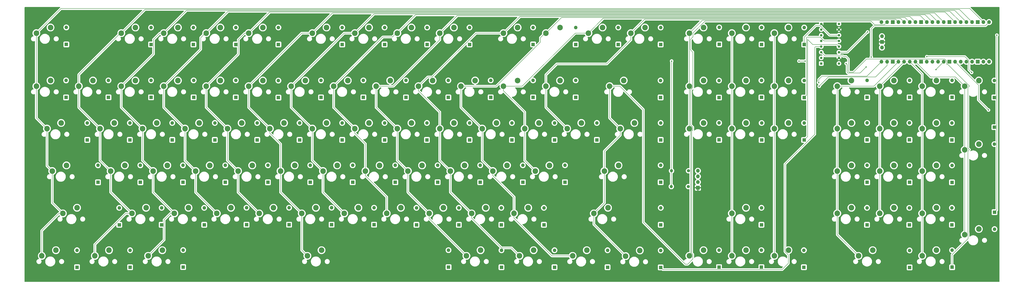
<source format=gbr>
%TF.GenerationSoftware,KiCad,Pcbnew,8.0.5*%
%TF.CreationDate,2025-05-24T13:04:27-04:00*%
%TF.ProjectId,Keyboard-Saturn,4b657962-6f61-4726-942d-53617475726e,rev?*%
%TF.SameCoordinates,Original*%
%TF.FileFunction,Copper,L2,Bot*%
%TF.FilePolarity,Positive*%
%FSLAX46Y46*%
G04 Gerber Fmt 4.6, Leading zero omitted, Abs format (unit mm)*
G04 Created by KiCad (PCBNEW 8.0.5) date 2025-05-24 13:04:27*
%MOMM*%
%LPD*%
G01*
G04 APERTURE LIST*
%TA.AperFunction,ComponentPad*%
%ADD10R,1.600000X1.600000*%
%TD*%
%TA.AperFunction,ComponentPad*%
%ADD11O,1.600000X1.600000*%
%TD*%
%TA.AperFunction,ComponentPad*%
%ADD12C,2.500000*%
%TD*%
%TA.AperFunction,ComponentPad*%
%ADD13R,1.700000X1.700000*%
%TD*%
%TA.AperFunction,ComponentPad*%
%ADD14O,1.700000X1.700000*%
%TD*%
%TA.AperFunction,ComponentPad*%
%ADD15C,1.400000*%
%TD*%
%TA.AperFunction,ComponentPad*%
%ADD16O,1.400000X1.400000*%
%TD*%
%TA.AperFunction,ComponentPad*%
%ADD17R,1.130000X1.130000*%
%TD*%
%TA.AperFunction,ComponentPad*%
%ADD18C,1.130000*%
%TD*%
%TA.AperFunction,ViaPad*%
%ADD19C,0.600000*%
%TD*%
%TA.AperFunction,Conductor*%
%ADD20C,0.200000*%
%TD*%
G04 APERTURE END LIST*
D10*
%TO.P,D3,1,K*%
%TO.N,row 1*%
X97500000Y-59660000D03*
D11*
%TO.P,D3,2,A*%
%TO.N,Net-(D3-A)*%
X97500000Y-52040000D03*
%TD*%
D12*
%TO.P,SW14,1,1*%
%TO.N,col 1*%
X27070000Y-78380000D03*
%TO.P,SW14,2,2*%
%TO.N,Net-(D14-A)*%
X33420000Y-75840000D03*
%TD*%
D10*
%TO.P,D30,1,K*%
%TO.N,row 3*%
X88000000Y-102500000D03*
D11*
%TO.P,D30,2,A*%
%TO.N,Net-(D30-A)*%
X88000000Y-94880000D03*
%TD*%
D10*
%TO.P,D37,1,K*%
%TO.N,row 3*%
X221300000Y-102500000D03*
D11*
%TO.P,D37,2,A*%
%TO.N,Net-(D37-A)*%
X221300000Y-94880000D03*
%TD*%
D12*
%TO.P,SW32,1,1*%
%TO.N,col 5*%
X112750000Y-97420000D03*
%TO.P,SW32,2,2*%
%TO.N,Net-(D32-A)*%
X119100000Y-94880000D03*
%TD*%
%TO.P,SW0,1,1*%
%TO.N,col 16*%
X338910000Y-97415000D03*
%TO.P,SW0,2,2*%
%TO.N,Net-(D80-A)*%
X345260000Y-94875000D03*
%TD*%
D10*
%TO.P,D1,1,K*%
%TO.N,row 1*%
X40500000Y-59620000D03*
D11*
%TO.P,D1,2,A*%
%TO.N,Net-(D1-A)*%
X40500000Y-52000000D03*
%TD*%
D10*
%TO.P,D5,1,K*%
%TO.N,row 1*%
X135600000Y-59660000D03*
D11*
%TO.P,D5,2,A*%
%TO.N,Net-(D5-A)*%
X135600000Y-52040000D03*
%TD*%
D10*
%TO.P,D76,1,K*%
%TO.N,row 2*%
X333150000Y-83470000D03*
D11*
%TO.P,D76,2,A*%
%TO.N,Net-(D76-A)*%
X333150000Y-75850000D03*
%TD*%
D10*
%TO.P,D7,1,K*%
%TO.N,row 1*%
X183200000Y-59660000D03*
D11*
%TO.P,D7,2,A*%
%TO.N,Net-(D7-A)*%
X183200000Y-52040000D03*
%TD*%
D10*
%TO.P,D50,1,K*%
%TO.N,row 4*%
X207000000Y-121500000D03*
D11*
%TO.P,D50,2,A*%
%TO.N,Net-(D50-A)*%
X207000000Y-113880000D03*
%TD*%
D10*
%TO.P,D83,1,K*%
%TO.N,row 3*%
X371325000Y-102525000D03*
D11*
%TO.P,D83,2,A*%
%TO.N,Net-(D83-A)*%
X371325000Y-94905000D03*
%TD*%
D12*
%TO.P,SW74,1,1*%
%TO.N,col 14*%
X291310000Y-154650000D03*
%TO.P,SW74,2,2*%
%TO.N,Net-(D74-A)*%
X297660000Y-152110000D03*
%TD*%
%TO.P,SW63,1,1*%
%TO.N,col 9*%
X203190000Y-135500000D03*
%TO.P,SW63,2,2*%
%TO.N,Net-(D63-A)*%
X209540000Y-132960000D03*
%TD*%
D10*
%TO.P,D98,1,K*%
%TO.N,row 3*%
X437625000Y-121550000D03*
D11*
%TO.P,D98,2,A*%
%TO.N,Net-(D98-A)*%
X437625000Y-113930000D03*
%TD*%
D10*
%TO.P,D60,1,K*%
%TO.N,row 5*%
X159450000Y-140550000D03*
D11*
%TO.P,D60,2,A*%
%TO.N,Net-(D60-A)*%
X159450000Y-132930000D03*
%TD*%
D10*
%TO.P,D104,1,K*%
%TO.N,row 4*%
X437600000Y-140600000D03*
D11*
%TO.P,D104,2,A*%
%TO.N,Net-(D104-A)*%
X437600000Y-132980000D03*
%TD*%
D12*
%TO.P,SW46,1,1*%
%TO.N,col 5*%
X117510000Y-116460000D03*
%TO.P,SW46,2,2*%
%TO.N,Net-(D46-A)*%
X123860000Y-113920000D03*
%TD*%
D10*
%TO.P,D63,1,K*%
%TO.N,row 5*%
X216500000Y-140600000D03*
D11*
%TO.P,D63,2,A*%
%TO.N,Net-(D63-A)*%
X216500000Y-132980000D03*
%TD*%
D12*
%TO.P,SW43,1,1*%
%TO.N,col 2*%
X60390000Y-116460000D03*
%TO.P,SW43,2,2*%
%TO.N,Net-(D43-A)*%
X66740000Y-113920000D03*
%TD*%
D10*
%TO.P,D25,1,K*%
%TO.N,row 2*%
X249800000Y-83400000D03*
D11*
%TO.P,D25,2,A*%
%TO.N,Net-(D25-A)*%
X249800000Y-75780000D03*
%TD*%
D10*
%TO.P,D86,1,K*%
%TO.N,row 4*%
X352200000Y-140600000D03*
D11*
%TO.P,D86,2,A*%
%TO.N,Net-(D86-A)*%
X352200000Y-132980000D03*
%TD*%
D12*
%TO.P,SW7,1,1*%
%TO.N,col 7*%
X169870000Y-54580000D03*
%TO.P,SW7,2,2*%
%TO.N,Net-(D7-A)*%
X176220000Y-52040000D03*
%TD*%
D10*
%TO.P,D28,1,K*%
%TO.N,row 3*%
X49900000Y-102500000D03*
D11*
%TO.P,D28,2,A*%
%TO.N,Net-(D28-A)*%
X49900000Y-94880000D03*
%TD*%
D10*
%TO.P,D33,1,K*%
%TO.N,row 3*%
X145100000Y-102500000D03*
D11*
%TO.P,D33,2,A*%
%TO.N,Net-(D33-A)*%
X145100000Y-94880000D03*
%TD*%
D12*
%TO.P,SW82,1,1*%
%TO.N,col 17*%
X357950000Y-78375000D03*
%TO.P,SW82,2,2*%
%TO.N,Net-(D82-A)*%
X364300000Y-75835000D03*
%TD*%
D10*
%TO.P,D4,1,K*%
%TO.N,row 1*%
X116500000Y-59660000D03*
D11*
%TO.P,D4,2,A*%
%TO.N,Net-(D4-A)*%
X116500000Y-52040000D03*
%TD*%
D12*
%TO.P,SW64,1,1*%
%TO.N,col 10*%
X222230000Y-135500000D03*
%TO.P,SW64,2,2*%
%TO.N,Net-(D64-A)*%
X228580000Y-132960000D03*
%TD*%
%TO.P,SW78,1,1*%
%TO.N,col 16*%
X338910000Y-54575000D03*
%TO.P,SW78,2,2*%
%TO.N,Net-(D78-A)*%
X345260000Y-52035000D03*
%TD*%
%TO.P,SW84,1,1*%
%TO.N,col 18*%
X386190000Y-78375000D03*
%TO.P,SW84,2,2*%
%TO.N,Net-(D84-A)*%
X392540000Y-75835000D03*
%TD*%
%TO.P,SW97,1,1*%
%TO.N,col 20*%
X424270000Y-97415000D03*
%TO.P,SW97,2,2*%
%TO.N,Net-(D97-A)*%
X430620000Y-94875000D03*
%TD*%
D10*
%TO.P,D78,1,K*%
%TO.N,row 1*%
X352250000Y-59645000D03*
D11*
%TO.P,D78,2,A*%
%TO.N,Net-(D78-A)*%
X352250000Y-52025000D03*
%TD*%
D12*
%TO.P,SW8,1,1*%
%TO.N,col 8*%
X188910000Y-54580000D03*
%TO.P,SW8,2,2*%
%TO.N,Net-(D8-A)*%
X195260000Y-52040000D03*
%TD*%
D10*
%TO.P,D90,1,K*%
%TO.N,row 3*%
X399575000Y-121525000D03*
D11*
%TO.P,D90,2,A*%
%TO.N,Net-(D90-A)*%
X399575000Y-113905000D03*
%TD*%
D12*
%TO.P,SW59,1,1*%
%TO.N,col 5*%
X127030000Y-135500000D03*
%TO.P,SW59,2,2*%
%TO.N,Net-(D59-A)*%
X133380000Y-132960000D03*
%TD*%
D10*
%TO.P,D34,1,K*%
%TO.N,row 3*%
X164200000Y-102500000D03*
D11*
%TO.P,D34,2,A*%
%TO.N,Net-(D34-A)*%
X164200000Y-94880000D03*
%TD*%
D12*
%TO.P,SW56,1,1*%
%TO.N,col 2*%
X69910000Y-135500000D03*
%TO.P,SW56,2,2*%
%TO.N,Net-(D56-A)*%
X76260000Y-132960000D03*
%TD*%
D10*
%TO.P,D44,1,K*%
%TO.N,row 4*%
X92800000Y-121510000D03*
D11*
%TO.P,D44,2,A*%
%TO.N,Net-(D44-A)*%
X92800000Y-113890000D03*
%TD*%
D10*
%TO.P,D67,1,K*%
%TO.N,row 6*%
X45300000Y-159635000D03*
D11*
%TO.P,D67,2,A*%
%TO.N,Net-(D67-A)*%
X45300000Y-152015000D03*
%TD*%
D10*
%TO.P,D71,1,K*%
%TO.N,row 6*%
X235625000Y-159650000D03*
D11*
%TO.P,D71,2,A*%
%TO.N,Net-(D71-A)*%
X235625000Y-152030000D03*
%TD*%
D10*
%TO.P,D85,1,K*%
%TO.N,row 5*%
X333175000Y-159600000D03*
D11*
%TO.P,D85,2,A*%
%TO.N,Net-(D85-A)*%
X333175000Y-151980000D03*
%TD*%
D12*
%TO.P,SW93,1,1*%
%TO.N,col 19*%
X405230000Y-97415000D03*
%TO.P,SW93,2,2*%
%TO.N,Net-(D93-A)*%
X411580000Y-94875000D03*
%TD*%
%TO.P,SW52,1,1*%
%TO.N,col 11*%
X231750000Y-116460000D03*
%TO.P,SW52,2,2*%
%TO.N,Net-(D52-A)*%
X238100000Y-113920000D03*
%TD*%
D10*
%TO.P,D19,1,K*%
%TO.N,row 2*%
X135600000Y-83500000D03*
D11*
%TO.P,D19,2,A*%
%TO.N,Net-(D19-A)*%
X135600000Y-75880000D03*
%TD*%
D10*
%TO.P,D9,1,K*%
%TO.N,row 1*%
X221300000Y-59660000D03*
D11*
%TO.P,D9,2,A*%
%TO.N,Net-(D9-A)*%
X221300000Y-52040000D03*
%TD*%
D10*
%TO.P,D70,1,K*%
%TO.N,row 6*%
X211875000Y-159600000D03*
D11*
%TO.P,D70,2,A*%
%TO.N,Net-(D70-A)*%
X211875000Y-151980000D03*
%TD*%
D12*
%TO.P,SW75,1,1*%
%TO.N,col 15*%
X319870000Y-54575000D03*
%TO.P,SW75,2,2*%
%TO.N,Net-(D75-A)*%
X326220000Y-52035000D03*
%TD*%
%TO.P,SW12,1,1*%
%TO.N,col 12*%
X274590000Y-54580000D03*
%TO.P,SW12,2,2*%
%TO.N,Net-(D12-A)*%
X280940000Y-52040000D03*
%TD*%
D10*
%TO.P,D53,1,K*%
%TO.N,row 4*%
X264100000Y-121500000D03*
D11*
%TO.P,D53,2,A*%
%TO.N,Net-(D53-A)*%
X264100000Y-113880000D03*
%TD*%
D10*
%TO.P,D18,1,K*%
%TO.N,row 2*%
X116500000Y-83400000D03*
D11*
%TO.P,D18,2,A*%
%TO.N,Net-(D18-A)*%
X116500000Y-75780000D03*
%TD*%
D13*
%TO.P,J1,1,GND*%
%TO.N,GND*%
X323680000Y-123975000D03*
D14*
%TO.P,J1,2,VCC*%
%TO.N,+5V*%
X323680000Y-121435000D03*
%TO.P,J1,3,SCL*%
%TO.N,SCL*%
X323680000Y-118895000D03*
%TO.P,J1,4,SDA*%
%TO.N,SDA*%
X323680000Y-116355000D03*
%TD*%
D12*
%TO.P,SW10,1,1*%
%TO.N,col 10*%
X236510000Y-54580000D03*
%TO.P,SW10,2,2*%
%TO.N,Net-(D10-A)*%
X242860000Y-52040000D03*
%TD*%
%TO.P,SW37,1,1*%
%TO.N,col 10*%
X207950000Y-97420000D03*
%TO.P,SW37,2,2*%
%TO.N,Net-(D37-A)*%
X214300000Y-94880000D03*
%TD*%
D10*
%TO.P,D47,1,K*%
%TO.N,row 4*%
X149900000Y-121500000D03*
D11*
%TO.P,D47,2,A*%
%TO.N,Net-(D47-A)*%
X149900000Y-113880000D03*
%TD*%
D12*
%TO.P,SW36,1,1*%
%TO.N,col 9*%
X188910000Y-97420000D03*
%TO.P,SW36,2,2*%
%TO.N,Net-(D36-A)*%
X195260000Y-94880000D03*
%TD*%
%TO.P,SW30,1,1*%
%TO.N,col 3*%
X74670000Y-97420000D03*
%TO.P,SW30,2,2*%
%TO.N,Net-(D30-A)*%
X81020000Y-94880000D03*
%TD*%
%TO.P,SW51,1,1*%
%TO.N,col 10*%
X212710000Y-116460000D03*
%TO.P,SW51,2,2*%
%TO.N,Net-(D51-A)*%
X219060000Y-113920000D03*
%TD*%
D10*
%TO.P,D52,1,K*%
%TO.N,row 4*%
X245200000Y-121500000D03*
D11*
%TO.P,D52,2,A*%
%TO.N,Net-(D52-A)*%
X245200000Y-113880000D03*
%TD*%
D10*
%TO.P,D8,1,K*%
%TO.N,row 1*%
X202300000Y-59660000D03*
D11*
%TO.P,D8,2,A*%
%TO.N,Net-(D8-A)*%
X202300000Y-52040000D03*
%TD*%
D12*
%TO.P,SW83,1,1*%
%TO.N,col 17*%
X357950000Y-97415000D03*
%TO.P,SW83,2,2*%
%TO.N,Net-(D83-A)*%
X364300000Y-94875000D03*
%TD*%
%TO.P,SW15,1,1*%
%TO.N,col 2*%
X46110000Y-78380000D03*
%TO.P,SW15,2,2*%
%TO.N,Net-(D15-A)*%
X52460000Y-75840000D03*
%TD*%
%TO.P,SW76,1,1*%
%TO.N,col 15*%
X319870000Y-78375000D03*
%TO.P,SW76,2,2*%
%TO.N,Net-(D76-A)*%
X326220000Y-75835000D03*
%TD*%
D10*
%TO.P,D2,1,K*%
%TO.N,row 1*%
X78500000Y-59670000D03*
D11*
%TO.P,D2,2,A*%
%TO.N,Net-(D2-A)*%
X78500000Y-52050000D03*
%TD*%
D12*
%TO.P,SW35,1,1*%
%TO.N,col 8*%
X169870000Y-97420000D03*
%TO.P,SW35,2,2*%
%TO.N,Net-(D35-A)*%
X176220000Y-94880000D03*
%TD*%
D10*
%TO.P,D72,1,K*%
%TO.N,row 6*%
X259400000Y-159650000D03*
D11*
%TO.P,D72,2,A*%
%TO.N,Net-(D72-A)*%
X259400000Y-152030000D03*
%TD*%
D12*
%TO.P,SW100,1,1*%
%TO.N,col 21*%
X443310000Y-78375000D03*
%TO.P,SW100,2,2*%
%TO.N,Net-(D100-A)*%
X449660000Y-75835000D03*
%TD*%
D10*
%TO.P,D73,1,K*%
%TO.N,row 6*%
X283200000Y-159650000D03*
D11*
%TO.P,D73,2,A*%
%TO.N,Net-(D73-A)*%
X283200000Y-152030000D03*
%TD*%
D12*
%TO.P,SW1,1,1*%
%TO.N,col 1*%
X27070000Y-54580000D03*
%TO.P,SW1,2,2*%
%TO.N,Net-(D1-A)*%
X33420000Y-52040000D03*
%TD*%
D10*
%TO.P,D24,1,K*%
%TO.N,row 2*%
X230800000Y-83400000D03*
D11*
%TO.P,D24,2,A*%
%TO.N,Net-(D24-A)*%
X230800000Y-75780000D03*
%TD*%
D10*
%TO.P,D13,1,K*%
%TO.N,row 1*%
X307000000Y-59660000D03*
D11*
%TO.P,D13,2,A*%
%TO.N,Net-(D13-A)*%
X307000000Y-52040000D03*
%TD*%
D12*
%TO.P,SW42,1,1*%
%TO.N,col 1*%
X34210000Y-116465000D03*
%TO.P,SW42,2,2*%
%TO.N,Net-(D42-A)*%
X40560000Y-113925000D03*
%TD*%
%TO.P,SW72,1,1*%
%TO.N,col 10*%
X243710000Y-154540000D03*
%TO.P,SW72,2,2*%
%TO.N,Net-(D72-A)*%
X250060000Y-152000000D03*
%TD*%
%TO.P,SW81,1,1*%
%TO.N,col 17*%
X357950000Y-54575000D03*
%TO.P,SW81,2,2*%
%TO.N,Net-(D81-A)*%
X364300000Y-52035000D03*
%TD*%
%TO.P,SW34,1,1*%
%TO.N,col 7*%
X150830000Y-97420000D03*
%TO.P,SW34,2,2*%
%TO.N,Net-(D34-A)*%
X157180000Y-94880000D03*
%TD*%
D15*
%TO.P,R4,1*%
%TO.N,SDA*%
X319500000Y-116350000D03*
D16*
%TO.P,R4,2*%
%TO.N,+3.3V*%
X311880000Y-116350000D03*
%TD*%
D12*
%TO.P,SW17,1,1*%
%TO.N,col 4*%
X84190000Y-78380000D03*
%TO.P,SW17,2,2*%
%TO.N,Net-(D17-A)*%
X90540000Y-75840000D03*
%TD*%
%TO.P,SW95,1,1*%
%TO.N,col 21*%
X443310000Y-145015000D03*
%TO.P,SW95,2,2*%
%TO.N,Net-(D95-A)*%
X449660000Y-142475000D03*
%TD*%
D10*
%TO.P,D14,1,K*%
%TO.N,row 2*%
X40400000Y-83410000D03*
D11*
%TO.P,D14,2,A*%
%TO.N,Net-(D14-A)*%
X40400000Y-75790000D03*
%TD*%
D10*
%TO.P,D31,1,K*%
%TO.N,row 3*%
X107100000Y-102500000D03*
D11*
%TO.P,D31,2,A*%
%TO.N,Net-(D31-A)*%
X107100000Y-94880000D03*
%TD*%
D12*
%TO.P,SW65,1,1*%
%TO.N,col 11*%
X241270000Y-135500000D03*
%TO.P,SW65,2,2*%
%TO.N,Net-(D65-A)*%
X247620000Y-132960000D03*
%TD*%
%TO.P,SW53,1,1*%
%TO.N,col 12*%
X250790000Y-116460000D03*
%TO.P,SW53,2,2*%
%TO.N,Net-(D53-A)*%
X257140000Y-113920000D03*
%TD*%
%TO.P,SW28,1,1*%
%TO.N,col 1*%
X31830000Y-97420000D03*
%TO.P,SW28,2,2*%
%TO.N,Net-(D28-A)*%
X38180000Y-94880000D03*
%TD*%
%TO.P,SW44,1,1*%
%TO.N,col 3*%
X79430000Y-116460000D03*
%TO.P,SW44,2,2*%
%TO.N,Net-(D44-A)*%
X85780000Y-113920000D03*
%TD*%
D10*
%TO.P,D84,1,K*%
%TO.N,row 1*%
X399575000Y-83425000D03*
D11*
%TO.P,D84,2,A*%
%TO.N,Net-(D84-A)*%
X399575000Y-75805000D03*
%TD*%
D12*
%TO.P,SW67,1,1*%
%TO.N,col 1*%
X29510000Y-154540000D03*
%TO.P,SW67,2,2*%
%TO.N,Net-(D67-A)*%
X35860000Y-152000000D03*
%TD*%
D10*
%TO.P,D102,1,K*%
%TO.N,row 2*%
X456650000Y-96775000D03*
D11*
%TO.P,D102,2,A*%
%TO.N,Net-(D102-A)*%
X456650000Y-104395000D03*
%TD*%
D10*
%TO.P,D93,1,K*%
%TO.N,row 2*%
X418550000Y-102475000D03*
D11*
%TO.P,D93,2,A*%
%TO.N,Net-(D93-A)*%
X418550000Y-94855000D03*
%TD*%
D12*
%TO.P,SW68,1,1*%
%TO.N,col 2*%
X53310000Y-154540000D03*
%TO.P,SW68,2,2*%
%TO.N,Net-(D68-A)*%
X59660000Y-152000000D03*
%TD*%
D10*
%TO.P,D35,1,K*%
%TO.N,row 3*%
X183200000Y-102500000D03*
D11*
%TO.P,D35,2,A*%
%TO.N,Net-(D35-A)*%
X183200000Y-94880000D03*
%TD*%
D12*
%TO.P,SW25,1,1*%
%TO.N,col 12*%
X236510000Y-78380000D03*
%TO.P,SW25,2,2*%
%TO.N,Net-(D25-A)*%
X242860000Y-75840000D03*
%TD*%
D10*
%TO.P,D40,1,K*%
%TO.N,row 3*%
X278400000Y-102500000D03*
D11*
%TO.P,D40,2,A*%
%TO.N,Net-(D40-A)*%
X278400000Y-94880000D03*
%TD*%
D10*
%TO.P,D103,1,K*%
%TO.N,row 4*%
X418500000Y-140625000D03*
D11*
%TO.P,D103,2,A*%
%TO.N,Net-(D103-A)*%
X418500000Y-133005000D03*
%TD*%
D10*
%TO.P,D95,1,K*%
%TO.N,row 4*%
X456700000Y-134925000D03*
D11*
%TO.P,D95,2,A*%
%TO.N,Net-(D95-A)*%
X456700000Y-142545000D03*
%TD*%
D12*
%TO.P,SW62,1,1*%
%TO.N,col 8*%
X184150000Y-135500000D03*
%TO.P,SW62,2,2*%
%TO.N,Net-(D62-A)*%
X190500000Y-132960000D03*
%TD*%
D15*
%TO.P,R3,1*%
%TO.N,SCL*%
X319400000Y-123425000D03*
D16*
%TO.P,R3,2*%
%TO.N,+3.3V*%
X311780000Y-123425000D03*
%TD*%
D12*
%TO.P,SW38,1,1*%
%TO.N,col 11*%
X226990000Y-97420000D03*
%TO.P,SW38,2,2*%
%TO.N,Net-(D38-A)*%
X233340000Y-94880000D03*
%TD*%
D10*
%TO.P,D42,1,K*%
%TO.N,row 4*%
X54700000Y-121510000D03*
D11*
%TO.P,D42,2,A*%
%TO.N,Net-(D42-A)*%
X54700000Y-113890000D03*
%TD*%
D12*
%TO.P,SW58,1,1*%
%TO.N,col 4*%
X107990000Y-135500000D03*
%TO.P,SW58,2,2*%
%TO.N,Net-(D58-A)*%
X114340000Y-132960000D03*
%TD*%
%TO.P,SW13,1,1*%
%TO.N,col 13*%
X293630000Y-54580000D03*
%TO.P,SW13,2,2*%
%TO.N,Net-(D13-A)*%
X299980000Y-52040000D03*
%TD*%
D10*
%TO.P,D68,1,K*%
%TO.N,row 6*%
X69100000Y-159635000D03*
D11*
%TO.P,D68,2,A*%
%TO.N,Net-(D68-A)*%
X69100000Y-152015000D03*
%TD*%
D10*
%TO.P,D48,1,K*%
%TO.N,row 4*%
X168900000Y-121500000D03*
D11*
%TO.P,D48,2,A*%
%TO.N,Net-(D48-A)*%
X168900000Y-113880000D03*
%TD*%
D12*
%TO.P,SW23,1,1*%
%TO.N,col 10*%
X198430000Y-78380000D03*
%TO.P,SW23,2,2*%
%TO.N,Net-(D23-A)*%
X204780000Y-75840000D03*
%TD*%
%TO.P,SW22,1,1*%
%TO.N,col 9*%
X179390000Y-78380000D03*
%TO.P,SW22,2,2*%
%TO.N,Net-(D22-A)*%
X185740000Y-75840000D03*
%TD*%
%TO.P,SW88,1,1*%
%TO.N,col 18*%
X386190000Y-97415000D03*
%TO.P,SW88,2,2*%
%TO.N,Net-(D88-A)*%
X392540000Y-94875000D03*
%TD*%
%TO.P,SW20,1,1*%
%TO.N,col 7*%
X141310000Y-78380000D03*
%TO.P,SW20,2,2*%
%TO.N,Net-(D20-A)*%
X147660000Y-75840000D03*
%TD*%
%TO.P,SW18,1,1*%
%TO.N,col 5*%
X103230000Y-78380000D03*
%TO.P,SW18,2,2*%
%TO.N,Net-(D18-A)*%
X109580000Y-75840000D03*
%TD*%
%TO.P,SW33,1,1*%
%TO.N,col 6*%
X131790000Y-97420000D03*
%TO.P,SW33,2,2*%
%TO.N,Net-(D33-A)*%
X138140000Y-94880000D03*
%TD*%
%TO.P,SW6,1,1*%
%TO.N,col 6*%
X150830000Y-54580000D03*
%TO.P,SW6,2,2*%
%TO.N,Net-(D6-A)*%
X157180000Y-52040000D03*
%TD*%
D10*
%TO.P,D54,1,K*%
%TO.N,row 4*%
X307000000Y-121500000D03*
D11*
%TO.P,D54,2,A*%
%TO.N,Net-(D54-A)*%
X307000000Y-113880000D03*
%TD*%
D12*
%TO.P,SW91,1,1*%
%TO.N,col 18*%
X395710000Y-154535000D03*
%TO.P,SW91,2,2*%
%TO.N,Net-(D91-A)*%
X402060000Y-151995000D03*
%TD*%
%TO.P,SW85,1,1*%
%TO.N,col 15*%
X319870000Y-154535000D03*
%TO.P,SW85,2,2*%
%TO.N,Net-(D85-A)*%
X326220000Y-151995000D03*
%TD*%
D10*
%TO.P,D21,1,K*%
%TO.N,row 2*%
X173700000Y-83400000D03*
D11*
%TO.P,D21,2,A*%
%TO.N,Net-(D21-A)*%
X173700000Y-75780000D03*
%TD*%
D10*
%TO.P,D58,1,K*%
%TO.N,row 5*%
X121300000Y-140550000D03*
D11*
%TO.P,D58,2,A*%
%TO.N,Net-(D58-A)*%
X121300000Y-132930000D03*
%TD*%
D10*
%TO.P,D101,1,K*%
%TO.N,row 4*%
X399525000Y-140600000D03*
D11*
%TO.P,D101,2,A*%
%TO.N,Net-(D101-A)*%
X399525000Y-132980000D03*
%TD*%
D12*
%TO.P,SW24,1,1*%
%TO.N,col 11*%
X217470000Y-78380000D03*
%TO.P,SW24,2,2*%
%TO.N,Net-(D24-A)*%
X223820000Y-75840000D03*
%TD*%
D10*
%TO.P,D10,1,K*%
%TO.N,row 1*%
X249800000Y-59660000D03*
D11*
%TO.P,D10,2,A*%
%TO.N,Net-(D10-A)*%
X249800000Y-52040000D03*
%TD*%
D10*
%TO.P,D36,1,K*%
%TO.N,row 3*%
X202200000Y-102500000D03*
D11*
%TO.P,D36,2,A*%
%TO.N,Net-(D36-A)*%
X202200000Y-94880000D03*
%TD*%
D10*
%TO.P,D6,1,K*%
%TO.N,row 1*%
X164200000Y-59660000D03*
D11*
%TO.P,D6,2,A*%
%TO.N,Net-(D6-A)*%
X164200000Y-52040000D03*
%TD*%
D10*
%TO.P,D32,1,K*%
%TO.N,row 3*%
X126100000Y-102500000D03*
D11*
%TO.P,D32,2,A*%
%TO.N,Net-(D32-A)*%
X126100000Y-94880000D03*
%TD*%
D12*
%TO.P,SW40,1,1*%
%TO.N,col 13*%
X265070000Y-97420000D03*
%TO.P,SW40,2,2*%
%TO.N,Net-(D40-A)*%
X271420000Y-94880000D03*
%TD*%
%TO.P,SW31,1,1*%
%TO.N,col 4*%
X93710000Y-97420000D03*
%TO.P,SW31,2,2*%
%TO.N,Net-(D31-A)*%
X100060000Y-94880000D03*
%TD*%
D10*
%TO.P,D97,1,K*%
%TO.N,row 2*%
X437575000Y-102525000D03*
D11*
%TO.P,D97,2,A*%
%TO.N,Net-(D97-A)*%
X437575000Y-94905000D03*
%TD*%
D12*
%TO.P,SW39,1,1*%
%TO.N,col 12*%
X246030000Y-97420000D03*
%TO.P,SW39,2,2*%
%TO.N,Net-(D39-A)*%
X252380000Y-94880000D03*
%TD*%
D10*
%TO.P,D100,1,K*%
%TO.N,row 1*%
X456625000Y-83460000D03*
D11*
%TO.P,D100,2,A*%
%TO.N,Net-(D100-A)*%
X456625000Y-75840000D03*
%TD*%
D12*
%TO.P,SW92,1,1*%
%TO.N,col 19*%
X405230000Y-78375000D03*
%TO.P,SW92,2,2*%
%TO.N,Net-(D92-A)*%
X411580000Y-75835000D03*
%TD*%
D10*
%TO.P,D29,1,K*%
%TO.N,row 3*%
X69000000Y-102500000D03*
D11*
%TO.P,D29,2,A*%
%TO.N,Net-(D29-A)*%
X69000000Y-94880000D03*
%TD*%
D10*
%TO.P,D22,1,K*%
%TO.N,row 2*%
X192800000Y-83410000D03*
D11*
%TO.P,D22,2,A*%
%TO.N,Net-(D22-A)*%
X192800000Y-75790000D03*
%TD*%
D12*
%TO.P,SW103,1,1*%
%TO.N,col 19*%
X405230000Y-135495000D03*
%TO.P,SW103,2,2*%
%TO.N,Net-(D103-A)*%
X411580000Y-132955000D03*
%TD*%
%TO.P,SW9,1,1*%
%TO.N,col 9*%
X207950000Y-54580000D03*
%TO.P,SW9,2,2*%
%TO.N,Net-(D9-A)*%
X214300000Y-52040000D03*
%TD*%
%TO.P,SW73,1,1*%
%TO.N,col 11*%
X267525000Y-154550000D03*
%TO.P,SW73,2,2*%
%TO.N,Net-(D73-A)*%
X273875000Y-152010000D03*
%TD*%
D10*
%TO.P,D12,1,K*%
%TO.N,row 1*%
X288000000Y-59660000D03*
D11*
%TO.P,D12,2,A*%
%TO.N,Net-(D12-A)*%
X288000000Y-52040000D03*
%TD*%
D10*
%TO.P,D27,1,K*%
%TO.N,row 2*%
X306950000Y-83435000D03*
D11*
%TO.P,D27,2,A*%
%TO.N,Net-(D27-A)*%
X306950000Y-75815000D03*
%TD*%
D10*
%TO.P,D38,1,K*%
%TO.N,row 3*%
X240300000Y-102500000D03*
D11*
%TO.P,D38,2,A*%
%TO.N,Net-(D38-A)*%
X240300000Y-94880000D03*
%TD*%
D10*
%TO.P,D89,1,K*%
%TO.N,row 5*%
X371225000Y-159650000D03*
D11*
%TO.P,D89,2,A*%
%TO.N,Net-(D89-A)*%
X371225000Y-152030000D03*
%TD*%
D10*
%TO.P,D57,1,K*%
%TO.N,row 5*%
X102350000Y-140600000D03*
D11*
%TO.P,D57,2,A*%
%TO.N,Net-(D57-A)*%
X102350000Y-132980000D03*
%TD*%
D12*
%TO.P,SW87,1,1*%
%TO.N,col 16*%
X338910000Y-154535000D03*
%TO.P,SW87,2,2*%
%TO.N,Net-(D87-A)*%
X345260000Y-151995000D03*
%TD*%
D10*
%TO.P,D79,1,K*%
%TO.N,row 2*%
X352200000Y-83420000D03*
D11*
%TO.P,D79,2,A*%
%TO.N,Net-(D79-A)*%
X352200000Y-75800000D03*
%TD*%
D12*
%TO.P,SW86,1,1*%
%TO.N,col 16*%
X338910000Y-135495000D03*
%TO.P,SW86,2,2*%
%TO.N,Net-(D86-A)*%
X345260000Y-132955000D03*
%TD*%
D10*
%TO.P,D81,1,K*%
%TO.N,row 1*%
X371375000Y-59665000D03*
D11*
%TO.P,D81,2,A*%
%TO.N,Net-(D81-A)*%
X371375000Y-52045000D03*
%TD*%
D10*
%TO.P,D45,1,K*%
%TO.N,row 4*%
X111800000Y-121510000D03*
D11*
%TO.P,D45,2,A*%
%TO.N,Net-(D45-A)*%
X111800000Y-113890000D03*
%TD*%
D12*
%TO.P,SW26,1,1*%
%TO.N,col 13*%
X255550000Y-78380000D03*
%TO.P,SW26,2,2*%
%TO.N,Net-(D26-A)*%
X261900000Y-75840000D03*
%TD*%
%TO.P,SW61,1,1*%
%TO.N,col 7*%
X165110000Y-135500000D03*
%TO.P,SW61,2,2*%
%TO.N,Net-(D61-A)*%
X171460000Y-132960000D03*
%TD*%
D10*
%TO.P,D43,1,K*%
%TO.N,row 4*%
X73700000Y-121510000D03*
D11*
%TO.P,D43,2,A*%
%TO.N,Net-(D43-A)*%
X73700000Y-113890000D03*
%TD*%
D10*
%TO.P,D46,1,K*%
%TO.N,row 4*%
X130900000Y-121510000D03*
D11*
%TO.P,D46,2,A*%
%TO.N,Net-(D46-A)*%
X130900000Y-113890000D03*
%TD*%
D12*
%TO.P,SW96,1,1*%
%TO.N,col 20*%
X424270000Y-78375000D03*
%TO.P,SW96,2,2*%
%TO.N,Net-(D96-A)*%
X430620000Y-75835000D03*
%TD*%
%TO.P,SW47,1,1*%
%TO.N,col 6*%
X136550000Y-116460000D03*
%TO.P,SW47,2,2*%
%TO.N,Net-(D47-A)*%
X142900000Y-113920000D03*
%TD*%
%TO.P,SW21,1,1*%
%TO.N,col 8*%
X160350000Y-78380000D03*
%TO.P,SW21,2,2*%
%TO.N,Net-(D21-A)*%
X166700000Y-75840000D03*
%TD*%
D10*
%TO.P,D17,1,K*%
%TO.N,row 2*%
X97600000Y-83400000D03*
D11*
%TO.P,D17,2,A*%
%TO.N,Net-(D17-A)*%
X97600000Y-75780000D03*
%TD*%
D12*
%TO.P,SW102,1,1*%
%TO.N,col 21*%
X443310000Y-106935000D03*
%TO.P,SW102,2,2*%
%TO.N,Net-(D102-A)*%
X449660000Y-104395000D03*
%TD*%
%TO.P,SW99,1,1*%
%TO.N,col 20*%
X424270000Y-154535000D03*
%TO.P,SW99,2,2*%
%TO.N,Net-(D99-A)*%
X430620000Y-151995000D03*
%TD*%
D10*
%TO.P,D88,1,K*%
%TO.N,row 2*%
X399575000Y-102475000D03*
D11*
%TO.P,D88,2,A*%
%TO.N,Net-(D88-A)*%
X399575000Y-94855000D03*
%TD*%
D12*
%TO.P,SW11,1,1*%
%TO.N,col 11*%
X255550000Y-54580000D03*
%TO.P,SW11,2,2*%
%TO.N,Net-(D11-A)*%
X261900000Y-52040000D03*
%TD*%
D10*
%TO.P,D75,1,K*%
%TO.N,row 1*%
X333250000Y-59615000D03*
D11*
%TO.P,D75,2,A*%
%TO.N,Net-(D75-A)*%
X333250000Y-51995000D03*
%TD*%
D12*
%TO.P,SW48,1,1*%
%TO.N,col 7*%
X155590000Y-116460000D03*
%TO.P,SW48,2,2*%
%TO.N,Net-(D48-A)*%
X161940000Y-113920000D03*
%TD*%
D10*
%TO.P,D15,1,K*%
%TO.N,row 2*%
X59400000Y-83400000D03*
D11*
%TO.P,D15,2,A*%
%TO.N,Net-(D15-A)*%
X59400000Y-75780000D03*
%TD*%
D12*
%TO.P,SW71,1,1*%
%TO.N,col 9*%
X219910000Y-154540000D03*
%TO.P,SW71,2,2*%
%TO.N,Net-(D71-A)*%
X226260000Y-152000000D03*
%TD*%
%TO.P,SW27,1,1*%
%TO.N,col 14*%
X284110000Y-78380000D03*
%TO.P,SW27,2,2*%
%TO.N,Net-(D27-A)*%
X290460000Y-75840000D03*
%TD*%
D10*
%TO.P,D59,1,K*%
%TO.N,row 5*%
X140400000Y-140550000D03*
D11*
%TO.P,D59,2,A*%
%TO.N,Net-(D59-A)*%
X140400000Y-132930000D03*
%TD*%
D12*
%TO.P,SW16,1,1*%
%TO.N,col 3*%
X65150000Y-78380000D03*
%TO.P,SW16,2,2*%
%TO.N,Net-(D16-A)*%
X71500000Y-75840000D03*
%TD*%
D10*
%TO.P,D20,1,K*%
%TO.N,row 2*%
X154700000Y-83410000D03*
D11*
%TO.P,D20,2,A*%
%TO.N,Net-(D20-A)*%
X154700000Y-75790000D03*
%TD*%
D10*
%TO.P,D26,1,K*%
%TO.N,row 2*%
X268900000Y-83400000D03*
D11*
%TO.P,D26,2,A*%
%TO.N,Net-(D26-A)*%
X268900000Y-75780000D03*
%TD*%
D12*
%TO.P,SW2,1,1*%
%TO.N,col 2*%
X65150000Y-54580000D03*
%TO.P,SW2,2,2*%
%TO.N,Net-(D2-A)*%
X71500000Y-52040000D03*
%TD*%
D10*
%TO.P,D77,1,K*%
%TO.N,row 3*%
X333200000Y-102470000D03*
D11*
%TO.P,D77,2,A*%
%TO.N,Net-(D77-A)*%
X333200000Y-94850000D03*
%TD*%
D12*
%TO.P,SW57,1,1*%
%TO.N,col 3*%
X88950000Y-135500000D03*
%TO.P,SW57,2,2*%
%TO.N,Net-(D57-A)*%
X95300000Y-132960000D03*
%TD*%
D10*
%TO.P,D49,1,K*%
%TO.N,row 4*%
X188000000Y-121500000D03*
D11*
%TO.P,D49,2,A*%
%TO.N,Net-(D49-A)*%
X188000000Y-113880000D03*
%TD*%
D12*
%TO.P,SW45,1,1*%
%TO.N,col 4*%
X98470000Y-116460000D03*
%TO.P,SW45,2,2*%
%TO.N,Net-(D45-A)*%
X104820000Y-113920000D03*
%TD*%
D10*
%TO.P,D80,1,K*%
%TO.N,row 3*%
X352275000Y-102525000D03*
D11*
%TO.P,D80,2,A*%
%TO.N,Net-(D80-A)*%
X352275000Y-94905000D03*
%TD*%
D12*
%TO.P,SW60,1,1*%
%TO.N,col 6*%
X146070000Y-135500000D03*
%TO.P,SW60,2,2*%
%TO.N,Net-(D60-A)*%
X152420000Y-132960000D03*
%TD*%
D10*
%TO.P,D91,1,K*%
%TO.N,row 5*%
X418600000Y-159725000D03*
D11*
%TO.P,D91,2,A*%
%TO.N,Net-(D91-A)*%
X418600000Y-152105000D03*
%TD*%
D10*
%TO.P,D61,1,K*%
%TO.N,row 5*%
X178500000Y-140550000D03*
D11*
%TO.P,D61,2,A*%
%TO.N,Net-(D61-A)*%
X178500000Y-132930000D03*
%TD*%
D10*
%TO.P,D99,1,K*%
%TO.N,row 5*%
X437675000Y-159625000D03*
D11*
%TO.P,D99,2,A*%
%TO.N,Net-(D99-A)*%
X437675000Y-152005000D03*
%TD*%
D12*
%TO.P,SW90,1,1*%
%TO.N,col 18*%
X386190000Y-116455000D03*
%TO.P,SW90,2,2*%
%TO.N,Net-(D90-A)*%
X392540000Y-113915000D03*
%TD*%
%TO.P,SW50,1,1*%
%TO.N,col 9*%
X193670000Y-116460000D03*
%TO.P,SW50,2,2*%
%TO.N,Net-(D50-A)*%
X200020000Y-113920000D03*
%TD*%
D10*
%TO.P,D66,1,K*%
%TO.N,row 5*%
X307050000Y-140600000D03*
D11*
%TO.P,D66,2,A*%
%TO.N,Net-(D66-A)*%
X307050000Y-132980000D03*
%TD*%
D12*
%TO.P,SW55,1,1*%
%TO.N,col 1*%
X38960000Y-135500000D03*
%TO.P,SW55,2,2*%
%TO.N,Net-(D55-A)*%
X45310000Y-132960000D03*
%TD*%
D10*
%TO.P,D69,1,K*%
%TO.N,row 6*%
X92900000Y-159575000D03*
D11*
%TO.P,D69,2,A*%
%TO.N,Net-(D69-A)*%
X92900000Y-151955000D03*
%TD*%
D12*
%TO.P,SW89,1,1*%
%TO.N,col 17*%
X357950000Y-154535000D03*
%TO.P,SW89,2,2*%
%TO.N,Net-(D89-A)*%
X364300000Y-151995000D03*
%TD*%
%TO.P,SW101,1,1*%
%TO.N,col 18*%
X386190000Y-135495000D03*
%TO.P,SW101,2,2*%
%TO.N,Net-(D101-A)*%
X392540000Y-132955000D03*
%TD*%
D10*
%TO.P,D65,1,K*%
%TO.N,row 5*%
X254650000Y-140600000D03*
D11*
%TO.P,D65,2,A*%
%TO.N,Net-(D65-A)*%
X254650000Y-132980000D03*
%TD*%
D12*
%TO.P,SW77,1,1*%
%TO.N,col 15*%
X319870000Y-97415000D03*
%TO.P,SW77,2,2*%
%TO.N,Net-(D77-A)*%
X326220000Y-94875000D03*
%TD*%
%TO.P,SW70,1,1*%
%TO.N,col 6*%
X148595000Y-154535000D03*
%TO.P,SW70,2,2*%
%TO.N,Net-(D70-A)*%
X154945000Y-151995000D03*
%TD*%
%TO.P,F2,1,1*%
%TO.N,col 3*%
X84190000Y-54580000D03*
%TO.P,F2,2,2*%
%TO.N,Net-(D3-A)*%
X90540000Y-52040000D03*
%TD*%
%TO.P,SW4,1,1*%
%TO.N,col 4*%
X103230000Y-54580000D03*
%TO.P,SW4,2,2*%
%TO.N,Net-(D4-A)*%
X109580000Y-52040000D03*
%TD*%
%TO.P,SW41,1,1*%
%TO.N,col 14*%
X288870000Y-97420000D03*
%TO.P,SW41,2,2*%
%TO.N,Net-(D41-A)*%
X295220000Y-94880000D03*
%TD*%
%TO.P,SW79,1,1*%
%TO.N,col 16*%
X338910000Y-78375000D03*
%TO.P,SW79,2,2*%
%TO.N,Net-(D79-A)*%
X345260000Y-75835000D03*
%TD*%
D10*
%TO.P,D64,1,K*%
%TO.N,row 5*%
X235550000Y-140600000D03*
D11*
%TO.P,D64,2,A*%
%TO.N,Net-(D64-A)*%
X235550000Y-132980000D03*
%TD*%
D10*
%TO.P,D23,1,K*%
%TO.N,row 2*%
X211800000Y-83410000D03*
D11*
%TO.P,D23,2,A*%
%TO.N,Net-(D23-A)*%
X211800000Y-75790000D03*
%TD*%
D10*
%TO.P,D56,1,K*%
%TO.N,row 5*%
X83250000Y-140600000D03*
D11*
%TO.P,D56,2,A*%
%TO.N,Net-(D56-A)*%
X83250000Y-132980000D03*
%TD*%
D10*
%TO.P,D51,1,K*%
%TO.N,row 4*%
X226100000Y-121500000D03*
D11*
%TO.P,D51,2,A*%
%TO.N,Net-(D51-A)*%
X226100000Y-113880000D03*
%TD*%
D12*
%TO.P,SW94,1,1*%
%TO.N,col 19*%
X405230000Y-116455000D03*
%TO.P,SW94,2,2*%
%TO.N,Net-(D94-A)*%
X411580000Y-113915000D03*
%TD*%
D10*
%TO.P,D92,1,K*%
%TO.N,row 1*%
X418600000Y-83425000D03*
D11*
%TO.P,D92,2,A*%
%TO.N,Net-(D92-A)*%
X418600000Y-75805000D03*
%TD*%
D10*
%TO.P,D82,1,K*%
%TO.N,row 2*%
X371350000Y-83470000D03*
D11*
%TO.P,D82,2,A*%
%TO.N,Net-(D82-A)*%
X371350000Y-75850000D03*
%TD*%
D12*
%TO.P,SW54,1,1*%
%TO.N,col 14*%
X281750000Y-116460000D03*
%TO.P,SW54,2,2*%
%TO.N,Net-(D54-A)*%
X288100000Y-113920000D03*
%TD*%
D10*
%TO.P,D96,1,K*%
%TO.N,row 1*%
X437625000Y-83425000D03*
D11*
%TO.P,D96,2,A*%
%TO.N,Net-(D96-A)*%
X437625000Y-75805000D03*
%TD*%
D14*
%TO.P,U1,1,GPIO0*%
%TO.N,Net-(U1-GPIO0)*%
X454240000Y-49615000D03*
%TO.P,U1,2,GPIO1*%
%TO.N,col 1*%
X451700000Y-49615000D03*
D13*
%TO.P,U1,3,GND*%
%TO.N,unconnected-(U1-GND-Pad3)*%
X449160000Y-49615000D03*
D14*
%TO.P,U1,4,GPIO2*%
%TO.N,col 2*%
X446620000Y-49615000D03*
%TO.P,U1,5,GPIO3*%
%TO.N,col 3*%
X444080000Y-49615000D03*
%TO.P,U1,6,GPIO4*%
%TO.N,col 4*%
X441540000Y-49615000D03*
%TO.P,U1,7,GPIO5*%
%TO.N,col 5*%
X439000000Y-49615000D03*
D13*
%TO.P,U1,8,GND*%
%TO.N,unconnected-(U1-GND-Pad8)*%
X436460000Y-49615000D03*
D14*
%TO.P,U1,9,GPIO6*%
%TO.N,col 6*%
X433920000Y-49615000D03*
%TO.P,U1,10,GPIO7*%
%TO.N,col 7*%
X431380000Y-49615000D03*
%TO.P,U1,11,GPIO8*%
%TO.N,col 8*%
X428840000Y-49615000D03*
%TO.P,U1,12,GPIO9*%
%TO.N,col 9*%
X426300000Y-49615000D03*
D13*
%TO.P,U1,13,GND*%
%TO.N,unconnected-(U1-GND-Pad13)*%
X423760000Y-49615000D03*
D14*
%TO.P,U1,14,GPIO10*%
%TO.N,col 10*%
X421220000Y-49615000D03*
%TO.P,U1,15,GPIO11*%
%TO.N,col 11*%
X418680000Y-49615000D03*
%TO.P,U1,16,GPIO12*%
%TO.N,col 12*%
X416140000Y-49615000D03*
%TO.P,U1,17,GPIO13*%
%TO.N,col 13*%
X413600000Y-49615000D03*
D13*
%TO.P,U1,18,GND*%
%TO.N,unconnected-(U1-GND-Pad18)_1*%
X411060000Y-49615000D03*
D14*
%TO.P,U1,19,GPIO14*%
%TO.N,col 14*%
X408520000Y-49615000D03*
%TO.P,U1,20,GPIO15*%
%TO.N,col 15*%
X405980000Y-49615000D03*
%TO.P,U1,21,GPIO16*%
%TO.N,col 16*%
X405980000Y-67395000D03*
%TO.P,U1,22,GPIO17*%
%TO.N,col 17*%
X408520000Y-67395000D03*
D13*
%TO.P,U1,23,GND*%
%TO.N,unconnected-(U1-GND-Pad23)_1*%
X411060000Y-67395000D03*
D14*
%TO.P,U1,24,GPIO18*%
%TO.N,col 18*%
X413600000Y-67395000D03*
%TO.P,U1,25,GPIO19*%
%TO.N,col 19*%
X416140000Y-67395000D03*
%TO.P,U1,26,GPIO20*%
%TO.N,col 20*%
X418680000Y-67395000D03*
%TO.P,U1,27,GPIO21*%
%TO.N,col 21*%
X421220000Y-67395000D03*
D13*
%TO.P,U1,28,GND*%
%TO.N,unconnected-(U1-GND-Pad28)*%
X423760000Y-67395000D03*
D14*
%TO.P,U1,29,GPIO22*%
%TO.N,SDA*%
X426300000Y-67395000D03*
%TO.P,U1,30,RUN*%
%TO.N,unconnected-(U1-RUN-Pad30)*%
X428840000Y-67395000D03*
%TO.P,U1,31,GPIO26_ADC0*%
%TO.N,Net-(U1-GPIO26_ADC0)*%
X431380000Y-67395000D03*
%TO.P,U1,32,GPIO27_ADC1*%
%TO.N,Net-(U1-GPIO27_ADC1)*%
X433920000Y-67395000D03*
D13*
%TO.P,U1,33,AGND*%
%TO.N,unconnected-(U1-AGND-Pad33)*%
X436460000Y-67395000D03*
D14*
%TO.P,U1,34,GPIO28_ADC2*%
%TO.N,SCL*%
X439000000Y-67395000D03*
%TO.P,U1,35,ADC_VREF*%
%TO.N,unconnected-(U1-ADC_VREF-Pad35)*%
X441540000Y-67395000D03*
%TO.P,U1,36,3V3*%
%TO.N,unconnected-(U1-3V3-Pad36)*%
X444080000Y-67395000D03*
%TO.P,U1,37,3V3_EN*%
%TO.N,unconnected-(U1-3V3_EN-Pad37)*%
X446620000Y-67395000D03*
D13*
%TO.P,U1,38,GND*%
%TO.N,unconnected-(U1-GND-Pad38)*%
X449160000Y-67395000D03*
D14*
%TO.P,U1,39,VSYS*%
%TO.N,unconnected-(U1-VSYS-Pad39)*%
X451700000Y-67395000D03*
%TO.P,U1,40,VBUS*%
%TO.N,unconnected-(U1-VBUS-Pad40)*%
X454240000Y-67395000D03*
%TO.P,U1,41,SWCLK*%
%TO.N,unconnected-(U1-SWCLK-Pad41)*%
X406210000Y-55965000D03*
D13*
%TO.P,U1,42,GND*%
%TO.N,GND*%
X406210000Y-58505000D03*
D14*
%TO.P,U1,43,SWDIO*%
%TO.N,unconnected-(U1-SWDIO-Pad43)*%
X406210000Y-61045000D03*
%TD*%
D12*
%TO.P,SW66,1,1*%
%TO.N,col 14*%
X277030000Y-135500000D03*
%TO.P,SW66,2,2*%
%TO.N,Net-(D66-A)*%
X283380000Y-132960000D03*
%TD*%
D10*
%TO.P,D41,1,K*%
%TO.N,row 3*%
X307000000Y-102500000D03*
D11*
%TO.P,D41,2,A*%
%TO.N,Net-(D41-A)*%
X307000000Y-94880000D03*
%TD*%
D10*
%TO.P,D39,1,K*%
%TO.N,row 3*%
X259400000Y-102500000D03*
D11*
%TO.P,D39,2,A*%
%TO.N,Net-(D39-A)*%
X259400000Y-94880000D03*
%TD*%
D12*
%TO.P,SW104,1,1*%
%TO.N,col 20*%
X424270000Y-135495000D03*
%TO.P,SW104,2,2*%
%TO.N,Net-(D104-A)*%
X430620000Y-132955000D03*
%TD*%
D10*
%TO.P,D11,1,K*%
%TO.N,row 1*%
X268900000Y-59660000D03*
D11*
%TO.P,D11,2,A*%
%TO.N,Net-(D11-A)*%
X268900000Y-52040000D03*
%TD*%
D10*
%TO.P,D62,1,K*%
%TO.N,row 5*%
X197500000Y-140600000D03*
D11*
%TO.P,D62,2,A*%
%TO.N,Net-(D62-A)*%
X197500000Y-132980000D03*
%TD*%
D10*
%TO.P,D55,1,K*%
%TO.N,row 5*%
X64250000Y-140610000D03*
D11*
%TO.P,D55,2,A*%
%TO.N,Net-(D55-A)*%
X64250000Y-132990000D03*
%TD*%
D12*
%TO.P,SW49,1,1*%
%TO.N,col 8*%
X174630000Y-116460000D03*
%TO.P,SW49,2,2*%
%TO.N,Net-(D49-A)*%
X180980000Y-113920000D03*
%TD*%
D10*
%TO.P,D16,1,K*%
%TO.N,row 2*%
X78500000Y-83400000D03*
D11*
%TO.P,D16,2,A*%
%TO.N,Net-(D16-A)*%
X78500000Y-75780000D03*
%TD*%
D12*
%TO.P,SW5,1,1*%
%TO.N,col 5*%
X122270000Y-54580000D03*
%TO.P,SW5,2,2*%
%TO.N,Net-(D5-A)*%
X128620000Y-52040000D03*
%TD*%
%TO.P,SW19,1,1*%
%TO.N,col 6*%
X122270000Y-78380000D03*
%TO.P,SW19,2,2*%
%TO.N,Net-(D19-A)*%
X128620000Y-75840000D03*
%TD*%
%TO.P,SW69,1,1*%
%TO.N,col 3*%
X77190000Y-154540000D03*
%TO.P,SW69,2,2*%
%TO.N,Net-(D69-A)*%
X83540000Y-152000000D03*
%TD*%
%TO.P,SW29,1,1*%
%TO.N,col 2*%
X55630000Y-97420000D03*
%TO.P,SW29,2,2*%
%TO.N,Net-(D29-A)*%
X61980000Y-94880000D03*
%TD*%
%TO.P,SW98,1,1*%
%TO.N,col 20*%
X424270000Y-116455000D03*
%TO.P,SW98,2,2*%
%TO.N,Net-(D98-A)*%
X430620000Y-113915000D03*
%TD*%
D10*
%TO.P,D87,1,K*%
%TO.N,row 5*%
X352175000Y-159600000D03*
D11*
%TO.P,D87,2,A*%
%TO.N,Net-(D87-A)*%
X352175000Y-151980000D03*
%TD*%
D10*
%TO.P,D94,1,K*%
%TO.N,row 3*%
X418600000Y-121525000D03*
D11*
%TO.P,D94,2,A*%
%TO.N,Net-(D94-A)*%
X418600000Y-113905000D03*
%TD*%
D10*
%TO.P,D74,1,K*%
%TO.N,row 6*%
X307025000Y-159725000D03*
D11*
%TO.P,D74,2,A*%
%TO.N,Net-(D74-A)*%
X307025000Y-152105000D03*
%TD*%
D17*
%TO.P,U3,1,SH/~LD*%
%TO.N,Net-(U1-GPIO0)*%
X379000000Y-68200000D03*
D18*
%TO.P,U3,2,CLK*%
%TO.N,Net-(U1-GPIO26_ADC0)*%
X379000000Y-65660000D03*
%TO.P,U3,3,E*%
%TO.N,row 5*%
X379000000Y-63120000D03*
%TO.P,U3,4,F*%
%TO.N,row 6*%
X379000000Y-60580000D03*
%TO.P,U3,5,G*%
%TO.N,unconnected-(U3-G-Pad5)*%
X379000000Y-58040000D03*
%TO.P,U3,6,H*%
%TO.N,unconnected-(U3-H-Pad6)*%
X379000000Y-55500000D03*
%TO.P,U3,7,~{QH}*%
%TO.N,unconnected-(U3-~{QH}-Pad7)*%
X379000000Y-52960000D03*
%TO.P,U3,8,GND*%
%TO.N,GND*%
X379000000Y-50420000D03*
%TO.P,U3,9,QH*%
%TO.N,Net-(U1-GPIO27_ADC1)*%
X386940000Y-50420000D03*
%TO.P,U3,10,SER*%
%TO.N,GND*%
X386940000Y-52960000D03*
%TO.P,U3,11,A*%
%TO.N,row 1*%
X386940000Y-55500000D03*
%TO.P,U3,12,B*%
%TO.N,row 2*%
X386940000Y-58040000D03*
%TO.P,U3,13,C*%
%TO.N,row 3*%
X386940000Y-60580000D03*
%TO.P,U3,14,D*%
%TO.N,row 4*%
X386940000Y-63120000D03*
%TO.P,U3,15,CLK_INH*%
%TO.N,GND*%
X386940000Y-65660000D03*
%TO.P,U3,16,VCC*%
%TO.N,+3.3V*%
X386940000Y-68200000D03*
%TD*%
D19*
%TO.N,row 4*%
X457750000Y-55475000D03*
X399775000Y-54050000D03*
%TO.N,Net-(U1-GPIO27_ADC1)*%
X399170000Y-69750000D03*
X430450000Y-70975000D03*
X390200000Y-68200000D03*
%TO.N,+3.3V*%
X311925000Y-67100000D03*
X371825000Y-67100000D03*
X369025000Y-67100000D03*
%TO.N,Net-(U1-GPIO0)*%
X401425000Y-65375000D03*
%TO.N,SDA*%
X446450000Y-72225000D03*
X426325000Y-65125000D03*
%TO.N,SCL*%
X454000000Y-89075000D03*
%TO.N,col 16*%
X377850000Y-76775000D03*
%TO.N,col 17*%
X378087500Y-78412500D03*
%TD*%
D20*
%TO.N,row 1*%
X382763295Y-55500000D02*
X386940000Y-55500000D01*
X376650000Y-51100000D02*
X371375000Y-56375000D01*
X376650000Y-51100000D02*
X378363295Y-51100000D01*
X378363295Y-51100000D02*
X382763295Y-55500000D01*
X371375000Y-56375000D02*
X371375000Y-59665000D01*
%TO.N,row 2*%
X380223295Y-58040000D02*
X386940000Y-58040000D01*
X372475000Y-56475000D02*
X372475000Y-82345000D01*
X378545795Y-56362500D02*
X380223295Y-58040000D01*
X372587500Y-56362500D02*
X372475000Y-56475000D01*
X372587500Y-56362500D02*
X378545795Y-56362500D01*
X372475000Y-82345000D02*
X371350000Y-83470000D01*
%TO.N,row 3*%
X375175000Y-59675000D02*
X386035000Y-59675000D01*
X372875000Y-100975000D02*
X371325000Y-102525000D01*
X372875000Y-57375000D02*
X372875000Y-100975000D01*
X372875000Y-57375000D02*
X375175000Y-59675000D01*
X386035000Y-59675000D02*
X386940000Y-60580000D01*
%TO.N,row 4*%
X386940000Y-63120000D02*
X390705000Y-63120000D01*
X457750000Y-55475000D02*
X457750000Y-133875000D01*
X457750000Y-133875000D02*
X456700000Y-134925000D01*
X390705000Y-63120000D02*
X399775000Y-54050000D01*
%TO.N,row 5*%
X380675000Y-64795000D02*
X379000000Y-63120000D01*
X444770000Y-78939566D02*
X444770000Y-106202968D01*
X389025000Y-65025000D02*
X390115686Y-65025000D01*
X399267499Y-66232501D02*
X399279999Y-66245000D01*
X390115686Y-65025000D02*
X391150000Y-66059314D01*
X434396346Y-66245000D02*
X435310000Y-67158654D01*
X391150000Y-66059314D02*
X391150000Y-71650000D01*
X445450000Y-106882968D02*
X444750000Y-107582968D01*
X435310000Y-68545000D02*
X435672032Y-68545000D01*
X445418299Y-78291267D02*
X444770000Y-78939566D01*
X444750000Y-107582968D02*
X444750000Y-144262968D01*
X399279999Y-66245000D02*
X434396346Y-66245000D01*
X393400000Y-72100000D02*
X399267499Y-66232501D01*
X435672032Y-68545000D02*
X445418299Y-78291267D01*
X391150000Y-71650000D02*
X391600000Y-72100000D01*
X388795000Y-64795000D02*
X389025000Y-65025000D01*
X444860000Y-144372968D02*
X444860000Y-146790000D01*
X444750000Y-144262968D02*
X444860000Y-144372968D01*
X391600000Y-72100000D02*
X393400000Y-72100000D01*
X388795000Y-64795000D02*
X380675000Y-64795000D01*
X444860000Y-146790000D02*
X437675000Y-153975000D01*
X435310000Y-67158654D02*
X435310000Y-68545000D01*
X437675000Y-153975000D02*
X437675000Y-159625000D01*
X444770000Y-106202968D02*
X445450000Y-106882968D01*
%TO.N,row 6*%
X376100000Y-60940000D02*
X376460000Y-60580000D01*
X308000000Y-160700000D02*
X361458402Y-160700000D01*
X364225000Y-154112032D02*
X362750000Y-152637032D01*
X376460000Y-60580000D02*
X379000000Y-60580000D01*
X307025000Y-159725000D02*
X308000000Y-160700000D01*
X364225000Y-157933402D02*
X364225000Y-154112032D01*
X362750000Y-113300000D02*
X376100000Y-99950000D01*
X376100000Y-60940000D02*
X376100000Y-99950000D01*
X361458402Y-160700000D02*
X364225000Y-157933402D01*
X362750000Y-152637032D02*
X362750000Y-113300000D01*
%TO.N,col 3*%
X79600000Y-63930000D02*
X65150000Y-78380000D01*
X94420000Y-44350000D02*
X438815000Y-44350000D01*
X79430000Y-116460000D02*
X79430000Y-125980000D01*
X438815000Y-44350000D02*
X444080000Y-49615000D01*
X74670000Y-111700000D02*
X79430000Y-116460000D01*
X74670000Y-97420000D02*
X74670000Y-111700000D01*
X84190000Y-54580000D02*
X82422234Y-54580000D01*
X79600000Y-57402234D02*
X79600000Y-63930000D01*
X79430000Y-125980000D02*
X88950000Y-135500000D01*
X87182234Y-135500000D02*
X84350000Y-138332234D01*
X82422234Y-54580000D02*
X79600000Y-57402234D01*
X88950000Y-135500000D02*
X87182234Y-135500000D01*
X84350000Y-147380000D02*
X77190000Y-154540000D01*
X84350000Y-138332234D02*
X84350000Y-147380000D01*
X65150000Y-78380000D02*
X65150000Y-87900000D01*
X65150000Y-87900000D02*
X74670000Y-97420000D01*
X84190000Y-54580000D02*
X94420000Y-44350000D01*
%TO.N,col 2*%
X46110000Y-87900000D02*
X46110000Y-78380000D01*
X46110000Y-73157588D02*
X64687588Y-54580000D01*
X60390000Y-125980000D02*
X60390000Y-116460000D01*
X53310000Y-149350000D02*
X67160000Y-135500000D01*
X60390000Y-116460000D02*
X55630000Y-111700000D01*
X67160000Y-135500000D02*
X69910000Y-135500000D01*
X440955000Y-43950000D02*
X446620000Y-49615000D01*
X55630000Y-97420000D02*
X46110000Y-87900000D01*
X69910000Y-135500000D02*
X60390000Y-125980000D01*
X64687588Y-54580000D02*
X65150000Y-54580000D01*
X65150000Y-54580000D02*
X75780000Y-43950000D01*
X46110000Y-78380000D02*
X46110000Y-73157588D01*
X75780000Y-43950000D02*
X440955000Y-43950000D01*
X55630000Y-111700000D02*
X55630000Y-97420000D01*
X53310000Y-154540000D02*
X53310000Y-149350000D01*
%TO.N,col 1*%
X27070000Y-54580000D02*
X27070000Y-78380000D01*
X31830000Y-97420000D02*
X31830000Y-114085000D01*
X27070000Y-78380000D02*
X27070000Y-92660000D01*
X38100000Y-43550000D02*
X445635000Y-43550000D01*
X38960000Y-135500000D02*
X37192234Y-135500000D01*
X445635000Y-43550000D02*
X451700000Y-49615000D01*
X31830000Y-114085000D02*
X34210000Y-116465000D01*
X27070000Y-92660000D02*
X31830000Y-97420000D01*
X34210000Y-116465000D02*
X34210000Y-130750000D01*
X29510000Y-143182234D02*
X29510000Y-154540000D01*
X37192234Y-135500000D02*
X29510000Y-143182234D01*
X34210000Y-130750000D02*
X38960000Y-135500000D01*
X27070000Y-54580000D02*
X38100000Y-43550000D01*
%TO.N,col 4*%
X93710000Y-97420000D02*
X84190000Y-87900000D01*
X93710000Y-111700000D02*
X93710000Y-97420000D01*
X100735000Y-56612588D02*
X102767588Y-54580000D01*
X113060000Y-44750000D02*
X436675000Y-44750000D01*
X107990000Y-135500000D02*
X98470000Y-125980000D01*
X100735000Y-61835000D02*
X100735000Y-56612588D01*
X98470000Y-116460000D02*
X93710000Y-111700000D01*
X102767588Y-54580000D02*
X103230000Y-54580000D01*
X84190000Y-87900000D02*
X84190000Y-78380000D01*
X103230000Y-54580000D02*
X113060000Y-44750000D01*
X98470000Y-125980000D02*
X98470000Y-116460000D01*
X84190000Y-78380000D02*
X100735000Y-61835000D01*
X436675000Y-44750000D02*
X441540000Y-49615000D01*
%TO.N,col 5*%
X112750000Y-111700000D02*
X117510000Y-116460000D01*
X117600000Y-57482234D02*
X117600000Y-64010000D01*
X434535000Y-45150000D02*
X439000000Y-49615000D01*
X117600000Y-64010000D02*
X103230000Y-78380000D01*
X112750000Y-97420000D02*
X112750000Y-111700000D01*
X122270000Y-54580000D02*
X131700000Y-45150000D01*
X122270000Y-54580000D02*
X120502234Y-54580000D01*
X117510000Y-116460000D02*
X117510000Y-125980000D01*
X120502234Y-54580000D02*
X117600000Y-57482234D01*
X117510000Y-125980000D02*
X127030000Y-135500000D01*
X131700000Y-45150000D02*
X434535000Y-45150000D01*
X103230000Y-87900000D02*
X112750000Y-97420000D01*
X103230000Y-78380000D02*
X103230000Y-87900000D01*
%TO.N,col 6*%
X136550000Y-104257588D02*
X131790000Y-99497588D01*
X136550000Y-116460000D02*
X136550000Y-104257588D01*
X159860000Y-45550000D02*
X429855000Y-45550000D01*
X131790000Y-97420000D02*
X122270000Y-87900000D01*
X122270000Y-78380000D02*
X146070000Y-54580000D01*
X131790000Y-99497588D02*
X131790000Y-97420000D01*
X146070000Y-135500000D02*
X136550000Y-125980000D01*
X146070000Y-54580000D02*
X150830000Y-54580000D01*
X136550000Y-125980000D02*
X136550000Y-116460000D01*
X429855000Y-45550000D02*
X433920000Y-49615000D01*
X150830000Y-54580000D02*
X159860000Y-45550000D01*
X146070000Y-152010000D02*
X148595000Y-154535000D01*
X122270000Y-87900000D02*
X122270000Y-78380000D01*
X146070000Y-135500000D02*
X146070000Y-152010000D01*
%TO.N,col 7*%
X141310000Y-78380000D02*
X141310000Y-87900000D01*
X150830000Y-111700000D02*
X155590000Y-116460000D01*
X427715000Y-45950000D02*
X431380000Y-49615000D01*
X141310000Y-87900000D02*
X150830000Y-97420000D01*
X169870000Y-54580000D02*
X165110000Y-54580000D01*
X155590000Y-116460000D02*
X155590000Y-125980000D01*
X169870000Y-54580000D02*
X178500000Y-45950000D01*
X178500000Y-45950000D02*
X427715000Y-45950000D01*
X165110000Y-54580000D02*
X141310000Y-78380000D01*
X155590000Y-125980000D02*
X165110000Y-135500000D01*
X150830000Y-97420000D02*
X150830000Y-111700000D01*
%TO.N,col 8*%
X186713794Y-56313794D02*
X188447588Y-54580000D01*
X160350000Y-87900000D02*
X160350000Y-78380000D01*
X169870000Y-99497588D02*
X169870000Y-97420000D01*
X188447588Y-54580000D02*
X188910000Y-54580000D01*
X174630000Y-116460000D02*
X174630000Y-104257588D01*
X197140000Y-46350000D02*
X425575000Y-46350000D01*
X425575000Y-46350000D02*
X428840000Y-49615000D01*
X174630000Y-104257588D02*
X169870000Y-99497588D01*
X182416206Y-56313794D02*
X186713794Y-56313794D01*
X188910000Y-54580000D02*
X197140000Y-46350000D01*
X184150000Y-128057588D02*
X174630000Y-118537588D01*
X169870000Y-97420000D02*
X160350000Y-87900000D01*
X160350000Y-78380000D02*
X182416206Y-56313794D01*
X184150000Y-135500000D02*
X184150000Y-128057588D01*
X174630000Y-118537588D02*
X174630000Y-116460000D01*
%TO.N,col 9*%
X207950000Y-57582412D02*
X187152412Y-78380000D01*
X187152412Y-78380000D02*
X179390000Y-78380000D01*
X203190000Y-137820000D02*
X219910000Y-154540000D01*
X207950000Y-54580000D02*
X215780000Y-46750000D01*
X423435000Y-46750000D02*
X426300000Y-49615000D01*
X193670000Y-125980000D02*
X203190000Y-135500000D01*
X215780000Y-46750000D02*
X423435000Y-46750000D01*
X179390000Y-78380000D02*
X179390000Y-87900000D01*
X193670000Y-116460000D02*
X193670000Y-125980000D01*
X188910000Y-97420000D02*
X188910000Y-111700000D01*
X207950000Y-54580000D02*
X207950000Y-57582412D01*
X203190000Y-135500000D02*
X203190000Y-137820000D01*
X179390000Y-87900000D02*
X188910000Y-97420000D01*
X188910000Y-111700000D02*
X193670000Y-116460000D01*
%TO.N,col 10*%
X198430000Y-78380000D02*
X198430000Y-80433402D01*
X207950000Y-89953402D02*
X207950000Y-97420000D01*
X212710000Y-125980000D02*
X222230000Y-135500000D01*
X222230000Y-135500000D02*
X222230000Y-137553402D01*
X236510000Y-54580000D02*
X243940000Y-47150000D01*
X198430000Y-80433402D02*
X207950000Y-89953402D01*
X418755000Y-47150000D02*
X421220000Y-49615000D01*
X243940000Y-47150000D02*
X418755000Y-47150000D01*
X207950000Y-111700000D02*
X212710000Y-116460000D01*
X240100000Y-150930000D02*
X243710000Y-154540000D01*
X202520000Y-74290000D02*
X198430000Y-78380000D01*
X207950000Y-97420000D02*
X207950000Y-111700000D01*
X212710000Y-116460000D02*
X212710000Y-125980000D01*
X222230000Y-137553402D02*
X235606598Y-150930000D01*
X204525000Y-74290000D02*
X202520000Y-74290000D01*
X236510000Y-54580000D02*
X224235000Y-54580000D01*
X224235000Y-54580000D02*
X204525000Y-74290000D01*
X235606598Y-150930000D02*
X240100000Y-150930000D01*
%TO.N,col 11*%
X217470000Y-78380000D02*
X233280000Y-78380000D01*
X226990000Y-97420000D02*
X217470000Y-87900000D01*
X241270000Y-137553402D02*
X241270000Y-135500000D01*
X262580000Y-47550000D02*
X416615000Y-47550000D01*
X241270000Y-135500000D02*
X241270000Y-128057588D01*
X258266598Y-154550000D02*
X241270000Y-137553402D01*
X233280000Y-78380000D02*
X253055000Y-58605000D01*
X217470000Y-87900000D02*
X217470000Y-78380000D01*
X253055000Y-56612588D02*
X255087588Y-54580000D01*
X226990000Y-111700000D02*
X226990000Y-97420000D01*
X255087588Y-54580000D02*
X255550000Y-54580000D01*
X241270000Y-128057588D02*
X231750000Y-118537588D01*
X267525000Y-154550000D02*
X258266598Y-154550000D01*
X231750000Y-116460000D02*
X226990000Y-111700000D01*
X231750000Y-118537588D02*
X231750000Y-116460000D01*
X416615000Y-47550000D02*
X418680000Y-49615000D01*
X253055000Y-58605000D02*
X253055000Y-56612588D01*
X255550000Y-54580000D02*
X262580000Y-47550000D01*
%TO.N,col 12*%
X246030000Y-89953402D02*
X246030000Y-97420000D01*
X244912412Y-78380000D02*
X236510000Y-78380000D01*
X236510000Y-78380000D02*
X236510000Y-80433402D01*
X236510000Y-80433402D02*
X246030000Y-89953402D01*
X281220000Y-47950000D02*
X414475000Y-47950000D01*
X246030000Y-97420000D02*
X246030000Y-111700000D01*
X414475000Y-47950000D02*
X416140000Y-49615000D01*
X274590000Y-54580000D02*
X281220000Y-47950000D01*
X246030000Y-111700000D02*
X250790000Y-116460000D01*
X274590000Y-54580000D02*
X268712412Y-54580000D01*
X268712412Y-54580000D02*
X244912412Y-78380000D01*
%TO.N,col 13*%
X293630000Y-57582412D02*
X282787412Y-68425000D01*
X282787412Y-68425000D02*
X260375000Y-68425000D01*
X255550000Y-87900000D02*
X265070000Y-97420000D01*
X255550000Y-73250000D02*
X255550000Y-78380000D01*
X293630000Y-54580000D02*
X299860000Y-48350000D01*
X293630000Y-54580000D02*
X293630000Y-57582412D01*
X412335000Y-48350000D02*
X413600000Y-49615000D01*
X260375000Y-68425000D02*
X255550000Y-73250000D01*
X255550000Y-78380000D02*
X255550000Y-87900000D01*
X299860000Y-48350000D02*
X412335000Y-48350000D01*
%TO.N,col 14*%
X407317919Y-50817081D02*
X402964162Y-50817081D01*
X281750000Y-107542412D02*
X281750000Y-116460000D01*
X320270000Y-61975000D02*
X321420000Y-63125000D01*
X319107412Y-158300000D02*
X318092588Y-158300000D01*
X281750000Y-130780000D02*
X281750000Y-116460000D01*
X320900000Y-153372968D02*
X321420000Y-153892968D01*
X320270000Y-57460000D02*
X320270000Y-61975000D01*
X321420000Y-155987412D02*
X319107412Y-158300000D01*
X299250000Y-88902412D02*
X288727588Y-78380000D01*
X320900000Y-98577032D02*
X320900000Y-153372968D01*
X321420000Y-153892968D02*
X321420000Y-155987412D01*
X277030000Y-135500000D02*
X281750000Y-130780000D01*
X288870000Y-97420000D02*
X288870000Y-100422412D01*
X401297081Y-49150000D02*
X326900000Y-49150000D01*
X402964162Y-50817081D02*
X401297081Y-49150000D01*
X321500000Y-56230000D02*
X320270000Y-57460000D01*
X318092588Y-158300000D02*
X299250000Y-139457412D01*
X321500000Y-54550000D02*
X321500000Y-56230000D01*
X288727588Y-78380000D02*
X284110000Y-78380000D01*
X321420000Y-98057032D02*
X320900000Y-98577032D01*
X320512032Y-79925000D02*
X320512032Y-95865000D01*
X288870000Y-100422412D02*
X281750000Y-107542412D01*
X277030000Y-140370000D02*
X291310000Y-154650000D01*
X299250000Y-139457412D02*
X299250000Y-88902412D01*
X320512032Y-95865000D02*
X321420000Y-96772968D01*
X284110000Y-78380000D02*
X284110000Y-92660000D01*
X408520000Y-49615000D02*
X407317919Y-50817081D01*
X326900000Y-49150000D02*
X321500000Y-54550000D01*
X284110000Y-92660000D02*
X288870000Y-97420000D01*
X321420000Y-96772968D02*
X321420000Y-98057032D01*
X321420000Y-79017032D02*
X320512032Y-79925000D01*
X277030000Y-135500000D02*
X277030000Y-140370000D01*
X321420000Y-63125000D02*
X321420000Y-79017032D01*
%TO.N,Net-(U1-GPIO27_ADC1)*%
X391000000Y-72500000D02*
X396420000Y-72500000D01*
X390550000Y-72050000D02*
X391000000Y-72500000D01*
X396420000Y-72500000D02*
X399170000Y-69750000D01*
X390200000Y-68200000D02*
X390550000Y-68550000D01*
X430450000Y-70865000D02*
X433920000Y-67395000D01*
X390550000Y-68550000D02*
X390550000Y-72050000D01*
X430450000Y-70975000D02*
X430450000Y-70865000D01*
%TO.N,+3.3V*%
X311780000Y-116450000D02*
X311880000Y-116350000D01*
X311780000Y-123425000D02*
X311780000Y-116450000D01*
X369025000Y-67100000D02*
X371825000Y-67100000D01*
X371825000Y-67100000D02*
X371850000Y-67100000D01*
X311925000Y-67100000D02*
X311975000Y-67050000D01*
X311880000Y-116350000D02*
X311880000Y-67145000D01*
X311880000Y-67145000D02*
X311925000Y-67100000D01*
%TO.N,Net-(U1-GPIO0)*%
X402798476Y-51217081D02*
X452637919Y-51217081D01*
X452637919Y-51217081D02*
X454240000Y-49615000D01*
X401425000Y-52590557D02*
X402798476Y-51217081D01*
X401425000Y-65375000D02*
X401425000Y-52590557D01*
%TO.N,GND*%
X379000000Y-50420000D02*
X384400000Y-50420000D01*
X384400000Y-50420000D02*
X386940000Y-52960000D01*
%TO.N,col 18*%
X386190000Y-145015000D02*
X386190000Y-135495000D01*
X402620000Y-78375000D02*
X413600000Y-67395000D01*
X395710000Y-154535000D02*
X386190000Y-145015000D01*
X386190000Y-78375000D02*
X402620000Y-78375000D01*
X386190000Y-78375000D02*
X386190000Y-135495000D01*
%TO.N,SDA*%
X445230000Y-66905000D02*
X443450000Y-65125000D01*
X445230000Y-71005000D02*
X445230000Y-66905000D01*
X446450000Y-72225000D02*
X445230000Y-71005000D01*
X443450000Y-65125000D02*
X426325000Y-65125000D01*
%TO.N,SCL*%
X449470000Y-84545000D02*
X449470000Y-77865000D01*
X449470000Y-77865000D02*
X439000000Y-67395000D01*
X454000000Y-89075000D02*
X449470000Y-84545000D01*
%TO.N,col 15*%
X320500000Y-98045000D02*
X319870000Y-97415000D01*
X319870000Y-97415000D02*
X319870000Y-78375000D01*
X319870000Y-154535000D02*
X320500000Y-153905000D01*
X325695000Y-48750000D02*
X405115000Y-48750000D01*
X319870000Y-78375000D02*
X319870000Y-54575000D01*
X319870000Y-54575000D02*
X325695000Y-48750000D01*
X405115000Y-48750000D02*
X405980000Y-49615000D01*
X320500000Y-153905000D02*
X320500000Y-98045000D01*
%TO.N,col 16*%
X338910000Y-54575000D02*
X338910000Y-154535000D01*
X405980000Y-67395000D02*
X399490000Y-73885000D01*
X399490000Y-73885000D02*
X379310000Y-73885000D01*
X377850000Y-75345000D02*
X377850000Y-76775000D01*
X379310000Y-73885000D02*
X377850000Y-75345000D01*
%TO.N,col 17*%
X403340000Y-74285000D02*
X408520000Y-69105000D01*
X408520000Y-69105000D02*
X408520000Y-67395000D01*
X357950000Y-154535000D02*
X357950000Y-54575000D01*
X378087500Y-78412500D02*
X382215000Y-74285000D01*
X382215000Y-74285000D02*
X403340000Y-74285000D01*
%TO.N,col 19*%
X416140000Y-67465000D02*
X416140000Y-67395000D01*
X405230000Y-78375000D02*
X416140000Y-67465000D01*
X405230000Y-135495000D02*
X405230000Y-78375000D01*
%TO.N,col 21*%
X428110000Y-74285000D02*
X421220000Y-67395000D01*
X443310000Y-145015000D02*
X443310000Y-78375000D01*
X443310000Y-78375000D02*
X439220000Y-74285000D01*
X439220000Y-74285000D02*
X428110000Y-74285000D01*
%TO.N,col 20*%
X424270000Y-72985000D02*
X418680000Y-67395000D01*
X424270000Y-154535000D02*
X424270000Y-78375000D01*
X424270000Y-78375000D02*
X424270000Y-72985000D01*
%TD*%
%TA.AperFunction,Conductor*%
%TO.N,GND*%
G36*
X37692941Y-42895185D02*
G01*
X37738696Y-42947989D01*
X37748640Y-43017147D01*
X37719615Y-43080703D01*
X37713583Y-43087181D01*
X27870395Y-52930368D01*
X27809072Y-52963853D01*
X27739380Y-52958869D01*
X27728916Y-52954409D01*
X27711324Y-52945937D01*
X27460623Y-52868606D01*
X27460619Y-52868605D01*
X27460615Y-52868604D01*
X27335823Y-52849794D01*
X27201187Y-52829500D01*
X27201182Y-52829500D01*
X26938818Y-52829500D01*
X26938812Y-52829500D01*
X26777247Y-52853853D01*
X26679385Y-52868604D01*
X26679382Y-52868605D01*
X26679376Y-52868606D01*
X26428673Y-52945938D01*
X26192303Y-53059767D01*
X26192302Y-53059768D01*
X25975520Y-53207567D01*
X25783198Y-53386014D01*
X25619614Y-53591143D01*
X25488432Y-53818356D01*
X25392582Y-54062578D01*
X25392576Y-54062597D01*
X25334197Y-54318374D01*
X25334196Y-54318379D01*
X25314592Y-54579995D01*
X25314592Y-54580004D01*
X25334196Y-54841620D01*
X25334197Y-54841625D01*
X25392576Y-55097402D01*
X25392578Y-55097411D01*
X25392580Y-55097416D01*
X25488432Y-55341643D01*
X25619614Y-55568857D01*
X25670733Y-55632958D01*
X25783197Y-55773984D01*
X25789377Y-55779717D01*
X25825133Y-55839744D01*
X25822760Y-55909574D01*
X25783011Y-55967035D01*
X25718506Y-55993884D01*
X25714788Y-55994234D01*
X25711428Y-55994498D01*
X25536443Y-56022214D01*
X25367960Y-56076956D01*
X25367957Y-56076957D01*
X25210109Y-56157386D01*
X25158454Y-56194916D01*
X25066786Y-56261517D01*
X25066784Y-56261519D01*
X25066783Y-56261519D01*
X24941519Y-56386783D01*
X24941519Y-56386784D01*
X24941517Y-56386786D01*
X24911092Y-56428663D01*
X24837386Y-56530109D01*
X24756957Y-56687957D01*
X24756956Y-56687960D01*
X24702214Y-56856443D01*
X24679205Y-57001714D01*
X24674500Y-57031421D01*
X24674500Y-57208579D01*
X24683832Y-57267499D01*
X24702214Y-57383556D01*
X24756956Y-57552039D01*
X24756957Y-57552042D01*
X24812714Y-57661469D01*
X24837386Y-57709890D01*
X24941517Y-57853214D01*
X25066786Y-57978483D01*
X25210110Y-58082614D01*
X25238144Y-58096898D01*
X25367957Y-58163042D01*
X25367960Y-58163043D01*
X25452201Y-58190414D01*
X25536445Y-58217786D01*
X25711421Y-58245500D01*
X25711422Y-58245500D01*
X25888578Y-58245500D01*
X25888579Y-58245500D01*
X26063555Y-58217786D01*
X26232042Y-58163042D01*
X26289205Y-58133915D01*
X26357873Y-58121019D01*
X26422613Y-58147294D01*
X26462871Y-58204400D01*
X26469500Y-58244400D01*
X26469500Y-76648363D01*
X26449815Y-76715402D01*
X26399302Y-76760083D01*
X26192300Y-76859769D01*
X25975520Y-77007567D01*
X25783198Y-77186014D01*
X25619614Y-77391143D01*
X25488432Y-77618356D01*
X25392582Y-77862578D01*
X25392576Y-77862597D01*
X25334197Y-78118374D01*
X25334196Y-78118379D01*
X25314592Y-78379995D01*
X25314592Y-78380004D01*
X25334196Y-78641620D01*
X25334197Y-78641625D01*
X25334197Y-78641629D01*
X25334198Y-78641630D01*
X25339418Y-78664500D01*
X25392576Y-78897402D01*
X25392578Y-78897411D01*
X25392580Y-78897416D01*
X25488432Y-79141643D01*
X25619614Y-79368857D01*
X25670733Y-79432958D01*
X25783197Y-79573984D01*
X25789377Y-79579717D01*
X25825133Y-79639744D01*
X25822760Y-79709574D01*
X25783011Y-79767035D01*
X25718506Y-79793884D01*
X25714788Y-79794234D01*
X25711428Y-79794498D01*
X25536443Y-79822214D01*
X25367960Y-79876956D01*
X25367957Y-79876957D01*
X25210109Y-79957386D01*
X25138983Y-80009063D01*
X25066786Y-80061517D01*
X25066784Y-80061519D01*
X25066783Y-80061519D01*
X24941519Y-80186783D01*
X24941519Y-80186784D01*
X24941517Y-80186786D01*
X24896796Y-80248338D01*
X24837386Y-80330109D01*
X24756957Y-80487957D01*
X24756956Y-80487960D01*
X24702214Y-80656443D01*
X24683833Y-80772494D01*
X24674500Y-80831421D01*
X24674500Y-81008579D01*
X24683832Y-81067499D01*
X24702214Y-81183556D01*
X24756956Y-81352039D01*
X24756957Y-81352042D01*
X24834838Y-81504890D01*
X24837386Y-81509890D01*
X24941517Y-81653214D01*
X25066786Y-81778483D01*
X25210110Y-81882614D01*
X25268764Y-81912500D01*
X25367957Y-81963042D01*
X25367960Y-81963043D01*
X25452201Y-81990414D01*
X25536445Y-82017786D01*
X25711421Y-82045500D01*
X25711422Y-82045500D01*
X25888578Y-82045500D01*
X25888579Y-82045500D01*
X26063555Y-82017786D01*
X26232042Y-81963042D01*
X26289205Y-81933915D01*
X26357873Y-81921019D01*
X26422613Y-81947294D01*
X26462871Y-82004400D01*
X26469500Y-82044400D01*
X26469500Y-92573330D01*
X26469499Y-92573348D01*
X26469499Y-92739054D01*
X26469498Y-92739054D01*
X26510423Y-92891785D01*
X26539358Y-92941900D01*
X26539359Y-92941904D01*
X26539360Y-92941904D01*
X26589479Y-93028714D01*
X26589481Y-93028717D01*
X26708349Y-93147585D01*
X26708355Y-93147590D01*
X30182761Y-96621997D01*
X30216246Y-96683320D01*
X30211262Y-96753012D01*
X30210509Y-96754979D01*
X30152579Y-96902585D01*
X30094197Y-97158374D01*
X30094196Y-97158379D01*
X30074592Y-97419995D01*
X30074592Y-97420004D01*
X30094196Y-97681620D01*
X30094197Y-97681625D01*
X30152576Y-97937402D01*
X30152578Y-97937411D01*
X30152580Y-97937416D01*
X30248432Y-98181643D01*
X30379614Y-98408857D01*
X30430733Y-98472958D01*
X30543197Y-98613984D01*
X30549377Y-98619717D01*
X30585133Y-98679744D01*
X30582760Y-98749574D01*
X30543011Y-98807035D01*
X30478506Y-98833884D01*
X30474788Y-98834234D01*
X30471428Y-98834498D01*
X30296443Y-98862214D01*
X30127960Y-98916956D01*
X30127957Y-98916957D01*
X29970109Y-98997386D01*
X29918454Y-99034916D01*
X29826786Y-99101517D01*
X29826784Y-99101519D01*
X29826783Y-99101519D01*
X29701519Y-99226783D01*
X29701519Y-99226784D01*
X29701517Y-99226786D01*
X29693378Y-99237989D01*
X29597386Y-99370109D01*
X29516957Y-99527957D01*
X29516956Y-99527960D01*
X29462214Y-99696443D01*
X29443833Y-99812494D01*
X29434500Y-99871421D01*
X29434500Y-100048579D01*
X29455599Y-100181790D01*
X29462214Y-100223555D01*
X29516956Y-100392039D01*
X29516957Y-100392042D01*
X29572713Y-100501467D01*
X29597386Y-100549890D01*
X29701517Y-100693214D01*
X29826786Y-100818483D01*
X29970110Y-100922614D01*
X30028764Y-100952500D01*
X30127957Y-101003042D01*
X30127960Y-101003043D01*
X30183326Y-101021032D01*
X30296445Y-101057786D01*
X30471421Y-101085500D01*
X30471422Y-101085500D01*
X30648578Y-101085500D01*
X30648579Y-101085500D01*
X30823555Y-101057786D01*
X30992042Y-101003042D01*
X31049205Y-100973915D01*
X31117873Y-100961019D01*
X31182613Y-100987294D01*
X31222871Y-101044400D01*
X31229500Y-101084400D01*
X31229500Y-113998330D01*
X31229499Y-113998348D01*
X31229499Y-114164054D01*
X31229498Y-114164054D01*
X31270423Y-114316785D01*
X31290464Y-114351496D01*
X31329808Y-114419642D01*
X31349479Y-114453715D01*
X31468349Y-114572585D01*
X31468355Y-114572590D01*
X32562761Y-115666996D01*
X32596246Y-115728319D01*
X32591262Y-115798011D01*
X32590509Y-115799978D01*
X32532579Y-115947585D01*
X32474197Y-116203374D01*
X32474196Y-116203379D01*
X32454592Y-116464995D01*
X32454592Y-116465004D01*
X32474196Y-116726620D01*
X32474197Y-116726625D01*
X32532576Y-116982402D01*
X32532578Y-116982411D01*
X32532580Y-116982416D01*
X32628432Y-117226643D01*
X32759614Y-117453857D01*
X32836684Y-117550500D01*
X32923197Y-117658984D01*
X32929377Y-117664717D01*
X32965133Y-117724744D01*
X32962760Y-117794574D01*
X32923011Y-117852035D01*
X32858506Y-117878884D01*
X32854788Y-117879234D01*
X32851428Y-117879498D01*
X32676443Y-117907214D01*
X32507960Y-117961956D01*
X32507957Y-117961957D01*
X32350109Y-118042386D01*
X32278985Y-118094061D01*
X32206786Y-118146517D01*
X32206784Y-118146519D01*
X32206783Y-118146519D01*
X32081519Y-118271783D01*
X32081519Y-118271784D01*
X32081517Y-118271786D01*
X32069117Y-118288853D01*
X31977386Y-118415109D01*
X31896957Y-118572957D01*
X31896956Y-118572960D01*
X31842214Y-118741443D01*
X31823833Y-118857494D01*
X31814500Y-118916421D01*
X31814500Y-119093579D01*
X31823832Y-119152499D01*
X31842214Y-119268556D01*
X31896956Y-119437039D01*
X31896957Y-119437042D01*
X31966146Y-119572830D01*
X31977386Y-119594890D01*
X32081517Y-119738214D01*
X32206786Y-119863483D01*
X32350110Y-119967614D01*
X32398965Y-119992507D01*
X32507957Y-120048042D01*
X32507960Y-120048043D01*
X32592201Y-120075414D01*
X32676445Y-120102786D01*
X32851421Y-120130500D01*
X32851422Y-120130500D01*
X33028578Y-120130500D01*
X33028579Y-120130500D01*
X33203555Y-120102786D01*
X33372042Y-120048042D01*
X33429205Y-120018915D01*
X33497873Y-120006019D01*
X33562613Y-120032294D01*
X33602871Y-120089400D01*
X33609500Y-120129400D01*
X33609500Y-130663330D01*
X33609499Y-130663348D01*
X33609499Y-130829054D01*
X33609498Y-130829054D01*
X33650424Y-130981789D01*
X33650425Y-130981790D01*
X33667742Y-131011783D01*
X33667743Y-131011784D01*
X33729477Y-131118712D01*
X33729481Y-131118717D01*
X33848349Y-131237585D01*
X33848355Y-131237590D01*
X37298583Y-134687818D01*
X37332068Y-134749141D01*
X37327084Y-134818833D01*
X37285212Y-134874766D01*
X37219748Y-134899183D01*
X37210902Y-134899499D01*
X37113177Y-134899499D01*
X37036813Y-134919961D01*
X36960448Y-134940423D01*
X36960443Y-134940426D01*
X36823524Y-135019475D01*
X36823516Y-135019481D01*
X29029481Y-142813516D01*
X29029479Y-142813519D01*
X28979361Y-142900328D01*
X28979359Y-142900330D01*
X28950425Y-142950443D01*
X28950424Y-142950444D01*
X28939178Y-142992416D01*
X28909499Y-143103177D01*
X28909499Y-143103179D01*
X28909499Y-143271280D01*
X28909500Y-143271293D01*
X28909500Y-152808363D01*
X28889815Y-152875402D01*
X28839302Y-152920083D01*
X28632300Y-153019769D01*
X28415520Y-153167567D01*
X28223198Y-153346014D01*
X28059614Y-153551143D01*
X27928432Y-153778356D01*
X27832582Y-154022578D01*
X27832576Y-154022597D01*
X27774197Y-154278374D01*
X27774196Y-154278379D01*
X27754592Y-154539995D01*
X27754592Y-154540004D01*
X27774196Y-154801620D01*
X27774197Y-154801625D01*
X27774197Y-154801629D01*
X27774198Y-154801630D01*
X27779418Y-154824500D01*
X27832576Y-155057402D01*
X27832578Y-155057411D01*
X27832580Y-155057416D01*
X27928432Y-155301643D01*
X28059614Y-155528857D01*
X28147335Y-155638856D01*
X28223197Y-155733984D01*
X28229377Y-155739717D01*
X28265133Y-155799744D01*
X28262760Y-155869574D01*
X28223011Y-155927035D01*
X28158506Y-155953884D01*
X28154788Y-155954234D01*
X28151428Y-155954498D01*
X27976443Y-155982214D01*
X27807960Y-156036956D01*
X27807957Y-156036957D01*
X27650109Y-156117386D01*
X27578985Y-156169061D01*
X27506786Y-156221517D01*
X27506784Y-156221519D01*
X27506783Y-156221519D01*
X27381519Y-156346783D01*
X27381519Y-156346784D01*
X27381517Y-156346786D01*
X27340513Y-156403223D01*
X27277386Y-156490109D01*
X27196957Y-156647957D01*
X27196956Y-156647960D01*
X27142214Y-156816443D01*
X27123833Y-156932494D01*
X27114500Y-156991421D01*
X27114500Y-157168579D01*
X27123832Y-157227499D01*
X27142214Y-157343556D01*
X27196956Y-157512039D01*
X27196957Y-157512042D01*
X27253006Y-157622042D01*
X27277386Y-157669890D01*
X27381517Y-157813214D01*
X27506786Y-157938483D01*
X27650110Y-158042614D01*
X27708764Y-158072500D01*
X27807957Y-158123042D01*
X27807960Y-158123043D01*
X27838735Y-158133042D01*
X27976445Y-158177786D01*
X28151421Y-158205500D01*
X28151422Y-158205500D01*
X28328578Y-158205500D01*
X28328579Y-158205500D01*
X28503555Y-158177786D01*
X28672042Y-158123042D01*
X28829890Y-158042614D01*
X28973214Y-157938483D01*
X29098483Y-157813214D01*
X29202614Y-157669890D01*
X29283042Y-157512042D01*
X29337786Y-157343555D01*
X29365500Y-157168579D01*
X29365500Y-156991421D01*
X29356165Y-156932486D01*
X31069500Y-156932486D01*
X31069500Y-157227513D01*
X31086095Y-157353556D01*
X31108007Y-157519993D01*
X31183024Y-157799961D01*
X31184361Y-157804951D01*
X31184364Y-157804961D01*
X31297254Y-158077500D01*
X31297258Y-158077510D01*
X31444761Y-158332993D01*
X31624352Y-158567040D01*
X31624358Y-158567047D01*
X31832952Y-158775641D01*
X31832959Y-158775647D01*
X32067006Y-158955238D01*
X32322489Y-159102741D01*
X32322490Y-159102741D01*
X32322493Y-159102743D01*
X32533296Y-159190060D01*
X32588051Y-159212741D01*
X32595048Y-159215639D01*
X32880007Y-159291993D01*
X33172494Y-159330500D01*
X33172501Y-159330500D01*
X33467499Y-159330500D01*
X33467506Y-159330500D01*
X33759993Y-159291993D01*
X34044952Y-159215639D01*
X34317507Y-159102743D01*
X34572994Y-158955238D01*
X34792069Y-158787135D01*
X43999500Y-158787135D01*
X43999500Y-160482870D01*
X43999501Y-160482876D01*
X44005908Y-160542483D01*
X44056202Y-160677328D01*
X44056206Y-160677335D01*
X44142452Y-160792544D01*
X44142455Y-160792547D01*
X44257664Y-160878793D01*
X44257671Y-160878797D01*
X44392517Y-160929091D01*
X44392516Y-160929091D01*
X44399444Y-160929835D01*
X44452127Y-160935500D01*
X46147872Y-160935499D01*
X46207483Y-160929091D01*
X46342331Y-160878796D01*
X46457546Y-160792546D01*
X46543796Y-160677331D01*
X46594091Y-160542483D01*
X46600500Y-160482873D01*
X46600499Y-158787128D01*
X46594091Y-158727517D01*
X46593946Y-158727129D01*
X46543797Y-158592671D01*
X46543793Y-158592664D01*
X46457547Y-158477455D01*
X46457544Y-158477452D01*
X46342335Y-158391206D01*
X46342328Y-158391202D01*
X46207482Y-158340908D01*
X46207483Y-158340908D01*
X46147883Y-158334501D01*
X46147881Y-158334500D01*
X46147873Y-158334500D01*
X46147864Y-158334500D01*
X44452129Y-158334500D01*
X44452123Y-158334501D01*
X44392516Y-158340908D01*
X44257671Y-158391202D01*
X44257664Y-158391206D01*
X44142455Y-158477452D01*
X44142452Y-158477455D01*
X44056206Y-158592664D01*
X44056202Y-158592671D01*
X44005908Y-158727517D01*
X44000210Y-158780520D01*
X43999501Y-158787123D01*
X43999500Y-158787135D01*
X34792069Y-158787135D01*
X34807042Y-158775646D01*
X35015646Y-158567042D01*
X35195238Y-158332994D01*
X35342743Y-158077507D01*
X35455639Y-157804952D01*
X35531993Y-157519993D01*
X35570500Y-157227506D01*
X35570500Y-156991421D01*
X37274500Y-156991421D01*
X37274500Y-157168579D01*
X37283832Y-157227499D01*
X37302214Y-157343556D01*
X37356956Y-157512039D01*
X37356957Y-157512042D01*
X37413006Y-157622042D01*
X37437386Y-157669890D01*
X37541517Y-157813214D01*
X37666786Y-157938483D01*
X37810110Y-158042614D01*
X37868764Y-158072500D01*
X37967957Y-158123042D01*
X37967960Y-158123043D01*
X37998735Y-158133042D01*
X38136445Y-158177786D01*
X38311421Y-158205500D01*
X38311422Y-158205500D01*
X38488578Y-158205500D01*
X38488579Y-158205500D01*
X38663555Y-158177786D01*
X38832042Y-158123042D01*
X38989890Y-158042614D01*
X39133214Y-157938483D01*
X39258483Y-157813214D01*
X39362614Y-157669890D01*
X39443042Y-157512042D01*
X39497786Y-157343555D01*
X39525500Y-157168579D01*
X39525500Y-156991421D01*
X39497786Y-156816445D01*
X39445636Y-156655942D01*
X39443043Y-156647960D01*
X39443042Y-156647957D01*
X39402061Y-156567529D01*
X39362614Y-156490110D01*
X39258483Y-156346786D01*
X39133214Y-156221517D01*
X38989890Y-156117386D01*
X38941047Y-156092499D01*
X38832042Y-156036957D01*
X38832039Y-156036956D01*
X38663556Y-155982214D01*
X38551715Y-155964500D01*
X38488579Y-155954500D01*
X38311421Y-155954500D01*
X38253095Y-155963738D01*
X38136443Y-155982214D01*
X37967960Y-156036956D01*
X37967957Y-156036957D01*
X37810109Y-156117386D01*
X37738985Y-156169061D01*
X37666786Y-156221517D01*
X37666784Y-156221519D01*
X37666783Y-156221519D01*
X37541519Y-156346783D01*
X37541519Y-156346784D01*
X37541517Y-156346786D01*
X37500513Y-156403223D01*
X37437386Y-156490109D01*
X37356957Y-156647957D01*
X37356956Y-156647960D01*
X37302214Y-156816443D01*
X37283833Y-156932494D01*
X37274500Y-156991421D01*
X35570500Y-156991421D01*
X35570500Y-156932494D01*
X35531993Y-156640007D01*
X35455639Y-156355048D01*
X35450144Y-156341783D01*
X35410633Y-156246393D01*
X35342743Y-156082493D01*
X35339856Y-156077493D01*
X35195238Y-155827006D01*
X35015647Y-155592959D01*
X35015641Y-155592952D01*
X34807047Y-155384358D01*
X34807040Y-155384352D01*
X34572993Y-155204761D01*
X34317510Y-155057258D01*
X34317500Y-155057254D01*
X34044961Y-154944364D01*
X34044954Y-154944362D01*
X34044952Y-154944361D01*
X33759993Y-154868007D01*
X33711113Y-154861571D01*
X33467513Y-154829500D01*
X33467506Y-154829500D01*
X33172494Y-154829500D01*
X33172486Y-154829500D01*
X32894085Y-154866153D01*
X32880007Y-154868007D01*
X32690757Y-154918716D01*
X32595048Y-154944361D01*
X32595038Y-154944364D01*
X32322499Y-155057254D01*
X32322489Y-155057258D01*
X32067006Y-155204761D01*
X31832959Y-155384352D01*
X31832952Y-155384358D01*
X31624358Y-155592952D01*
X31624352Y-155592959D01*
X31444761Y-155827006D01*
X31297258Y-156082489D01*
X31297254Y-156082499D01*
X31184364Y-156355038D01*
X31184361Y-156355048D01*
X31108007Y-156640007D01*
X31107618Y-156642960D01*
X31069500Y-156932486D01*
X29356165Y-156932486D01*
X29337786Y-156816445D01*
X29285636Y-156655942D01*
X29283043Y-156647960D01*
X29283042Y-156647957D01*
X29255190Y-156593295D01*
X29202614Y-156490110D01*
X29199467Y-156485778D01*
X29192202Y-156475778D01*
X29168722Y-156409972D01*
X29184548Y-156341918D01*
X29234654Y-156293223D01*
X29303132Y-156279348D01*
X29310992Y-156280276D01*
X29378818Y-156290500D01*
X29641182Y-156290500D01*
X29900615Y-156251396D01*
X30151323Y-156174063D01*
X30351861Y-156077489D01*
X30387696Y-156060232D01*
X30387696Y-156060231D01*
X30387704Y-156060228D01*
X30604479Y-155912433D01*
X30786023Y-155743985D01*
X30796801Y-155733985D01*
X30796801Y-155733983D01*
X30796805Y-155733981D01*
X30960386Y-155528857D01*
X31091568Y-155301643D01*
X31187420Y-155057416D01*
X31245802Y-154801630D01*
X31246177Y-154796625D01*
X31265408Y-154540004D01*
X31265408Y-154539995D01*
X31245803Y-154278379D01*
X31245802Y-154278374D01*
X31245802Y-154278370D01*
X31187420Y-154022584D01*
X31091568Y-153778357D01*
X30960386Y-153551143D01*
X30796805Y-153346019D01*
X30796804Y-153346018D01*
X30796801Y-153346014D01*
X30604479Y-153167567D01*
X30531122Y-153117553D01*
X30387704Y-153019772D01*
X30387701Y-153019771D01*
X30387699Y-153019769D01*
X30180698Y-152920083D01*
X30128839Y-152873261D01*
X30110500Y-152808363D01*
X30110500Y-151999995D01*
X34104592Y-151999995D01*
X34104592Y-152000004D01*
X34124196Y-152261620D01*
X34124197Y-152261625D01*
X34124197Y-152261629D01*
X34124198Y-152261630D01*
X34132914Y-152299818D01*
X34182576Y-152517402D01*
X34182578Y-152517411D01*
X34182580Y-152517416D01*
X34278432Y-152761643D01*
X34409614Y-152988857D01*
X34512245Y-153117552D01*
X34573198Y-153193985D01*
X34691747Y-153303981D01*
X34765521Y-153372433D01*
X34982296Y-153520228D01*
X34982301Y-153520230D01*
X34982302Y-153520231D01*
X34982303Y-153520232D01*
X35067257Y-153561143D01*
X35218673Y-153634061D01*
X35218674Y-153634061D01*
X35218677Y-153634063D01*
X35469385Y-153711396D01*
X35728818Y-153750500D01*
X35991182Y-153750500D01*
X36250615Y-153711396D01*
X36501323Y-153634063D01*
X36688111Y-153544110D01*
X36737696Y-153520232D01*
X36737696Y-153520231D01*
X36737704Y-153520228D01*
X36954479Y-153372433D01*
X37146805Y-153193981D01*
X37310386Y-152988857D01*
X37441568Y-152761643D01*
X37537420Y-152517416D01*
X37595802Y-152261630D01*
X37596172Y-152256692D01*
X37614284Y-152014998D01*
X43994532Y-152014998D01*
X43994532Y-152015001D01*
X44014364Y-152241686D01*
X44014366Y-152241697D01*
X44073258Y-152461488D01*
X44073261Y-152461497D01*
X44169431Y-152667732D01*
X44169432Y-152667734D01*
X44299954Y-152854141D01*
X44460858Y-153015045D01*
X44482283Y-153030047D01*
X44647266Y-153145568D01*
X44853504Y-153241739D01*
X44853509Y-153241740D01*
X44853511Y-153241741D01*
X44906415Y-153255916D01*
X45073308Y-153300635D01*
X45235230Y-153314801D01*
X45299998Y-153320468D01*
X45300000Y-153320468D01*
X45300002Y-153320468D01*
X45356673Y-153315509D01*
X45526692Y-153300635D01*
X45746496Y-153241739D01*
X45952734Y-153145568D01*
X46139139Y-153015047D01*
X46300047Y-152854139D01*
X46430568Y-152667734D01*
X46526739Y-152461496D01*
X46585635Y-152241692D01*
X46605468Y-152015000D01*
X46600218Y-151954998D01*
X46593508Y-151878302D01*
X46585635Y-151788308D01*
X46526739Y-151568504D01*
X46430568Y-151362266D01*
X46300047Y-151175861D01*
X46300045Y-151175858D01*
X46139141Y-151014954D01*
X45952734Y-150884432D01*
X45952732Y-150884431D01*
X45746497Y-150788261D01*
X45746488Y-150788258D01*
X45526697Y-150729366D01*
X45526693Y-150729365D01*
X45526692Y-150729365D01*
X45526691Y-150729364D01*
X45526686Y-150729364D01*
X45300002Y-150709532D01*
X45299998Y-150709532D01*
X45073313Y-150729364D01*
X45073302Y-150729366D01*
X44853511Y-150788258D01*
X44853502Y-150788261D01*
X44647267Y-150884431D01*
X44647265Y-150884432D01*
X44460858Y-151014954D01*
X44299954Y-151175858D01*
X44169432Y-151362265D01*
X44169431Y-151362267D01*
X44073261Y-151568502D01*
X44073258Y-151568511D01*
X44014366Y-151788302D01*
X44014364Y-151788313D01*
X43994532Y-152014998D01*
X37614284Y-152014998D01*
X37615408Y-152000004D01*
X37615408Y-151999995D01*
X37595803Y-151738379D01*
X37595802Y-151738374D01*
X37595802Y-151738370D01*
X37537420Y-151482584D01*
X37441568Y-151238357D01*
X37310386Y-151011143D01*
X37146805Y-150806019D01*
X37146804Y-150806018D01*
X37146801Y-150806014D01*
X36954479Y-150627567D01*
X36899038Y-150589768D01*
X36737704Y-150479772D01*
X36737700Y-150479770D01*
X36737697Y-150479768D01*
X36737696Y-150479767D01*
X36501325Y-150365938D01*
X36501327Y-150365938D01*
X36250623Y-150288606D01*
X36250619Y-150288605D01*
X36250615Y-150288604D01*
X36125823Y-150269794D01*
X35991187Y-150249500D01*
X35991182Y-150249500D01*
X35728818Y-150249500D01*
X35728812Y-150249500D01*
X35567247Y-150273853D01*
X35469385Y-150288604D01*
X35469382Y-150288605D01*
X35469376Y-150288606D01*
X35218673Y-150365938D01*
X34982303Y-150479767D01*
X34982302Y-150479768D01*
X34765520Y-150627567D01*
X34573198Y-150806014D01*
X34409614Y-151011143D01*
X34278432Y-151238356D01*
X34182582Y-151482578D01*
X34182576Y-151482597D01*
X34124197Y-151738374D01*
X34124196Y-151738379D01*
X34104592Y-151999995D01*
X30110500Y-151999995D01*
X30110500Y-143482331D01*
X30130185Y-143415292D01*
X30146819Y-143394650D01*
X33631231Y-139910238D01*
X37228073Y-136313395D01*
X37289394Y-136279912D01*
X37359086Y-136284896D01*
X37415019Y-136326768D01*
X37423139Y-136339078D01*
X37435496Y-136360481D01*
X37509614Y-136488857D01*
X37560733Y-136552958D01*
X37673197Y-136693984D01*
X37679377Y-136699717D01*
X37715133Y-136759744D01*
X37712760Y-136829574D01*
X37673011Y-136887035D01*
X37608506Y-136913884D01*
X37604788Y-136914234D01*
X37601428Y-136914498D01*
X37426443Y-136942214D01*
X37257960Y-136996956D01*
X37257957Y-136996957D01*
X37100109Y-137077386D01*
X37048454Y-137114916D01*
X36956786Y-137181517D01*
X36956784Y-137181519D01*
X36956783Y-137181519D01*
X36831519Y-137306783D01*
X36831519Y-137306784D01*
X36831517Y-137306786D01*
X36806669Y-137340986D01*
X36727386Y-137450109D01*
X36646957Y-137607957D01*
X36646956Y-137607960D01*
X36592214Y-137776443D01*
X36573833Y-137892494D01*
X36564500Y-137951421D01*
X36564500Y-138128579D01*
X36573832Y-138187499D01*
X36592214Y-138303556D01*
X36646956Y-138472039D01*
X36646957Y-138472042D01*
X36691437Y-138559337D01*
X36727386Y-138629890D01*
X36831517Y-138773214D01*
X36956786Y-138898483D01*
X37100110Y-139002614D01*
X37158764Y-139032500D01*
X37257957Y-139083042D01*
X37257960Y-139083043D01*
X37323375Y-139104297D01*
X37426445Y-139137786D01*
X37601421Y-139165500D01*
X37601422Y-139165500D01*
X37778578Y-139165500D01*
X37778579Y-139165500D01*
X37953555Y-139137786D01*
X38122042Y-139083042D01*
X38279890Y-139002614D01*
X38423214Y-138898483D01*
X38548483Y-138773214D01*
X38652614Y-138629890D01*
X38733042Y-138472042D01*
X38787786Y-138303555D01*
X38815500Y-138128579D01*
X38815500Y-137951421D01*
X38806165Y-137892486D01*
X40519500Y-137892486D01*
X40519500Y-138187513D01*
X40550277Y-138421280D01*
X40558007Y-138479993D01*
X40633024Y-138759961D01*
X40634361Y-138764951D01*
X40634364Y-138764961D01*
X40747254Y-139037500D01*
X40747258Y-139037510D01*
X40894761Y-139292993D01*
X41074352Y-139527040D01*
X41074358Y-139527047D01*
X41282952Y-139735641D01*
X41282959Y-139735647D01*
X41517006Y-139915238D01*
X41772489Y-140062741D01*
X41772490Y-140062741D01*
X41772493Y-140062743D01*
X41983296Y-140150060D01*
X42032974Y-140170638D01*
X42045048Y-140175639D01*
X42330007Y-140251993D01*
X42622494Y-140290500D01*
X42622501Y-140290500D01*
X42917499Y-140290500D01*
X42917506Y-140290500D01*
X43209993Y-140251993D01*
X43494952Y-140175639D01*
X43767507Y-140062743D01*
X44022994Y-139915238D01*
X44257042Y-139735646D01*
X44465646Y-139527042D01*
X44645238Y-139292994D01*
X44792743Y-139037507D01*
X44905639Y-138764952D01*
X44981993Y-138479993D01*
X45020500Y-138187506D01*
X45020500Y-137951421D01*
X46724500Y-137951421D01*
X46724500Y-138128579D01*
X46733832Y-138187499D01*
X46752214Y-138303556D01*
X46806956Y-138472039D01*
X46806957Y-138472042D01*
X46851437Y-138559337D01*
X46887386Y-138629890D01*
X46991517Y-138773214D01*
X47116786Y-138898483D01*
X47260110Y-139002614D01*
X47318764Y-139032500D01*
X47417957Y-139083042D01*
X47417960Y-139083043D01*
X47483375Y-139104297D01*
X47586445Y-139137786D01*
X47761421Y-139165500D01*
X47761422Y-139165500D01*
X47938578Y-139165500D01*
X47938579Y-139165500D01*
X48113555Y-139137786D01*
X48282042Y-139083042D01*
X48439890Y-139002614D01*
X48583214Y-138898483D01*
X48708483Y-138773214D01*
X48812614Y-138629890D01*
X48893042Y-138472042D01*
X48947786Y-138303555D01*
X48975500Y-138128579D01*
X48975500Y-137951421D01*
X48947786Y-137776445D01*
X48893042Y-137607958D01*
X48893042Y-137607957D01*
X48812613Y-137450109D01*
X48808981Y-137445110D01*
X48708483Y-137306786D01*
X48583214Y-137181517D01*
X48439890Y-137077386D01*
X48430077Y-137072386D01*
X48282042Y-136996957D01*
X48282039Y-136996956D01*
X48113556Y-136942214D01*
X48026067Y-136928357D01*
X47938579Y-136914500D01*
X47761421Y-136914500D01*
X47703095Y-136923738D01*
X47586443Y-136942214D01*
X47417960Y-136996956D01*
X47417957Y-136996957D01*
X47260109Y-137077386D01*
X47208454Y-137114916D01*
X47116786Y-137181517D01*
X47116784Y-137181519D01*
X47116783Y-137181519D01*
X46991519Y-137306783D01*
X46991519Y-137306784D01*
X46991517Y-137306786D01*
X46966669Y-137340986D01*
X46887386Y-137450109D01*
X46806957Y-137607957D01*
X46806956Y-137607960D01*
X46752214Y-137776443D01*
X46733833Y-137892494D01*
X46724500Y-137951421D01*
X45020500Y-137951421D01*
X45020500Y-137892494D01*
X44981993Y-137600007D01*
X44905639Y-137315048D01*
X44900144Y-137301783D01*
X44871089Y-137231636D01*
X44792743Y-137042493D01*
X44789856Y-137037493D01*
X44645238Y-136787006D01*
X44465647Y-136552959D01*
X44465641Y-136552952D01*
X44257047Y-136344358D01*
X44257040Y-136344352D01*
X44022993Y-136164761D01*
X43767510Y-136017258D01*
X43767500Y-136017254D01*
X43494961Y-135904364D01*
X43494954Y-135904362D01*
X43494952Y-135904361D01*
X43209993Y-135828007D01*
X43161113Y-135821571D01*
X42917513Y-135789500D01*
X42917506Y-135789500D01*
X42622494Y-135789500D01*
X42622486Y-135789500D01*
X42344085Y-135826153D01*
X42330007Y-135828007D01*
X42063708Y-135899361D01*
X42045048Y-135904361D01*
X42045038Y-135904364D01*
X41772499Y-136017254D01*
X41772489Y-136017258D01*
X41517006Y-136164761D01*
X41282959Y-136344352D01*
X41282952Y-136344358D01*
X41074358Y-136552952D01*
X41074352Y-136552959D01*
X40894761Y-136787006D01*
X40747258Y-137042489D01*
X40747254Y-137042499D01*
X40634364Y-137315038D01*
X40634361Y-137315048D01*
X40558007Y-137600007D01*
X40557618Y-137602960D01*
X40519500Y-137892486D01*
X38806165Y-137892486D01*
X38787786Y-137776445D01*
X38733042Y-137607958D01*
X38733042Y-137607957D01*
X38688175Y-137519902D01*
X38652614Y-137450110D01*
X38651529Y-137448617D01*
X38642202Y-137435778D01*
X38618722Y-137369972D01*
X38634548Y-137301918D01*
X38684654Y-137253223D01*
X38753132Y-137239348D01*
X38760992Y-137240276D01*
X38828818Y-137250500D01*
X39091182Y-137250500D01*
X39350615Y-137211396D01*
X39601323Y-137134063D01*
X39837704Y-137020228D01*
X40054479Y-136872433D01*
X40246805Y-136693981D01*
X40410386Y-136488857D01*
X40541568Y-136261643D01*
X40637420Y-136017416D01*
X40695802Y-135761630D01*
X40696177Y-135756625D01*
X40715408Y-135500004D01*
X40715408Y-135499995D01*
X40695803Y-135238379D01*
X40695802Y-135238374D01*
X40695802Y-135238370D01*
X40637420Y-134982584D01*
X40541568Y-134738357D01*
X40410386Y-134511143D01*
X40246805Y-134306019D01*
X40246804Y-134306018D01*
X40246801Y-134306014D01*
X40054479Y-134127567D01*
X39980481Y-134077116D01*
X39837704Y-133979772D01*
X39837698Y-133979769D01*
X39837697Y-133979768D01*
X39837696Y-133979767D01*
X39601325Y-133865938D01*
X39601327Y-133865938D01*
X39350623Y-133788606D01*
X39350619Y-133788605D01*
X39350615Y-133788604D01*
X39221476Y-133769139D01*
X39091187Y-133749500D01*
X39091182Y-133749500D01*
X38828818Y-133749500D01*
X38828812Y-133749500D01*
X38667247Y-133773853D01*
X38569385Y-133788604D01*
X38569382Y-133788605D01*
X38569376Y-133788606D01*
X38318676Y-133865937D01*
X38301085Y-133874409D01*
X38232144Y-133885760D01*
X38168009Y-133858037D01*
X38159604Y-133850369D01*
X37269230Y-132959995D01*
X43554592Y-132959995D01*
X43554592Y-132960004D01*
X43574196Y-133221620D01*
X43574197Y-133221625D01*
X43632576Y-133477402D01*
X43632578Y-133477411D01*
X43632580Y-133477416D01*
X43728432Y-133721643D01*
X43859614Y-133948857D01*
X43985557Y-134106784D01*
X44023198Y-134153985D01*
X44170471Y-134290633D01*
X44215521Y-134332433D01*
X44432296Y-134480228D01*
X44432301Y-134480230D01*
X44432302Y-134480231D01*
X44432303Y-134480232D01*
X44525465Y-134525096D01*
X44668673Y-134594061D01*
X44668674Y-134594061D01*
X44668677Y-134594063D01*
X44919385Y-134671396D01*
X45178818Y-134710500D01*
X45441182Y-134710500D01*
X45700615Y-134671396D01*
X45951323Y-134594063D01*
X46187704Y-134480228D01*
X46404479Y-134332433D01*
X46553733Y-134193945D01*
X46596801Y-134153985D01*
X46596801Y-134153983D01*
X46596805Y-134153981D01*
X46760386Y-133948857D01*
X46891568Y-133721643D01*
X46987420Y-133477416D01*
X47045802Y-133221630D01*
X47046172Y-133216692D01*
X47063160Y-132989998D01*
X62944532Y-132989998D01*
X62944532Y-132990001D01*
X62964364Y-133216686D01*
X62964366Y-133216697D01*
X63023258Y-133436488D01*
X63023261Y-133436497D01*
X63119431Y-133642732D01*
X63119432Y-133642734D01*
X63249954Y-133829141D01*
X63410858Y-133990045D01*
X63432283Y-134005047D01*
X63597266Y-134120568D01*
X63803504Y-134216739D01*
X64023308Y-134275635D01*
X64185230Y-134289801D01*
X64249998Y-134295468D01*
X64250000Y-134295468D01*
X64250002Y-134295468D01*
X64306673Y-134290509D01*
X64476692Y-134275635D01*
X64696496Y-134216739D01*
X64902734Y-134120568D01*
X65089139Y-133990047D01*
X65250047Y-133829139D01*
X65380568Y-133642734D01*
X65476739Y-133436496D01*
X65535635Y-133216692D01*
X65555468Y-132990000D01*
X65552405Y-132954995D01*
X65549801Y-132925230D01*
X65535635Y-132763308D01*
X65476739Y-132543504D01*
X65380568Y-132337266D01*
X65250047Y-132150861D01*
X65250045Y-132150858D01*
X65089141Y-131989954D01*
X64902734Y-131859432D01*
X64902732Y-131859431D01*
X64696497Y-131763261D01*
X64696488Y-131763258D01*
X64476697Y-131704366D01*
X64476693Y-131704365D01*
X64476692Y-131704365D01*
X64476691Y-131704364D01*
X64476686Y-131704364D01*
X64250002Y-131684532D01*
X64249998Y-131684532D01*
X64023313Y-131704364D01*
X64023302Y-131704366D01*
X63803511Y-131763258D01*
X63803502Y-131763261D01*
X63597267Y-131859431D01*
X63597265Y-131859432D01*
X63410858Y-131989954D01*
X63249954Y-132150858D01*
X63119432Y-132337265D01*
X63119431Y-132337267D01*
X63023261Y-132543502D01*
X63023258Y-132543511D01*
X62964366Y-132763302D01*
X62964364Y-132763313D01*
X62944532Y-132989998D01*
X47063160Y-132989998D01*
X47065408Y-132960004D01*
X47065408Y-132959995D01*
X47045803Y-132698379D01*
X47045802Y-132698374D01*
X47045802Y-132698370D01*
X46987420Y-132442584D01*
X46891568Y-132198357D01*
X46760386Y-131971143D01*
X46596805Y-131766019D01*
X46596804Y-131766018D01*
X46596801Y-131766014D01*
X46404479Y-131587567D01*
X46397145Y-131582567D01*
X46187704Y-131439772D01*
X46187700Y-131439770D01*
X46187697Y-131439768D01*
X46187696Y-131439767D01*
X45951325Y-131325938D01*
X45951327Y-131325938D01*
X45700623Y-131248606D01*
X45700619Y-131248605D01*
X45700615Y-131248604D01*
X45575823Y-131229794D01*
X45441187Y-131209500D01*
X45441182Y-131209500D01*
X45178818Y-131209500D01*
X45178812Y-131209500D01*
X45017247Y-131233853D01*
X44919385Y-131248604D01*
X44919382Y-131248605D01*
X44919376Y-131248606D01*
X44668673Y-131325938D01*
X44432303Y-131439767D01*
X44432302Y-131439768D01*
X44215520Y-131587567D01*
X44023198Y-131766014D01*
X43859614Y-131971143D01*
X43728432Y-132198356D01*
X43632582Y-132442578D01*
X43632576Y-132442597D01*
X43574197Y-132698374D01*
X43574196Y-132698379D01*
X43554592Y-132959995D01*
X37269230Y-132959995D01*
X34846819Y-130537584D01*
X34813334Y-130476261D01*
X34810500Y-130449903D01*
X34810500Y-118857486D01*
X35769500Y-118857486D01*
X35769500Y-119152513D01*
X35794987Y-119346095D01*
X35808007Y-119444993D01*
X35883896Y-119728215D01*
X35884361Y-119729951D01*
X35884364Y-119729961D01*
X35997254Y-120002500D01*
X35997258Y-120002510D01*
X36144761Y-120257993D01*
X36324352Y-120492040D01*
X36324358Y-120492047D01*
X36532952Y-120700641D01*
X36532959Y-120700647D01*
X36767006Y-120880238D01*
X37022489Y-121027741D01*
X37022490Y-121027741D01*
X37022493Y-121027743D01*
X37233296Y-121115060D01*
X37282974Y-121135638D01*
X37295048Y-121140639D01*
X37580007Y-121216993D01*
X37872494Y-121255500D01*
X37872501Y-121255500D01*
X38167499Y-121255500D01*
X38167506Y-121255500D01*
X38459993Y-121216993D01*
X38744952Y-121140639D01*
X39017507Y-121027743D01*
X39272994Y-120880238D01*
X39507042Y-120700646D01*
X39545553Y-120662135D01*
X53399500Y-120662135D01*
X53399500Y-122357870D01*
X53399501Y-122357876D01*
X53405908Y-122417483D01*
X53456202Y-122552328D01*
X53456206Y-122552335D01*
X53542452Y-122667544D01*
X53542455Y-122667547D01*
X53657664Y-122753793D01*
X53657671Y-122753797D01*
X53792517Y-122804091D01*
X53792516Y-122804091D01*
X53799444Y-122804835D01*
X53852127Y-122810500D01*
X55547872Y-122810499D01*
X55607483Y-122804091D01*
X55742331Y-122753796D01*
X55857546Y-122667546D01*
X55943796Y-122552331D01*
X55994091Y-122417483D01*
X56000500Y-122357873D01*
X56000499Y-120662128D01*
X55994091Y-120602517D01*
X55990361Y-120592517D01*
X55943797Y-120467671D01*
X55943793Y-120467664D01*
X55857547Y-120352455D01*
X55857544Y-120352452D01*
X55742335Y-120266206D01*
X55742328Y-120266202D01*
X55607482Y-120215908D01*
X55607483Y-120215908D01*
X55547883Y-120209501D01*
X55547881Y-120209500D01*
X55547873Y-120209500D01*
X55547864Y-120209500D01*
X53852129Y-120209500D01*
X53852123Y-120209501D01*
X53792516Y-120215908D01*
X53657671Y-120266202D01*
X53657664Y-120266206D01*
X53542455Y-120352452D01*
X53542452Y-120352455D01*
X53456206Y-120467664D01*
X53456202Y-120467671D01*
X53405908Y-120602517D01*
X53400575Y-120652127D01*
X53399501Y-120662123D01*
X53399500Y-120662135D01*
X39545553Y-120662135D01*
X39715646Y-120492042D01*
X39895238Y-120257994D01*
X40042743Y-120002507D01*
X40155639Y-119729952D01*
X40231993Y-119444993D01*
X40270500Y-119152506D01*
X40270500Y-118916421D01*
X41974500Y-118916421D01*
X41974500Y-119093579D01*
X41983832Y-119152499D01*
X42002214Y-119268556D01*
X42056956Y-119437039D01*
X42056957Y-119437042D01*
X42126146Y-119572830D01*
X42137386Y-119594890D01*
X42241517Y-119738214D01*
X42366786Y-119863483D01*
X42510110Y-119967614D01*
X42558965Y-119992507D01*
X42667957Y-120048042D01*
X42667960Y-120048043D01*
X42752201Y-120075414D01*
X42836445Y-120102786D01*
X43011421Y-120130500D01*
X43011422Y-120130500D01*
X43188578Y-120130500D01*
X43188579Y-120130500D01*
X43363555Y-120102786D01*
X43532042Y-120048042D01*
X43689890Y-119967614D01*
X43833214Y-119863483D01*
X43958483Y-119738214D01*
X44062614Y-119594890D01*
X44143042Y-119437042D01*
X44197786Y-119268555D01*
X44225500Y-119093579D01*
X44225500Y-118916421D01*
X44197786Y-118741445D01*
X44143042Y-118572958D01*
X44143042Y-118572957D01*
X44102061Y-118492529D01*
X44062614Y-118415110D01*
X43958483Y-118271786D01*
X43833214Y-118146517D01*
X43689890Y-118042386D01*
X43653015Y-118023597D01*
X43532042Y-117961957D01*
X43532039Y-117961956D01*
X43363556Y-117907214D01*
X43276067Y-117893357D01*
X43188579Y-117879500D01*
X43011421Y-117879500D01*
X42953095Y-117888738D01*
X42836443Y-117907214D01*
X42667960Y-117961956D01*
X42667957Y-117961957D01*
X42510109Y-118042386D01*
X42438985Y-118094061D01*
X42366786Y-118146517D01*
X42366784Y-118146519D01*
X42366783Y-118146519D01*
X42241519Y-118271783D01*
X42241519Y-118271784D01*
X42241517Y-118271786D01*
X42229117Y-118288853D01*
X42137386Y-118415109D01*
X42056957Y-118572957D01*
X42056956Y-118572960D01*
X42002214Y-118741443D01*
X41983833Y-118857494D01*
X41974500Y-118916421D01*
X40270500Y-118916421D01*
X40270500Y-118857494D01*
X40231993Y-118565007D01*
X40155639Y-118280048D01*
X40150144Y-118266783D01*
X40121089Y-118196636D01*
X40042743Y-118007493D01*
X40039856Y-118002493D01*
X39895238Y-117752006D01*
X39715647Y-117517959D01*
X39715641Y-117517952D01*
X39507047Y-117309358D01*
X39507040Y-117309352D01*
X39272993Y-117129761D01*
X39017510Y-116982258D01*
X39017500Y-116982254D01*
X38744961Y-116869364D01*
X38744954Y-116869362D01*
X38744952Y-116869361D01*
X38459993Y-116793007D01*
X38403147Y-116785523D01*
X38167513Y-116754500D01*
X38167506Y-116754500D01*
X37872494Y-116754500D01*
X37872486Y-116754500D01*
X37594085Y-116791153D01*
X37580007Y-116793007D01*
X37332369Y-116859361D01*
X37295048Y-116869361D01*
X37295038Y-116869364D01*
X37022499Y-116982254D01*
X37022489Y-116982258D01*
X36767006Y-117129761D01*
X36532959Y-117309352D01*
X36532952Y-117309358D01*
X36324358Y-117517952D01*
X36324352Y-117517959D01*
X36144761Y-117752006D01*
X35997258Y-118007489D01*
X35997254Y-118007499D01*
X35884364Y-118280038D01*
X35884361Y-118280048D01*
X35808007Y-118565007D01*
X35807618Y-118567960D01*
X35769500Y-118857486D01*
X34810500Y-118857486D01*
X34810500Y-118196636D01*
X34830185Y-118129597D01*
X34880698Y-118084916D01*
X35041479Y-118007489D01*
X35087696Y-117985232D01*
X35087696Y-117985231D01*
X35087704Y-117985228D01*
X35304479Y-117837433D01*
X35496805Y-117658981D01*
X35660386Y-117453857D01*
X35791568Y-117226643D01*
X35887420Y-116982416D01*
X35945802Y-116726630D01*
X35946177Y-116721625D01*
X35965408Y-116465004D01*
X35965408Y-116464995D01*
X35945803Y-116203379D01*
X35945802Y-116203374D01*
X35945802Y-116203370D01*
X35887420Y-115947584D01*
X35791568Y-115703357D01*
X35660386Y-115476143D01*
X35496805Y-115271019D01*
X35496804Y-115271018D01*
X35496801Y-115271014D01*
X35304479Y-115092567D01*
X35257545Y-115060568D01*
X35087704Y-114944772D01*
X35087700Y-114944770D01*
X35087697Y-114944768D01*
X35087696Y-114944767D01*
X34851325Y-114830938D01*
X34851327Y-114830938D01*
X34600623Y-114753606D01*
X34600619Y-114753605D01*
X34600615Y-114753604D01*
X34475823Y-114734794D01*
X34341187Y-114714500D01*
X34341182Y-114714500D01*
X34078818Y-114714500D01*
X34078812Y-114714500D01*
X33917247Y-114738853D01*
X33819385Y-114753604D01*
X33819382Y-114753605D01*
X33819376Y-114753606D01*
X33568676Y-114830937D01*
X33551085Y-114839409D01*
X33482144Y-114850760D01*
X33418009Y-114823037D01*
X33409604Y-114815369D01*
X32519230Y-113924995D01*
X38804592Y-113924995D01*
X38804592Y-113925004D01*
X38824196Y-114186620D01*
X38824197Y-114186625D01*
X38882576Y-114442402D01*
X38882578Y-114442411D01*
X38882580Y-114442416D01*
X38978432Y-114686643D01*
X39109614Y-114913857D01*
X39221420Y-115054057D01*
X39273198Y-115118985D01*
X39426276Y-115261019D01*
X39465521Y-115297433D01*
X39682296Y-115445228D01*
X39682301Y-115445230D01*
X39682302Y-115445231D01*
X39682303Y-115445232D01*
X39761970Y-115483597D01*
X39918673Y-115559061D01*
X39918674Y-115559061D01*
X39918677Y-115559063D01*
X40169385Y-115636396D01*
X40428818Y-115675500D01*
X40691182Y-115675500D01*
X40950615Y-115636396D01*
X41201323Y-115559063D01*
X41437704Y-115445228D01*
X41654479Y-115297433D01*
X41846805Y-115118981D01*
X42010386Y-114913857D01*
X42141568Y-114686643D01*
X42237420Y-114442416D01*
X42295802Y-114186630D01*
X42296177Y-114181625D01*
X42315408Y-113925004D01*
X42315408Y-113924995D01*
X42312785Y-113889998D01*
X53394532Y-113889998D01*
X53394532Y-113890001D01*
X53414364Y-114116686D01*
X53414366Y-114116697D01*
X53473258Y-114336488D01*
X53473261Y-114336497D01*
X53569431Y-114542732D01*
X53569432Y-114542734D01*
X53699954Y-114729141D01*
X53860858Y-114890045D01*
X53907693Y-114922839D01*
X54047266Y-115020568D01*
X54253504Y-115116739D01*
X54253509Y-115116740D01*
X54253511Y-115116741D01*
X54306415Y-115130916D01*
X54473308Y-115175635D01*
X54635230Y-115189801D01*
X54699998Y-115195468D01*
X54700000Y-115195468D01*
X54700002Y-115195468D01*
X54758133Y-115190382D01*
X54926692Y-115175635D01*
X55146496Y-115116739D01*
X55352734Y-115020568D01*
X55539139Y-114890047D01*
X55700047Y-114729139D01*
X55830568Y-114542734D01*
X55926739Y-114336496D01*
X55985635Y-114116692D01*
X56005468Y-113890000D01*
X55985635Y-113663308D01*
X55926739Y-113443504D01*
X55830568Y-113237266D01*
X55700047Y-113050861D01*
X55700045Y-113050858D01*
X55539141Y-112889954D01*
X55352734Y-112759432D01*
X55352732Y-112759431D01*
X55146497Y-112663261D01*
X55146488Y-112663258D01*
X54926697Y-112604366D01*
X54926693Y-112604365D01*
X54926692Y-112604365D01*
X54926691Y-112604364D01*
X54926686Y-112604364D01*
X54700002Y-112584532D01*
X54699998Y-112584532D01*
X54473313Y-112604364D01*
X54473302Y-112604366D01*
X54253511Y-112663258D01*
X54253502Y-112663261D01*
X54047267Y-112759431D01*
X54047265Y-112759432D01*
X53860858Y-112889954D01*
X53699954Y-113050858D01*
X53569432Y-113237265D01*
X53569431Y-113237267D01*
X53473261Y-113443502D01*
X53473258Y-113443511D01*
X53414366Y-113663302D01*
X53414364Y-113663313D01*
X53394532Y-113889998D01*
X42312785Y-113889998D01*
X42295803Y-113663379D01*
X42295802Y-113663374D01*
X42295802Y-113663370D01*
X42237420Y-113407584D01*
X42141568Y-113163357D01*
X42010386Y-112936143D01*
X41846805Y-112731019D01*
X41846804Y-112731018D01*
X41846801Y-112731014D01*
X41654479Y-112552567D01*
X41639812Y-112542567D01*
X41437704Y-112404772D01*
X41437700Y-112404770D01*
X41437697Y-112404768D01*
X41437696Y-112404767D01*
X41201325Y-112290938D01*
X41201327Y-112290938D01*
X40950623Y-112213606D01*
X40950619Y-112213605D01*
X40950615Y-112213604D01*
X40825823Y-112194794D01*
X40691187Y-112174500D01*
X40691182Y-112174500D01*
X40428818Y-112174500D01*
X40428812Y-112174500D01*
X40267247Y-112198853D01*
X40169385Y-112213604D01*
X40169382Y-112213605D01*
X40169376Y-112213606D01*
X39918673Y-112290938D01*
X39682303Y-112404767D01*
X39682302Y-112404768D01*
X39465520Y-112552567D01*
X39273198Y-112731014D01*
X39109614Y-112936143D01*
X38978432Y-113163356D01*
X38882582Y-113407578D01*
X38882576Y-113407597D01*
X38824197Y-113663374D01*
X38824196Y-113663379D01*
X38804592Y-113924995D01*
X32519230Y-113924995D01*
X32466819Y-113872584D01*
X32433334Y-113811261D01*
X32430500Y-113784903D01*
X32430500Y-99812486D01*
X33389500Y-99812486D01*
X33389500Y-100107513D01*
X33417307Y-100318717D01*
X33428007Y-100399993D01*
X33503024Y-100679961D01*
X33504361Y-100684951D01*
X33504364Y-100684961D01*
X33617254Y-100957500D01*
X33617258Y-100957510D01*
X33764761Y-101212993D01*
X33944352Y-101447040D01*
X33944358Y-101447047D01*
X34152952Y-101655641D01*
X34152959Y-101655647D01*
X34387006Y-101835238D01*
X34642489Y-101982741D01*
X34642490Y-101982741D01*
X34642493Y-101982743D01*
X34853296Y-102070060D01*
X34902974Y-102090638D01*
X34915048Y-102095639D01*
X35200007Y-102171993D01*
X35492494Y-102210500D01*
X35492501Y-102210500D01*
X35787499Y-102210500D01*
X35787506Y-102210500D01*
X36079993Y-102171993D01*
X36364952Y-102095639D01*
X36637507Y-101982743D01*
X36892994Y-101835238D01*
X37127042Y-101655646D01*
X37130553Y-101652135D01*
X48599500Y-101652135D01*
X48599500Y-103347870D01*
X48599501Y-103347876D01*
X48605908Y-103407483D01*
X48656202Y-103542328D01*
X48656206Y-103542335D01*
X48742452Y-103657544D01*
X48742455Y-103657547D01*
X48857664Y-103743793D01*
X48857671Y-103743797D01*
X48992517Y-103794091D01*
X48992516Y-103794091D01*
X48999444Y-103794835D01*
X49052127Y-103800500D01*
X50747872Y-103800499D01*
X50807483Y-103794091D01*
X50942331Y-103743796D01*
X51057546Y-103657546D01*
X51143796Y-103542331D01*
X51194091Y-103407483D01*
X51200500Y-103347873D01*
X51200499Y-101652128D01*
X51194091Y-101592517D01*
X51184766Y-101567516D01*
X51143797Y-101457671D01*
X51143793Y-101457664D01*
X51057547Y-101342455D01*
X51057544Y-101342452D01*
X50942335Y-101256206D01*
X50942328Y-101256202D01*
X50807482Y-101205908D01*
X50807483Y-101205908D01*
X50747883Y-101199501D01*
X50747881Y-101199500D01*
X50747873Y-101199500D01*
X50747864Y-101199500D01*
X49052129Y-101199500D01*
X49052123Y-101199501D01*
X48992516Y-101205908D01*
X48857671Y-101256202D01*
X48857664Y-101256206D01*
X48742455Y-101342452D01*
X48742452Y-101342455D01*
X48656206Y-101457664D01*
X48656202Y-101457671D01*
X48605908Y-101592517D01*
X48602187Y-101627135D01*
X48599501Y-101652123D01*
X48599500Y-101652135D01*
X37130553Y-101652135D01*
X37335646Y-101447042D01*
X37515238Y-101212994D01*
X37662743Y-100957507D01*
X37775639Y-100684952D01*
X37851993Y-100399993D01*
X37890500Y-100107506D01*
X37890500Y-99871421D01*
X39594500Y-99871421D01*
X39594500Y-100048579D01*
X39615599Y-100181790D01*
X39622214Y-100223555D01*
X39676956Y-100392039D01*
X39676957Y-100392042D01*
X39732713Y-100501467D01*
X39757386Y-100549890D01*
X39861517Y-100693214D01*
X39986786Y-100818483D01*
X40130110Y-100922614D01*
X40188764Y-100952500D01*
X40287957Y-101003042D01*
X40287960Y-101003043D01*
X40343326Y-101021032D01*
X40456445Y-101057786D01*
X40631421Y-101085500D01*
X40631422Y-101085500D01*
X40808578Y-101085500D01*
X40808579Y-101085500D01*
X40983555Y-101057786D01*
X41152042Y-101003042D01*
X41309890Y-100922614D01*
X41453214Y-100818483D01*
X41578483Y-100693214D01*
X41682614Y-100549890D01*
X41763042Y-100392042D01*
X41783300Y-100329695D01*
X41817786Y-100223555D01*
X41824401Y-100181790D01*
X41845500Y-100048579D01*
X41845500Y-99871421D01*
X41817786Y-99696445D01*
X41763042Y-99527958D01*
X41763042Y-99527957D01*
X41682613Y-99370109D01*
X41678981Y-99365110D01*
X41578483Y-99226786D01*
X41453214Y-99101517D01*
X41309890Y-98997386D01*
X41259481Y-98971701D01*
X41152042Y-98916957D01*
X41152039Y-98916956D01*
X40983556Y-98862214D01*
X40896067Y-98848357D01*
X40808579Y-98834500D01*
X40631421Y-98834500D01*
X40573095Y-98843738D01*
X40456443Y-98862214D01*
X40287960Y-98916956D01*
X40287957Y-98916957D01*
X40130109Y-98997386D01*
X40078454Y-99034916D01*
X39986786Y-99101517D01*
X39986784Y-99101519D01*
X39986783Y-99101519D01*
X39861519Y-99226783D01*
X39861519Y-99226784D01*
X39861517Y-99226786D01*
X39853378Y-99237989D01*
X39757386Y-99370109D01*
X39676957Y-99527957D01*
X39676956Y-99527960D01*
X39622214Y-99696443D01*
X39603833Y-99812494D01*
X39594500Y-99871421D01*
X37890500Y-99871421D01*
X37890500Y-99812494D01*
X37851993Y-99520007D01*
X37775639Y-99235048D01*
X37770144Y-99221783D01*
X37741089Y-99151636D01*
X37662743Y-98962493D01*
X37659856Y-98957493D01*
X37515238Y-98707006D01*
X37335647Y-98472959D01*
X37335641Y-98472952D01*
X37127047Y-98264358D01*
X37127040Y-98264352D01*
X36892993Y-98084761D01*
X36637510Y-97937258D01*
X36637500Y-97937254D01*
X36364961Y-97824364D01*
X36364954Y-97824362D01*
X36364952Y-97824361D01*
X36079993Y-97748007D01*
X36031113Y-97741571D01*
X35787513Y-97709500D01*
X35787506Y-97709500D01*
X35492494Y-97709500D01*
X35492486Y-97709500D01*
X35214085Y-97746153D01*
X35200007Y-97748007D01*
X34941296Y-97817328D01*
X34915048Y-97824361D01*
X34915038Y-97824364D01*
X34642499Y-97937254D01*
X34642489Y-97937258D01*
X34387006Y-98084761D01*
X34152959Y-98264352D01*
X34152952Y-98264358D01*
X33944358Y-98472952D01*
X33944352Y-98472959D01*
X33764761Y-98707006D01*
X33617258Y-98962489D01*
X33617254Y-98962499D01*
X33504364Y-99235038D01*
X33504361Y-99235048D01*
X33428007Y-99520007D01*
X33427618Y-99522960D01*
X33389500Y-99812486D01*
X32430500Y-99812486D01*
X32430500Y-99151636D01*
X32450185Y-99084597D01*
X32500698Y-99039916D01*
X32661479Y-98962489D01*
X32707696Y-98940232D01*
X32707696Y-98940231D01*
X32707704Y-98940228D01*
X32924479Y-98792433D01*
X33116805Y-98613981D01*
X33280386Y-98408857D01*
X33411568Y-98181643D01*
X33507420Y-97937416D01*
X33565802Y-97681630D01*
X33566177Y-97676625D01*
X33585408Y-97420004D01*
X33585408Y-97419995D01*
X33565803Y-97158379D01*
X33565802Y-97158374D01*
X33565802Y-97158370D01*
X33507420Y-96902584D01*
X33411568Y-96658357D01*
X33280386Y-96431143D01*
X33116805Y-96226019D01*
X33116804Y-96226018D01*
X33116801Y-96226014D01*
X32924479Y-96047567D01*
X32906878Y-96035567D01*
X32707704Y-95899772D01*
X32707698Y-95899769D01*
X32707697Y-95899768D01*
X32707696Y-95899767D01*
X32471325Y-95785938D01*
X32471327Y-95785938D01*
X32220623Y-95708606D01*
X32220619Y-95708605D01*
X32220615Y-95708604D01*
X32091476Y-95689139D01*
X31961187Y-95669500D01*
X31961182Y-95669500D01*
X31698818Y-95669500D01*
X31698812Y-95669500D01*
X31537247Y-95693853D01*
X31439385Y-95708604D01*
X31439382Y-95708605D01*
X31439376Y-95708606D01*
X31188678Y-95785936D01*
X31171083Y-95794409D01*
X31102141Y-95805759D01*
X31038008Y-95778034D01*
X31029604Y-95770368D01*
X30139231Y-94879995D01*
X36424592Y-94879995D01*
X36424592Y-94880004D01*
X36444196Y-95141620D01*
X36444197Y-95141625D01*
X36502576Y-95397402D01*
X36502578Y-95397411D01*
X36502580Y-95397416D01*
X36598432Y-95641643D01*
X36729614Y-95868857D01*
X36805805Y-95964397D01*
X36893198Y-96073985D01*
X37018916Y-96190633D01*
X37085521Y-96252433D01*
X37302296Y-96400228D01*
X37302301Y-96400230D01*
X37302302Y-96400231D01*
X37302303Y-96400232D01*
X37427843Y-96460688D01*
X37538673Y-96514061D01*
X37538674Y-96514061D01*
X37538677Y-96514063D01*
X37789385Y-96591396D01*
X38048818Y-96630500D01*
X38311182Y-96630500D01*
X38570615Y-96591396D01*
X38821323Y-96514063D01*
X39057704Y-96400228D01*
X39274479Y-96252433D01*
X39458445Y-96081738D01*
X39466801Y-96073985D01*
X39466801Y-96073983D01*
X39466805Y-96073981D01*
X39630386Y-95868857D01*
X39761568Y-95641643D01*
X39857420Y-95397416D01*
X39915802Y-95141630D01*
X39916177Y-95136625D01*
X39935408Y-94880004D01*
X39935408Y-94879998D01*
X48594532Y-94879998D01*
X48594532Y-94880001D01*
X48614364Y-95106686D01*
X48614366Y-95106697D01*
X48673258Y-95326488D01*
X48673261Y-95326497D01*
X48769431Y-95532732D01*
X48769432Y-95532734D01*
X48899954Y-95719141D01*
X49060858Y-95880045D01*
X49060861Y-95880047D01*
X49247266Y-96010568D01*
X49453504Y-96106739D01*
X49673308Y-96165635D01*
X49835230Y-96179801D01*
X49899998Y-96185468D01*
X49900000Y-96185468D01*
X49900002Y-96185468D01*
X49956673Y-96180509D01*
X50126692Y-96165635D01*
X50346496Y-96106739D01*
X50552734Y-96010568D01*
X50739139Y-95880047D01*
X50900047Y-95719139D01*
X51030568Y-95532734D01*
X51126739Y-95326496D01*
X51185635Y-95106692D01*
X51205468Y-94880000D01*
X51202843Y-94850001D01*
X51191311Y-94718186D01*
X51185635Y-94653308D01*
X51126739Y-94433504D01*
X51030568Y-94227266D01*
X50900047Y-94040861D01*
X50900045Y-94040858D01*
X50739141Y-93879954D01*
X50552734Y-93749432D01*
X50552732Y-93749431D01*
X50346497Y-93653261D01*
X50346488Y-93653258D01*
X50126697Y-93594366D01*
X50126693Y-93594365D01*
X50126692Y-93594365D01*
X50126691Y-93594364D01*
X50126686Y-93594364D01*
X49900002Y-93574532D01*
X49899998Y-93574532D01*
X49673313Y-93594364D01*
X49673302Y-93594366D01*
X49453511Y-93653258D01*
X49453502Y-93653261D01*
X49247267Y-93749431D01*
X49247265Y-93749432D01*
X49060858Y-93879954D01*
X48899954Y-94040858D01*
X48769432Y-94227265D01*
X48769431Y-94227267D01*
X48673261Y-94433502D01*
X48673258Y-94433511D01*
X48614366Y-94653302D01*
X48614364Y-94653313D01*
X48594532Y-94879998D01*
X39935408Y-94879998D01*
X39935408Y-94879995D01*
X39915803Y-94618379D01*
X39915802Y-94618374D01*
X39915802Y-94618370D01*
X39857420Y-94362584D01*
X39761568Y-94118357D01*
X39630386Y-93891143D01*
X39466805Y-93686019D01*
X39466804Y-93686018D01*
X39466801Y-93686014D01*
X39274479Y-93507567D01*
X39267145Y-93502567D01*
X39057704Y-93359772D01*
X39057700Y-93359770D01*
X39057697Y-93359768D01*
X39057696Y-93359767D01*
X38821325Y-93245938D01*
X38821327Y-93245938D01*
X38570623Y-93168606D01*
X38570619Y-93168605D01*
X38570615Y-93168604D01*
X38431166Y-93147585D01*
X38311187Y-93129500D01*
X38311182Y-93129500D01*
X38048818Y-93129500D01*
X38048812Y-93129500D01*
X37887247Y-93153853D01*
X37789385Y-93168604D01*
X37789382Y-93168605D01*
X37789376Y-93168606D01*
X37538673Y-93245938D01*
X37302303Y-93359767D01*
X37302302Y-93359768D01*
X37085520Y-93507567D01*
X36893198Y-93686014D01*
X36729614Y-93891143D01*
X36598432Y-94118356D01*
X36502582Y-94362578D01*
X36502576Y-94362597D01*
X36444197Y-94618374D01*
X36444196Y-94618379D01*
X36424592Y-94879995D01*
X30139231Y-94879995D01*
X27706819Y-92447583D01*
X27673334Y-92386260D01*
X27670500Y-92359902D01*
X27670500Y-80772486D01*
X28629500Y-80772486D01*
X28629500Y-81067513D01*
X28653242Y-81247844D01*
X28668007Y-81359993D01*
X28743024Y-81639961D01*
X28744361Y-81644951D01*
X28744364Y-81644961D01*
X28857254Y-81917500D01*
X28857258Y-81917510D01*
X29004761Y-82172993D01*
X29184352Y-82407040D01*
X29184358Y-82407047D01*
X29392952Y-82615641D01*
X29392959Y-82615647D01*
X29627006Y-82795238D01*
X29882489Y-82942741D01*
X29882490Y-82942741D01*
X29882493Y-82942743D01*
X30093296Y-83030060D01*
X30142974Y-83050638D01*
X30155048Y-83055639D01*
X30440007Y-83131993D01*
X30732494Y-83170500D01*
X30732501Y-83170500D01*
X31027499Y-83170500D01*
X31027506Y-83170500D01*
X31319993Y-83131993D01*
X31604952Y-83055639D01*
X31877507Y-82942743D01*
X32132994Y-82795238D01*
X32367042Y-82615646D01*
X32420553Y-82562135D01*
X39099500Y-82562135D01*
X39099500Y-84257870D01*
X39099501Y-84257876D01*
X39105908Y-84317483D01*
X39156202Y-84452328D01*
X39156206Y-84452335D01*
X39242452Y-84567544D01*
X39242455Y-84567547D01*
X39357664Y-84653793D01*
X39357671Y-84653797D01*
X39492517Y-84704091D01*
X39492516Y-84704091D01*
X39499444Y-84704835D01*
X39552127Y-84710500D01*
X41247872Y-84710499D01*
X41307483Y-84704091D01*
X41442331Y-84653796D01*
X41557546Y-84567546D01*
X41643796Y-84452331D01*
X41694091Y-84317483D01*
X41700500Y-84257873D01*
X41700499Y-82562128D01*
X41694091Y-82502517D01*
X41690361Y-82492517D01*
X41643797Y-82367671D01*
X41643793Y-82367664D01*
X41557547Y-82252455D01*
X41557544Y-82252452D01*
X41442335Y-82166206D01*
X41442328Y-82166202D01*
X41307482Y-82115908D01*
X41307483Y-82115908D01*
X41247883Y-82109501D01*
X41247881Y-82109500D01*
X41247873Y-82109500D01*
X41247864Y-82109500D01*
X39552129Y-82109500D01*
X39552123Y-82109501D01*
X39492516Y-82115908D01*
X39357671Y-82166202D01*
X39357664Y-82166206D01*
X39242455Y-82252452D01*
X39242452Y-82252455D01*
X39156206Y-82367664D01*
X39156202Y-82367671D01*
X39105908Y-82502517D01*
X39099501Y-82562116D01*
X39099501Y-82562123D01*
X39099500Y-82562135D01*
X32420553Y-82562135D01*
X32575646Y-82407042D01*
X32755238Y-82172994D01*
X32902743Y-81917507D01*
X33015639Y-81644952D01*
X33091993Y-81359993D01*
X33130500Y-81067506D01*
X33130500Y-80831421D01*
X34834500Y-80831421D01*
X34834500Y-81008579D01*
X34843832Y-81067499D01*
X34862214Y-81183556D01*
X34916956Y-81352039D01*
X34916957Y-81352042D01*
X34994838Y-81504890D01*
X34997386Y-81509890D01*
X35101517Y-81653214D01*
X35226786Y-81778483D01*
X35370110Y-81882614D01*
X35428764Y-81912500D01*
X35527957Y-81963042D01*
X35527960Y-81963043D01*
X35612201Y-81990414D01*
X35696445Y-82017786D01*
X35871421Y-82045500D01*
X35871422Y-82045500D01*
X36048578Y-82045500D01*
X36048579Y-82045500D01*
X36223555Y-82017786D01*
X36392042Y-81963042D01*
X36549890Y-81882614D01*
X36693214Y-81778483D01*
X36818483Y-81653214D01*
X36922614Y-81509890D01*
X37003042Y-81352042D01*
X37057786Y-81183555D01*
X37085500Y-81008579D01*
X37085500Y-80831421D01*
X37057786Y-80656445D01*
X37003042Y-80487958D01*
X37003042Y-80487957D01*
X36922613Y-80330109D01*
X36918981Y-80325110D01*
X36818483Y-80186786D01*
X36693214Y-80061517D01*
X36549890Y-79957386D01*
X36524914Y-79944660D01*
X36392042Y-79876957D01*
X36392039Y-79876956D01*
X36223556Y-79822214D01*
X36136067Y-79808357D01*
X36048579Y-79794500D01*
X35871421Y-79794500D01*
X35813095Y-79803738D01*
X35696443Y-79822214D01*
X35527960Y-79876956D01*
X35527957Y-79876957D01*
X35370109Y-79957386D01*
X35298983Y-80009063D01*
X35226786Y-80061517D01*
X35226784Y-80061519D01*
X35226783Y-80061519D01*
X35101519Y-80186783D01*
X35101519Y-80186784D01*
X35101517Y-80186786D01*
X35056796Y-80248338D01*
X34997386Y-80330109D01*
X34916957Y-80487957D01*
X34916956Y-80487960D01*
X34862214Y-80656443D01*
X34843833Y-80772494D01*
X34834500Y-80831421D01*
X33130500Y-80831421D01*
X33130500Y-80772494D01*
X33091993Y-80480007D01*
X33015639Y-80195048D01*
X33010144Y-80181783D01*
X32981089Y-80111636D01*
X32902743Y-79922493D01*
X32899856Y-79917493D01*
X32755238Y-79667006D01*
X32575647Y-79432959D01*
X32575641Y-79432952D01*
X32367047Y-79224358D01*
X32367040Y-79224352D01*
X32132993Y-79044761D01*
X31877510Y-78897258D01*
X31877500Y-78897254D01*
X31604961Y-78784364D01*
X31604954Y-78784362D01*
X31604952Y-78784361D01*
X31319993Y-78708007D01*
X31271113Y-78701571D01*
X31027513Y-78669500D01*
X31027506Y-78669500D01*
X30732494Y-78669500D01*
X30732486Y-78669500D01*
X30454085Y-78706153D01*
X30440007Y-78708007D01*
X30288089Y-78748713D01*
X30155048Y-78784361D01*
X30155038Y-78784364D01*
X29882499Y-78897254D01*
X29882489Y-78897258D01*
X29627006Y-79044761D01*
X29392959Y-79224352D01*
X29392952Y-79224358D01*
X29184358Y-79432952D01*
X29184352Y-79432959D01*
X29004761Y-79667006D01*
X28857258Y-79922489D01*
X28857254Y-79922499D01*
X28744364Y-80195038D01*
X28744361Y-80195048D01*
X28668007Y-80480007D01*
X28667618Y-80482960D01*
X28629500Y-80772486D01*
X27670500Y-80772486D01*
X27670500Y-80111636D01*
X27690185Y-80044597D01*
X27740698Y-79999916D01*
X27901479Y-79922489D01*
X27947696Y-79900232D01*
X27947696Y-79900231D01*
X27947704Y-79900228D01*
X28164479Y-79752433D01*
X28356805Y-79573981D01*
X28520386Y-79368857D01*
X28651568Y-79141643D01*
X28747420Y-78897416D01*
X28805802Y-78641630D01*
X28806177Y-78636625D01*
X28825408Y-78380004D01*
X28825408Y-78379995D01*
X28805803Y-78118379D01*
X28805802Y-78118374D01*
X28805802Y-78118370D01*
X28747420Y-77862584D01*
X28651568Y-77618357D01*
X28520386Y-77391143D01*
X28356805Y-77186019D01*
X28356804Y-77186018D01*
X28356801Y-77186014D01*
X28164479Y-77007567D01*
X28124877Y-76980567D01*
X27947704Y-76859772D01*
X27947701Y-76859771D01*
X27947699Y-76859769D01*
X27740698Y-76760083D01*
X27688839Y-76713261D01*
X27670500Y-76648363D01*
X27670500Y-75839995D01*
X31664592Y-75839995D01*
X31664592Y-75840004D01*
X31684196Y-76101620D01*
X31684197Y-76101625D01*
X31684197Y-76101629D01*
X31684198Y-76101630D01*
X31685355Y-76106697D01*
X31742576Y-76357402D01*
X31742578Y-76357411D01*
X31742580Y-76357416D01*
X31838432Y-76601643D01*
X31969614Y-76828857D01*
X32062687Y-76945567D01*
X32133198Y-77033985D01*
X32297048Y-77186014D01*
X32325521Y-77212433D01*
X32542296Y-77360228D01*
X32542301Y-77360230D01*
X32542302Y-77360231D01*
X32542303Y-77360232D01*
X32634882Y-77404815D01*
X32778673Y-77474061D01*
X32778674Y-77474061D01*
X32778677Y-77474063D01*
X33029385Y-77551396D01*
X33288818Y-77590500D01*
X33551182Y-77590500D01*
X33810615Y-77551396D01*
X34061323Y-77474063D01*
X34297704Y-77360228D01*
X34514479Y-77212433D01*
X34706805Y-77033981D01*
X34870386Y-76828857D01*
X35001568Y-76601643D01*
X35097420Y-76357416D01*
X35155802Y-76101630D01*
X35156177Y-76096625D01*
X35175408Y-75840004D01*
X35175408Y-75839995D01*
X35171661Y-75789998D01*
X39094532Y-75789998D01*
X39094532Y-75790001D01*
X39114364Y-76016686D01*
X39114366Y-76016697D01*
X39173258Y-76236488D01*
X39173261Y-76236497D01*
X39269431Y-76442732D01*
X39269432Y-76442734D01*
X39399954Y-76629141D01*
X39560858Y-76790045D01*
X39582283Y-76805047D01*
X39747266Y-76920568D01*
X39953504Y-77016739D01*
X40173308Y-77075635D01*
X40329785Y-77089325D01*
X40399998Y-77095468D01*
X40400000Y-77095468D01*
X40400002Y-77095468D01*
X40456673Y-77090509D01*
X40626692Y-77075635D01*
X40846496Y-77016739D01*
X41052734Y-76920568D01*
X41239139Y-76790047D01*
X41400047Y-76629139D01*
X41530568Y-76442734D01*
X41626739Y-76236496D01*
X41685635Y-76016692D01*
X41705468Y-75790000D01*
X41685635Y-75563308D01*
X41629420Y-75353511D01*
X41626741Y-75343511D01*
X41626738Y-75343502D01*
X41572536Y-75227266D01*
X41530568Y-75137266D01*
X41400047Y-74950861D01*
X41400045Y-74950858D01*
X41239141Y-74789954D01*
X41052734Y-74659432D01*
X41052732Y-74659431D01*
X40846497Y-74563261D01*
X40846488Y-74563258D01*
X40626697Y-74504366D01*
X40626693Y-74504365D01*
X40626692Y-74504365D01*
X40626691Y-74504364D01*
X40626686Y-74504364D01*
X40400002Y-74484532D01*
X40399998Y-74484532D01*
X40173313Y-74504364D01*
X40173302Y-74504366D01*
X39953511Y-74563258D01*
X39953502Y-74563261D01*
X39747267Y-74659431D01*
X39747265Y-74659432D01*
X39560858Y-74789954D01*
X39399954Y-74950858D01*
X39269432Y-75137265D01*
X39269431Y-75137267D01*
X39173261Y-75343502D01*
X39173258Y-75343511D01*
X39114366Y-75563302D01*
X39114364Y-75563313D01*
X39094532Y-75789998D01*
X35171661Y-75789998D01*
X35155803Y-75578379D01*
X35155802Y-75578374D01*
X35155802Y-75578370D01*
X35097420Y-75322584D01*
X35001568Y-75078357D01*
X34870386Y-74851143D01*
X34706805Y-74646019D01*
X34706804Y-74646018D01*
X34706801Y-74646014D01*
X34514479Y-74467567D01*
X34505674Y-74461564D01*
X34297704Y-74319772D01*
X34297700Y-74319770D01*
X34297697Y-74319768D01*
X34297696Y-74319767D01*
X34061325Y-74205938D01*
X34061327Y-74205938D01*
X33810623Y-74128606D01*
X33810619Y-74128605D01*
X33810615Y-74128604D01*
X33685823Y-74109794D01*
X33551187Y-74089500D01*
X33551182Y-74089500D01*
X33288818Y-74089500D01*
X33288812Y-74089500D01*
X33133539Y-74112905D01*
X33029385Y-74128604D01*
X33029382Y-74128605D01*
X33029376Y-74128606D01*
X32778673Y-74205938D01*
X32542303Y-74319767D01*
X32542302Y-74319768D01*
X32325520Y-74467567D01*
X32133198Y-74646014D01*
X31969614Y-74851143D01*
X31838432Y-75078356D01*
X31742582Y-75322578D01*
X31742576Y-75322597D01*
X31684197Y-75578374D01*
X31684196Y-75578379D01*
X31664592Y-75839995D01*
X27670500Y-75839995D01*
X27670500Y-56972486D01*
X28629500Y-56972486D01*
X28629500Y-57267513D01*
X28657646Y-57481294D01*
X28668007Y-57559993D01*
X28743024Y-57839961D01*
X28744361Y-57844951D01*
X28744364Y-57844961D01*
X28857254Y-58117500D01*
X28857258Y-58117510D01*
X29004761Y-58372993D01*
X29184352Y-58607040D01*
X29184358Y-58607047D01*
X29392952Y-58815641D01*
X29392959Y-58815647D01*
X29627006Y-58995238D01*
X29882489Y-59142741D01*
X29882490Y-59142741D01*
X29882493Y-59142743D01*
X30093296Y-59230060D01*
X30146506Y-59252101D01*
X30155048Y-59255639D01*
X30440007Y-59331993D01*
X30732494Y-59370500D01*
X30732501Y-59370500D01*
X31027499Y-59370500D01*
X31027506Y-59370500D01*
X31319993Y-59331993D01*
X31604952Y-59255639D01*
X31877507Y-59142743D01*
X32132994Y-58995238D01*
X32367042Y-58815646D01*
X32410553Y-58772135D01*
X39199500Y-58772135D01*
X39199500Y-60467870D01*
X39199501Y-60467876D01*
X39205908Y-60527483D01*
X39256202Y-60662328D01*
X39256206Y-60662335D01*
X39342452Y-60777544D01*
X39342455Y-60777547D01*
X39457664Y-60863793D01*
X39457671Y-60863797D01*
X39592517Y-60914091D01*
X39592516Y-60914091D01*
X39599444Y-60914835D01*
X39652127Y-60920500D01*
X41347872Y-60920499D01*
X41407483Y-60914091D01*
X41542331Y-60863796D01*
X41657546Y-60777546D01*
X41743796Y-60662331D01*
X41794091Y-60527483D01*
X41800500Y-60467873D01*
X41800499Y-58772128D01*
X41794091Y-58712517D01*
X41784139Y-58685835D01*
X41743797Y-58577671D01*
X41743793Y-58577664D01*
X41657547Y-58462455D01*
X41657544Y-58462452D01*
X41542335Y-58376206D01*
X41542328Y-58376202D01*
X41407482Y-58325908D01*
X41407483Y-58325908D01*
X41347883Y-58319501D01*
X41347881Y-58319500D01*
X41347873Y-58319500D01*
X41347864Y-58319500D01*
X39652129Y-58319500D01*
X39652123Y-58319501D01*
X39592516Y-58325908D01*
X39457671Y-58376202D01*
X39457664Y-58376206D01*
X39342455Y-58462452D01*
X39342452Y-58462455D01*
X39256206Y-58577664D01*
X39256202Y-58577671D01*
X39205908Y-58712517D01*
X39199501Y-58772116D01*
X39199501Y-58772123D01*
X39199500Y-58772135D01*
X32410553Y-58772135D01*
X32575646Y-58607042D01*
X32755238Y-58372994D01*
X32902743Y-58117507D01*
X33015639Y-57844952D01*
X33091993Y-57559993D01*
X33130500Y-57267506D01*
X33130500Y-57031421D01*
X34834500Y-57031421D01*
X34834500Y-57208579D01*
X34843832Y-57267499D01*
X34862214Y-57383556D01*
X34916956Y-57552039D01*
X34916957Y-57552042D01*
X34972714Y-57661469D01*
X34997386Y-57709890D01*
X35101517Y-57853214D01*
X35226786Y-57978483D01*
X35370110Y-58082614D01*
X35398144Y-58096898D01*
X35527957Y-58163042D01*
X35527960Y-58163043D01*
X35612201Y-58190414D01*
X35696445Y-58217786D01*
X35871421Y-58245500D01*
X35871422Y-58245500D01*
X36048578Y-58245500D01*
X36048579Y-58245500D01*
X36223555Y-58217786D01*
X36392042Y-58163042D01*
X36549890Y-58082614D01*
X36693214Y-57978483D01*
X36818483Y-57853214D01*
X36922614Y-57709890D01*
X37003042Y-57552042D01*
X37057786Y-57383555D01*
X37085500Y-57208579D01*
X37085500Y-57031421D01*
X37057786Y-56856445D01*
X37007486Y-56701634D01*
X37003043Y-56687960D01*
X37003042Y-56687957D01*
X36940148Y-56564522D01*
X36922614Y-56530110D01*
X36818483Y-56386786D01*
X36693214Y-56261517D01*
X36549890Y-56157386D01*
X36522076Y-56143214D01*
X36392042Y-56076957D01*
X36392039Y-56076956D01*
X36223556Y-56022214D01*
X36122966Y-56006282D01*
X36048579Y-55994500D01*
X35871421Y-55994500D01*
X35813095Y-56003738D01*
X35696443Y-56022214D01*
X35527960Y-56076956D01*
X35527957Y-56076957D01*
X35370109Y-56157386D01*
X35318454Y-56194916D01*
X35226786Y-56261517D01*
X35226784Y-56261519D01*
X35226783Y-56261519D01*
X35101519Y-56386783D01*
X35101519Y-56386784D01*
X35101517Y-56386786D01*
X35071092Y-56428663D01*
X34997386Y-56530109D01*
X34916957Y-56687957D01*
X34916956Y-56687960D01*
X34862214Y-56856443D01*
X34839205Y-57001714D01*
X34834500Y-57031421D01*
X33130500Y-57031421D01*
X33130500Y-56972494D01*
X33091993Y-56680007D01*
X33015639Y-56395048D01*
X33010144Y-56381783D01*
X32981089Y-56311636D01*
X32902743Y-56122493D01*
X32901410Y-56120185D01*
X32755238Y-55867006D01*
X32575647Y-55632959D01*
X32575641Y-55632952D01*
X32367047Y-55424358D01*
X32367040Y-55424352D01*
X32132993Y-55244761D01*
X31877510Y-55097258D01*
X31877500Y-55097254D01*
X31604961Y-54984364D01*
X31604954Y-54984362D01*
X31604952Y-54984361D01*
X31319993Y-54908007D01*
X31255377Y-54899500D01*
X31027513Y-54869500D01*
X31027506Y-54869500D01*
X30732494Y-54869500D01*
X30732486Y-54869500D01*
X30461510Y-54905176D01*
X30440007Y-54908007D01*
X30198430Y-54972737D01*
X30155048Y-54984361D01*
X30155038Y-54984364D01*
X29882499Y-55097254D01*
X29882489Y-55097258D01*
X29627006Y-55244761D01*
X29392959Y-55424352D01*
X29392952Y-55424358D01*
X29184358Y-55632952D01*
X29184352Y-55632959D01*
X29004761Y-55867006D01*
X28857258Y-56122489D01*
X28857254Y-56122499D01*
X28744364Y-56395038D01*
X28744361Y-56395048D01*
X28668007Y-56680007D01*
X28667618Y-56682960D01*
X28629500Y-56972486D01*
X27670500Y-56972486D01*
X27670500Y-56311636D01*
X27690185Y-56244597D01*
X27740698Y-56199916D01*
X27906263Y-56120185D01*
X27947696Y-56100232D01*
X27947696Y-56100231D01*
X27947704Y-56100228D01*
X28164479Y-55952433D01*
X28356805Y-55773981D01*
X28520386Y-55568857D01*
X28651568Y-55341643D01*
X28747420Y-55097416D01*
X28805802Y-54841630D01*
X28806177Y-54836625D01*
X28825408Y-54580004D01*
X28825408Y-54579995D01*
X28805803Y-54318379D01*
X28805802Y-54318374D01*
X28805802Y-54318370D01*
X28747420Y-54062584D01*
X28689488Y-53914976D01*
X28683320Y-53845384D01*
X28715758Y-53783500D01*
X28717176Y-53782057D01*
X30459239Y-52039995D01*
X31664592Y-52039995D01*
X31664592Y-52040004D01*
X31684196Y-52301620D01*
X31684197Y-52301625D01*
X31742576Y-52557402D01*
X31742578Y-52557411D01*
X31742580Y-52557416D01*
X31838432Y-52801643D01*
X31969614Y-53028857D01*
X32082624Y-53170567D01*
X32133198Y-53233985D01*
X32279287Y-53369534D01*
X32325521Y-53412433D01*
X32542296Y-53560228D01*
X32542301Y-53560230D01*
X32542302Y-53560231D01*
X32542303Y-53560232D01*
X32642239Y-53608358D01*
X32778673Y-53674061D01*
X32778674Y-53674061D01*
X32778677Y-53674063D01*
X33029385Y-53751396D01*
X33288818Y-53790500D01*
X33551182Y-53790500D01*
X33810615Y-53751396D01*
X34061323Y-53674063D01*
X34297704Y-53560228D01*
X34514479Y-53412433D01*
X34687664Y-53251741D01*
X34706801Y-53233985D01*
X34706801Y-53233983D01*
X34706805Y-53233981D01*
X34870386Y-53028857D01*
X35001568Y-52801643D01*
X35097420Y-52557416D01*
X35155802Y-52301630D01*
X35156177Y-52296625D01*
X35175408Y-52040004D01*
X35175408Y-52039995D01*
X35172411Y-51999998D01*
X39194532Y-51999998D01*
X39194532Y-52000001D01*
X39214364Y-52226686D01*
X39214366Y-52226697D01*
X39273258Y-52446488D01*
X39273261Y-52446497D01*
X39369431Y-52652732D01*
X39369432Y-52652734D01*
X39499954Y-52839141D01*
X39660858Y-53000045D01*
X39696562Y-53025045D01*
X39847266Y-53130568D01*
X40053504Y-53226739D01*
X40053509Y-53226740D01*
X40053511Y-53226741D01*
X40106415Y-53240916D01*
X40273308Y-53285635D01*
X40435230Y-53299801D01*
X40499998Y-53305468D01*
X40500000Y-53305468D01*
X40500002Y-53305468D01*
X40557150Y-53300468D01*
X40726692Y-53285635D01*
X40946496Y-53226739D01*
X41152734Y-53130568D01*
X41339139Y-53000047D01*
X41500047Y-52839139D01*
X41630568Y-52652734D01*
X41726739Y-52446496D01*
X41785635Y-52226692D01*
X41805468Y-52000000D01*
X41805030Y-51994998D01*
X41789135Y-51813313D01*
X41785635Y-51773308D01*
X41733437Y-51578502D01*
X41726741Y-51553511D01*
X41726738Y-51553502D01*
X41724407Y-51548504D01*
X41630568Y-51347266D01*
X41517550Y-51185858D01*
X41500045Y-51160858D01*
X41339141Y-50999954D01*
X41152734Y-50869432D01*
X41152732Y-50869431D01*
X40946497Y-50773261D01*
X40946488Y-50773258D01*
X40726697Y-50714366D01*
X40726693Y-50714365D01*
X40726692Y-50714365D01*
X40726691Y-50714364D01*
X40726686Y-50714364D01*
X40500002Y-50694532D01*
X40499998Y-50694532D01*
X40273313Y-50714364D01*
X40273302Y-50714366D01*
X40053511Y-50773258D01*
X40053502Y-50773261D01*
X39847267Y-50869431D01*
X39847265Y-50869432D01*
X39660858Y-50999954D01*
X39499954Y-51160858D01*
X39369432Y-51347265D01*
X39369431Y-51347267D01*
X39273261Y-51553502D01*
X39273258Y-51553511D01*
X39214366Y-51773302D01*
X39214364Y-51773313D01*
X39194532Y-51999998D01*
X35172411Y-51999998D01*
X35155803Y-51778379D01*
X35155802Y-51778374D01*
X35155802Y-51778370D01*
X35097420Y-51522584D01*
X35001568Y-51278357D01*
X34870386Y-51051143D01*
X34706805Y-50846019D01*
X34706804Y-50846018D01*
X34706801Y-50846014D01*
X34514479Y-50667567D01*
X34439696Y-50616581D01*
X34297704Y-50519772D01*
X34297700Y-50519770D01*
X34297697Y-50519768D01*
X34297696Y-50519767D01*
X34061325Y-50405938D01*
X34061327Y-50405938D01*
X33810623Y-50328606D01*
X33810619Y-50328605D01*
X33810615Y-50328604D01*
X33685823Y-50309794D01*
X33551187Y-50289500D01*
X33551182Y-50289500D01*
X33288818Y-50289500D01*
X33288812Y-50289500D01*
X33127247Y-50313853D01*
X33029385Y-50328604D01*
X33029382Y-50328605D01*
X33029376Y-50328606D01*
X32778673Y-50405938D01*
X32542303Y-50519767D01*
X32542302Y-50519768D01*
X32325520Y-50667567D01*
X32133198Y-50846014D01*
X31969614Y-51051143D01*
X31838432Y-51278356D01*
X31742582Y-51522578D01*
X31742576Y-51522597D01*
X31684197Y-51778374D01*
X31684196Y-51778379D01*
X31664592Y-52039995D01*
X30459239Y-52039995D01*
X38312417Y-44186819D01*
X38373740Y-44153334D01*
X38400098Y-44150500D01*
X74430903Y-44150500D01*
X74497942Y-44170185D01*
X74543697Y-44222989D01*
X74553641Y-44292147D01*
X74524616Y-44355703D01*
X74518584Y-44362181D01*
X65950395Y-52930368D01*
X65889072Y-52963853D01*
X65819380Y-52958869D01*
X65808916Y-52954409D01*
X65791324Y-52945937D01*
X65540623Y-52868606D01*
X65540619Y-52868605D01*
X65540615Y-52868604D01*
X65415823Y-52849794D01*
X65281187Y-52829500D01*
X65281182Y-52829500D01*
X65018818Y-52829500D01*
X65018812Y-52829500D01*
X64857247Y-52853853D01*
X64759385Y-52868604D01*
X64759382Y-52868605D01*
X64759376Y-52868606D01*
X64508673Y-52945938D01*
X64272303Y-53059767D01*
X64272302Y-53059768D01*
X64055520Y-53207567D01*
X63863198Y-53386014D01*
X63699614Y-53591143D01*
X63568432Y-53818356D01*
X63472582Y-54062578D01*
X63472576Y-54062597D01*
X63414197Y-54318374D01*
X63414196Y-54318379D01*
X63394592Y-54579995D01*
X63394592Y-54580004D01*
X63414196Y-54841620D01*
X63414197Y-54841625D01*
X63429150Y-54907138D01*
X63424877Y-54976876D01*
X63395940Y-55022411D01*
X45741286Y-72677066D01*
X45629481Y-72788870D01*
X45629477Y-72788875D01*
X45579466Y-72875499D01*
X45579465Y-72875498D01*
X45550424Y-72925799D01*
X45550424Y-72925801D01*
X45550423Y-72925803D01*
X45509499Y-73078531D01*
X45509499Y-73078533D01*
X45509499Y-73246634D01*
X45509500Y-73246647D01*
X45509500Y-76648363D01*
X45489815Y-76715402D01*
X45439302Y-76760083D01*
X45232300Y-76859769D01*
X45015520Y-77007567D01*
X44823198Y-77186014D01*
X44659614Y-77391143D01*
X44528432Y-77618356D01*
X44432582Y-77862578D01*
X44432576Y-77862597D01*
X44374197Y-78118374D01*
X44374196Y-78118379D01*
X44354592Y-78379995D01*
X44354592Y-78380004D01*
X44374196Y-78641620D01*
X44374197Y-78641625D01*
X44374197Y-78641629D01*
X44374198Y-78641630D01*
X44379418Y-78664500D01*
X44432576Y-78897402D01*
X44432578Y-78897411D01*
X44432580Y-78897416D01*
X44528432Y-79141643D01*
X44659614Y-79368857D01*
X44710733Y-79432958D01*
X44823197Y-79573984D01*
X44829377Y-79579717D01*
X44865133Y-79639744D01*
X44862760Y-79709574D01*
X44823011Y-79767035D01*
X44758506Y-79793884D01*
X44754788Y-79794234D01*
X44751428Y-79794498D01*
X44576443Y-79822214D01*
X44407960Y-79876956D01*
X44407957Y-79876957D01*
X44250109Y-79957386D01*
X44178983Y-80009063D01*
X44106786Y-80061517D01*
X44106784Y-80061519D01*
X44106783Y-80061519D01*
X43981519Y-80186783D01*
X43981519Y-80186784D01*
X43981517Y-80186786D01*
X43936796Y-80248338D01*
X43877386Y-80330109D01*
X43796957Y-80487957D01*
X43796956Y-80487960D01*
X43742214Y-80656443D01*
X43723833Y-80772494D01*
X43714500Y-80831421D01*
X43714500Y-81008579D01*
X43723832Y-81067499D01*
X43742214Y-81183556D01*
X43796956Y-81352039D01*
X43796957Y-81352042D01*
X43874838Y-81504890D01*
X43877386Y-81509890D01*
X43981517Y-81653214D01*
X44106786Y-81778483D01*
X44250110Y-81882614D01*
X44308764Y-81912500D01*
X44407957Y-81963042D01*
X44407960Y-81963043D01*
X44492201Y-81990414D01*
X44576445Y-82017786D01*
X44751421Y-82045500D01*
X44751422Y-82045500D01*
X44928578Y-82045500D01*
X44928579Y-82045500D01*
X45103555Y-82017786D01*
X45272042Y-81963042D01*
X45329205Y-81933915D01*
X45397873Y-81921019D01*
X45462613Y-81947294D01*
X45502871Y-82004400D01*
X45509500Y-82044400D01*
X45509500Y-87813330D01*
X45509499Y-87813348D01*
X45509499Y-87979054D01*
X45509498Y-87979054D01*
X45550423Y-88131785D01*
X45579358Y-88181900D01*
X45579359Y-88181904D01*
X45579360Y-88181904D01*
X45629479Y-88268714D01*
X45629481Y-88268717D01*
X45748349Y-88387585D01*
X45748355Y-88387590D01*
X53982761Y-96621996D01*
X54016246Y-96683319D01*
X54011262Y-96753011D01*
X54010509Y-96754978D01*
X53952579Y-96902585D01*
X53894197Y-97158374D01*
X53894196Y-97158379D01*
X53874592Y-97419995D01*
X53874592Y-97420004D01*
X53894196Y-97681620D01*
X53894197Y-97681625D01*
X53952576Y-97937402D01*
X53952578Y-97937411D01*
X53952580Y-97937416D01*
X54048432Y-98181643D01*
X54179614Y-98408857D01*
X54230733Y-98472958D01*
X54343197Y-98613984D01*
X54349377Y-98619717D01*
X54385133Y-98679744D01*
X54382760Y-98749574D01*
X54343011Y-98807035D01*
X54278506Y-98833884D01*
X54274788Y-98834234D01*
X54271428Y-98834498D01*
X54096443Y-98862214D01*
X53927960Y-98916956D01*
X53927957Y-98916957D01*
X53770109Y-98997386D01*
X53718454Y-99034916D01*
X53626786Y-99101517D01*
X53626784Y-99101519D01*
X53626783Y-99101519D01*
X53501519Y-99226783D01*
X53501519Y-99226784D01*
X53501517Y-99226786D01*
X53493378Y-99237989D01*
X53397386Y-99370109D01*
X53316957Y-99527957D01*
X53316956Y-99527960D01*
X53262214Y-99696443D01*
X53243833Y-99812494D01*
X53234500Y-99871421D01*
X53234500Y-100048579D01*
X53255599Y-100181790D01*
X53262214Y-100223555D01*
X53316956Y-100392039D01*
X53316957Y-100392042D01*
X53372713Y-100501467D01*
X53397386Y-100549890D01*
X53501517Y-100693214D01*
X53626786Y-100818483D01*
X53770110Y-100922614D01*
X53828764Y-100952500D01*
X53927957Y-101003042D01*
X53927960Y-101003043D01*
X53983326Y-101021032D01*
X54096445Y-101057786D01*
X54271421Y-101085500D01*
X54271422Y-101085500D01*
X54448578Y-101085500D01*
X54448579Y-101085500D01*
X54623555Y-101057786D01*
X54792042Y-101003042D01*
X54849205Y-100973915D01*
X54917873Y-100961019D01*
X54982613Y-100987294D01*
X55022871Y-101044400D01*
X55029500Y-101084400D01*
X55029500Y-111613330D01*
X55029499Y-111613348D01*
X55029499Y-111779054D01*
X55029498Y-111779054D01*
X55070423Y-111931785D01*
X55099358Y-111981900D01*
X55099359Y-111981904D01*
X55099360Y-111981904D01*
X55149479Y-112068714D01*
X55149481Y-112068717D01*
X55268349Y-112187585D01*
X55268355Y-112187590D01*
X58742761Y-115661997D01*
X58776246Y-115723320D01*
X58771262Y-115793012D01*
X58770509Y-115794979D01*
X58712579Y-115942585D01*
X58654197Y-116198374D01*
X58654196Y-116198379D01*
X58634592Y-116459995D01*
X58634592Y-116460004D01*
X58654196Y-116721620D01*
X58654197Y-116721625D01*
X58712576Y-116977402D01*
X58712578Y-116977411D01*
X58712580Y-116977416D01*
X58808432Y-117221643D01*
X58939614Y-117448857D01*
X58999080Y-117523425D01*
X59103197Y-117653984D01*
X59109377Y-117659717D01*
X59145133Y-117719744D01*
X59142760Y-117789574D01*
X59103011Y-117847035D01*
X59038506Y-117873884D01*
X59034788Y-117874234D01*
X59031428Y-117874498D01*
X58856443Y-117902214D01*
X58687960Y-117956956D01*
X58687957Y-117956957D01*
X58530109Y-118037386D01*
X58458983Y-118089063D01*
X58386786Y-118141517D01*
X58386784Y-118141519D01*
X58386783Y-118141519D01*
X58261519Y-118266783D01*
X58261519Y-118266784D01*
X58261517Y-118266786D01*
X58219097Y-118325172D01*
X58157386Y-118410109D01*
X58076957Y-118567957D01*
X58076956Y-118567960D01*
X58022214Y-118736443D01*
X58003833Y-118852494D01*
X57994500Y-118911421D01*
X57994500Y-119088579D01*
X58003832Y-119147499D01*
X58022214Y-119263556D01*
X58076956Y-119432039D01*
X58076957Y-119432042D01*
X58148693Y-119572830D01*
X58157386Y-119589890D01*
X58261517Y-119733214D01*
X58386786Y-119858483D01*
X58530110Y-119962614D01*
X58588764Y-119992500D01*
X58687957Y-120043042D01*
X58687960Y-120043043D01*
X58750691Y-120063425D01*
X58856445Y-120097786D01*
X59031421Y-120125500D01*
X59031422Y-120125500D01*
X59208578Y-120125500D01*
X59208579Y-120125500D01*
X59383555Y-120097786D01*
X59552042Y-120043042D01*
X59609205Y-120013915D01*
X59677873Y-120001019D01*
X59742613Y-120027294D01*
X59782871Y-120084400D01*
X59789500Y-120124400D01*
X59789500Y-125893330D01*
X59789499Y-125893348D01*
X59789499Y-126059054D01*
X59789498Y-126059054D01*
X59830423Y-126211785D01*
X59859358Y-126261900D01*
X59859359Y-126261904D01*
X59859360Y-126261904D01*
X59909479Y-126348714D01*
X59909481Y-126348717D01*
X60028349Y-126467585D01*
X60028355Y-126467590D01*
X68248584Y-134687819D01*
X68282069Y-134749142D01*
X68277085Y-134818834D01*
X68235213Y-134874767D01*
X68169749Y-134899184D01*
X68160903Y-134899500D01*
X67246669Y-134899500D01*
X67246653Y-134899499D01*
X67239057Y-134899499D01*
X67080943Y-134899499D01*
X66973587Y-134928265D01*
X66928210Y-134940424D01*
X66928209Y-134940425D01*
X66878096Y-134969359D01*
X66878095Y-134969360D01*
X66855168Y-134982597D01*
X66791285Y-135019479D01*
X66791282Y-135019481D01*
X52829481Y-148981282D01*
X52829475Y-148981290D01*
X52794402Y-149042040D01*
X52794402Y-149042042D01*
X52750423Y-149118214D01*
X52750423Y-149118215D01*
X52709499Y-149270943D01*
X52709499Y-149270945D01*
X52709499Y-149439046D01*
X52709500Y-149439059D01*
X52709500Y-152808363D01*
X52689815Y-152875402D01*
X52639302Y-152920083D01*
X52432300Y-153019769D01*
X52215520Y-153167567D01*
X52023198Y-153346014D01*
X51859614Y-153551143D01*
X51728432Y-153778356D01*
X51632582Y-154022578D01*
X51632576Y-154022597D01*
X51574197Y-154278374D01*
X51574196Y-154278379D01*
X51554592Y-154539995D01*
X51554592Y-154540004D01*
X51574196Y-154801620D01*
X51574197Y-154801625D01*
X51574197Y-154801629D01*
X51574198Y-154801630D01*
X51579418Y-154824500D01*
X51632576Y-155057402D01*
X51632578Y-155057411D01*
X51632580Y-155057416D01*
X51728432Y-155301643D01*
X51859614Y-155528857D01*
X51947335Y-155638856D01*
X52023197Y-155733984D01*
X52029377Y-155739717D01*
X52065133Y-155799744D01*
X52062760Y-155869574D01*
X52023011Y-155927035D01*
X51958506Y-155953884D01*
X51954788Y-155954234D01*
X51951428Y-155954498D01*
X51776443Y-155982214D01*
X51607960Y-156036956D01*
X51607957Y-156036957D01*
X51450109Y-156117386D01*
X51378985Y-156169061D01*
X51306786Y-156221517D01*
X51306784Y-156221519D01*
X51306783Y-156221519D01*
X51181519Y-156346783D01*
X51181519Y-156346784D01*
X51181517Y-156346786D01*
X51140513Y-156403223D01*
X51077386Y-156490109D01*
X50996957Y-156647957D01*
X50996956Y-156647960D01*
X50942214Y-156816443D01*
X50923833Y-156932494D01*
X50914500Y-156991421D01*
X50914500Y-157168579D01*
X50923832Y-157227499D01*
X50942214Y-157343556D01*
X50996956Y-157512039D01*
X50996957Y-157512042D01*
X51053006Y-157622042D01*
X51077386Y-157669890D01*
X51181517Y-157813214D01*
X51306786Y-157938483D01*
X51450110Y-158042614D01*
X51508764Y-158072500D01*
X51607957Y-158123042D01*
X51607960Y-158123043D01*
X51638735Y-158133042D01*
X51776445Y-158177786D01*
X51951421Y-158205500D01*
X51951422Y-158205500D01*
X52128578Y-158205500D01*
X52128579Y-158205500D01*
X52303555Y-158177786D01*
X52472042Y-158123042D01*
X52629890Y-158042614D01*
X52773214Y-157938483D01*
X52898483Y-157813214D01*
X53002614Y-157669890D01*
X53083042Y-157512042D01*
X53137786Y-157343555D01*
X53165500Y-157168579D01*
X53165500Y-156991421D01*
X53156165Y-156932486D01*
X54869500Y-156932486D01*
X54869500Y-157227513D01*
X54886095Y-157353556D01*
X54908007Y-157519993D01*
X54983024Y-157799961D01*
X54984361Y-157804951D01*
X54984364Y-157804961D01*
X55097254Y-158077500D01*
X55097258Y-158077510D01*
X55244761Y-158332993D01*
X55424352Y-158567040D01*
X55424358Y-158567047D01*
X55632952Y-158775641D01*
X55632959Y-158775647D01*
X55867006Y-158955238D01*
X56122489Y-159102741D01*
X56122490Y-159102741D01*
X56122493Y-159102743D01*
X56333296Y-159190060D01*
X56388051Y-159212741D01*
X56395048Y-159215639D01*
X56680007Y-159291993D01*
X56972494Y-159330500D01*
X56972501Y-159330500D01*
X57267499Y-159330500D01*
X57267506Y-159330500D01*
X57559993Y-159291993D01*
X57844952Y-159215639D01*
X58117507Y-159102743D01*
X58372994Y-158955238D01*
X58592069Y-158787135D01*
X67799500Y-158787135D01*
X67799500Y-160482870D01*
X67799501Y-160482876D01*
X67805908Y-160542483D01*
X67856202Y-160677328D01*
X67856206Y-160677335D01*
X67942452Y-160792544D01*
X67942455Y-160792547D01*
X68057664Y-160878793D01*
X68057671Y-160878797D01*
X68192517Y-160929091D01*
X68192516Y-160929091D01*
X68199444Y-160929835D01*
X68252127Y-160935500D01*
X69947872Y-160935499D01*
X70007483Y-160929091D01*
X70142331Y-160878796D01*
X70257546Y-160792546D01*
X70343796Y-160677331D01*
X70394091Y-160542483D01*
X70400500Y-160482873D01*
X70400499Y-158787128D01*
X70394091Y-158727517D01*
X70393946Y-158727129D01*
X70343797Y-158592671D01*
X70343793Y-158592664D01*
X70257547Y-158477455D01*
X70257544Y-158477452D01*
X70142335Y-158391206D01*
X70142328Y-158391202D01*
X70007482Y-158340908D01*
X70007483Y-158340908D01*
X69947883Y-158334501D01*
X69947881Y-158334500D01*
X69947873Y-158334500D01*
X69947864Y-158334500D01*
X68252129Y-158334500D01*
X68252123Y-158334501D01*
X68192516Y-158340908D01*
X68057671Y-158391202D01*
X68057664Y-158391206D01*
X67942455Y-158477452D01*
X67942452Y-158477455D01*
X67856206Y-158592664D01*
X67856202Y-158592671D01*
X67805908Y-158727517D01*
X67800210Y-158780520D01*
X67799501Y-158787123D01*
X67799500Y-158787135D01*
X58592069Y-158787135D01*
X58607042Y-158775646D01*
X58815646Y-158567042D01*
X58995238Y-158332994D01*
X59142743Y-158077507D01*
X59255639Y-157804952D01*
X59331993Y-157519993D01*
X59370500Y-157227506D01*
X59370500Y-156991421D01*
X61074500Y-156991421D01*
X61074500Y-157168579D01*
X61083832Y-157227499D01*
X61102214Y-157343556D01*
X61156956Y-157512039D01*
X61156957Y-157512042D01*
X61213006Y-157622042D01*
X61237386Y-157669890D01*
X61341517Y-157813214D01*
X61466786Y-157938483D01*
X61610110Y-158042614D01*
X61668764Y-158072500D01*
X61767957Y-158123042D01*
X61767960Y-158123043D01*
X61798735Y-158133042D01*
X61936445Y-158177786D01*
X62111421Y-158205500D01*
X62111422Y-158205500D01*
X62288578Y-158205500D01*
X62288579Y-158205500D01*
X62463555Y-158177786D01*
X62632042Y-158123042D01*
X62789890Y-158042614D01*
X62933214Y-157938483D01*
X63058483Y-157813214D01*
X63162614Y-157669890D01*
X63243042Y-157512042D01*
X63297786Y-157343555D01*
X63325500Y-157168579D01*
X63325500Y-156991421D01*
X63297786Y-156816445D01*
X63245636Y-156655942D01*
X63243043Y-156647960D01*
X63243042Y-156647957D01*
X63202061Y-156567529D01*
X63162614Y-156490110D01*
X63058483Y-156346786D01*
X62933214Y-156221517D01*
X62789890Y-156117386D01*
X62741047Y-156092499D01*
X62632042Y-156036957D01*
X62632039Y-156036956D01*
X62463556Y-155982214D01*
X62351715Y-155964500D01*
X62288579Y-155954500D01*
X62111421Y-155954500D01*
X62053095Y-155963738D01*
X61936443Y-155982214D01*
X61767960Y-156036956D01*
X61767957Y-156036957D01*
X61610109Y-156117386D01*
X61538985Y-156169061D01*
X61466786Y-156221517D01*
X61466784Y-156221519D01*
X61466783Y-156221519D01*
X61341519Y-156346783D01*
X61341519Y-156346784D01*
X61341517Y-156346786D01*
X61300513Y-156403223D01*
X61237386Y-156490109D01*
X61156957Y-156647957D01*
X61156956Y-156647960D01*
X61102214Y-156816443D01*
X61083833Y-156932494D01*
X61074500Y-156991421D01*
X59370500Y-156991421D01*
X59370500Y-156932494D01*
X59331993Y-156640007D01*
X59255639Y-156355048D01*
X59250144Y-156341783D01*
X59210633Y-156246393D01*
X59142743Y-156082493D01*
X59139856Y-156077493D01*
X58995238Y-155827006D01*
X58815647Y-155592959D01*
X58815641Y-155592952D01*
X58607047Y-155384358D01*
X58607040Y-155384352D01*
X58372993Y-155204761D01*
X58117510Y-155057258D01*
X58117500Y-155057254D01*
X57844961Y-154944364D01*
X57844954Y-154944362D01*
X57844952Y-154944361D01*
X57559993Y-154868007D01*
X57511113Y-154861571D01*
X57267513Y-154829500D01*
X57267506Y-154829500D01*
X56972494Y-154829500D01*
X56972486Y-154829500D01*
X56694085Y-154866153D01*
X56680007Y-154868007D01*
X56490757Y-154918716D01*
X56395048Y-154944361D01*
X56395038Y-154944364D01*
X56122499Y-155057254D01*
X56122489Y-155057258D01*
X55867006Y-155204761D01*
X55632959Y-155384352D01*
X55632952Y-155384358D01*
X55424358Y-155592952D01*
X55424352Y-155592959D01*
X55244761Y-155827006D01*
X55097258Y-156082489D01*
X55097254Y-156082499D01*
X54984364Y-156355038D01*
X54984361Y-156355048D01*
X54908007Y-156640007D01*
X54907618Y-156642960D01*
X54869500Y-156932486D01*
X53156165Y-156932486D01*
X53137786Y-156816445D01*
X53085636Y-156655942D01*
X53083043Y-156647960D01*
X53083042Y-156647957D01*
X53055190Y-156593295D01*
X53002614Y-156490110D01*
X52999467Y-156485778D01*
X52992202Y-156475778D01*
X52968722Y-156409972D01*
X52984548Y-156341918D01*
X53034654Y-156293223D01*
X53103132Y-156279348D01*
X53110992Y-156280276D01*
X53178818Y-156290500D01*
X53441182Y-156290500D01*
X53700615Y-156251396D01*
X53951323Y-156174063D01*
X54151861Y-156077489D01*
X54187696Y-156060232D01*
X54187696Y-156060231D01*
X54187704Y-156060228D01*
X54404479Y-155912433D01*
X54586023Y-155743985D01*
X54596801Y-155733985D01*
X54596801Y-155733983D01*
X54596805Y-155733981D01*
X54760386Y-155528857D01*
X54891568Y-155301643D01*
X54987420Y-155057416D01*
X55045802Y-154801630D01*
X55046177Y-154796625D01*
X55065408Y-154540004D01*
X55065408Y-154539995D01*
X55045803Y-154278379D01*
X55045802Y-154278374D01*
X55045802Y-154278370D01*
X54987420Y-154022584D01*
X54891568Y-153778357D01*
X54760386Y-153551143D01*
X54596805Y-153346019D01*
X54596804Y-153346018D01*
X54596801Y-153346014D01*
X54404479Y-153167567D01*
X54331122Y-153117553D01*
X54187704Y-153019772D01*
X54187701Y-153019771D01*
X54187699Y-153019769D01*
X53980698Y-152920083D01*
X53928839Y-152873261D01*
X53910500Y-152808363D01*
X53910500Y-151999995D01*
X57904592Y-151999995D01*
X57904592Y-152000004D01*
X57924196Y-152261620D01*
X57924197Y-152261625D01*
X57924197Y-152261629D01*
X57924198Y-152261630D01*
X57932914Y-152299818D01*
X57982576Y-152517402D01*
X57982578Y-152517411D01*
X57982580Y-152517416D01*
X58078432Y-152761643D01*
X58209614Y-152988857D01*
X58312245Y-153117552D01*
X58373198Y-153193985D01*
X58491747Y-153303981D01*
X58565521Y-153372433D01*
X58782296Y-153520228D01*
X58782301Y-153520230D01*
X58782302Y-153520231D01*
X58782303Y-153520232D01*
X58867257Y-153561143D01*
X59018673Y-153634061D01*
X59018674Y-153634061D01*
X59018677Y-153634063D01*
X59269385Y-153711396D01*
X59528818Y-153750500D01*
X59791182Y-153750500D01*
X60050615Y-153711396D01*
X60301323Y-153634063D01*
X60488111Y-153544110D01*
X60537696Y-153520232D01*
X60537696Y-153520231D01*
X60537704Y-153520228D01*
X60754479Y-153372433D01*
X60946805Y-153193981D01*
X61110386Y-152988857D01*
X61241568Y-152761643D01*
X61337420Y-152517416D01*
X61395802Y-152261630D01*
X61396172Y-152256692D01*
X61414284Y-152014998D01*
X67794532Y-152014998D01*
X67794532Y-152015001D01*
X67814364Y-152241686D01*
X67814366Y-152241697D01*
X67873258Y-152461488D01*
X67873261Y-152461497D01*
X67969431Y-152667732D01*
X67969432Y-152667734D01*
X68099954Y-152854141D01*
X68260858Y-153015045D01*
X68282283Y-153030047D01*
X68447266Y-153145568D01*
X68653504Y-153241739D01*
X68653509Y-153241740D01*
X68653511Y-153241741D01*
X68706415Y-153255916D01*
X68873308Y-153300635D01*
X69035230Y-153314801D01*
X69099998Y-153320468D01*
X69100000Y-153320468D01*
X69100002Y-153320468D01*
X69156673Y-153315509D01*
X69326692Y-153300635D01*
X69546496Y-153241739D01*
X69752734Y-153145568D01*
X69939139Y-153015047D01*
X70100047Y-152854139D01*
X70230568Y-152667734D01*
X70326739Y-152461496D01*
X70385635Y-152241692D01*
X70405468Y-152015000D01*
X70400218Y-151954998D01*
X70393508Y-151878302D01*
X70385635Y-151788308D01*
X70326739Y-151568504D01*
X70230568Y-151362266D01*
X70100047Y-151175861D01*
X70100045Y-151175858D01*
X69939141Y-151014954D01*
X69752734Y-150884432D01*
X69752732Y-150884431D01*
X69546497Y-150788261D01*
X69546488Y-150788258D01*
X69326697Y-150729366D01*
X69326693Y-150729365D01*
X69326692Y-150729365D01*
X69326691Y-150729364D01*
X69326686Y-150729364D01*
X69100002Y-150709532D01*
X69099998Y-150709532D01*
X68873313Y-150729364D01*
X68873302Y-150729366D01*
X68653511Y-150788258D01*
X68653502Y-150788261D01*
X68447267Y-150884431D01*
X68447265Y-150884432D01*
X68260858Y-151014954D01*
X68099954Y-151175858D01*
X67969432Y-151362265D01*
X67969431Y-151362267D01*
X67873261Y-151568502D01*
X67873258Y-151568511D01*
X67814366Y-151788302D01*
X67814364Y-151788313D01*
X67794532Y-152014998D01*
X61414284Y-152014998D01*
X61415408Y-152000004D01*
X61415408Y-151999995D01*
X61395803Y-151738379D01*
X61395802Y-151738374D01*
X61395802Y-151738370D01*
X61337420Y-151482584D01*
X61241568Y-151238357D01*
X61110386Y-151011143D01*
X60946805Y-150806019D01*
X60946804Y-150806018D01*
X60946801Y-150806014D01*
X60754479Y-150627567D01*
X60699038Y-150589768D01*
X60537704Y-150479772D01*
X60537700Y-150479770D01*
X60537697Y-150479768D01*
X60537696Y-150479767D01*
X60301325Y-150365938D01*
X60301327Y-150365938D01*
X60050623Y-150288606D01*
X60050619Y-150288605D01*
X60050615Y-150288604D01*
X59925823Y-150269794D01*
X59791187Y-150249500D01*
X59791182Y-150249500D01*
X59528818Y-150249500D01*
X59528812Y-150249500D01*
X59367247Y-150273853D01*
X59269385Y-150288604D01*
X59269382Y-150288605D01*
X59269376Y-150288606D01*
X59018673Y-150365938D01*
X58782303Y-150479767D01*
X58782302Y-150479768D01*
X58565520Y-150627567D01*
X58373198Y-150806014D01*
X58209614Y-151011143D01*
X58078432Y-151238356D01*
X57982582Y-151482578D01*
X57982576Y-151482597D01*
X57924197Y-151738374D01*
X57924196Y-151738379D01*
X57904592Y-151999995D01*
X53910500Y-151999995D01*
X53910500Y-149650096D01*
X53930185Y-149583057D01*
X53946814Y-149562420D01*
X62737821Y-140771412D01*
X62799142Y-140737929D01*
X62868834Y-140742913D01*
X62924767Y-140784785D01*
X62949184Y-140850249D01*
X62949500Y-140859095D01*
X62949500Y-141457870D01*
X62949501Y-141457876D01*
X62955908Y-141517483D01*
X63006202Y-141652328D01*
X63006206Y-141652335D01*
X63092452Y-141767544D01*
X63092455Y-141767547D01*
X63207664Y-141853793D01*
X63207671Y-141853797D01*
X63342517Y-141904091D01*
X63342516Y-141904091D01*
X63349444Y-141904835D01*
X63402127Y-141910500D01*
X65097872Y-141910499D01*
X65157483Y-141904091D01*
X65292331Y-141853796D01*
X65407546Y-141767546D01*
X65493796Y-141652331D01*
X65544091Y-141517483D01*
X65550500Y-141457873D01*
X65550499Y-139762128D01*
X65544091Y-139702517D01*
X65543946Y-139702129D01*
X65493797Y-139567671D01*
X65493793Y-139567664D01*
X65407547Y-139452455D01*
X65407544Y-139452452D01*
X65292335Y-139366206D01*
X65292328Y-139366202D01*
X65157482Y-139315908D01*
X65157483Y-139315908D01*
X65097883Y-139309501D01*
X65097881Y-139309500D01*
X65097873Y-139309500D01*
X65097865Y-139309500D01*
X64499096Y-139309500D01*
X64432057Y-139289815D01*
X64386302Y-139237011D01*
X64376358Y-139167853D01*
X64405383Y-139104297D01*
X64411415Y-139097819D01*
X67372416Y-136136819D01*
X67433739Y-136103334D01*
X67460097Y-136100500D01*
X68180647Y-136100500D01*
X68247686Y-136120185D01*
X68293441Y-136172989D01*
X68296058Y-136179157D01*
X68328432Y-136261643D01*
X68328434Y-136261646D01*
X68328435Y-136261649D01*
X68386892Y-136362898D01*
X68459614Y-136488857D01*
X68510733Y-136552958D01*
X68623197Y-136693984D01*
X68629377Y-136699717D01*
X68665133Y-136759744D01*
X68662760Y-136829574D01*
X68623011Y-136887035D01*
X68558506Y-136913884D01*
X68554788Y-136914234D01*
X68551428Y-136914498D01*
X68376443Y-136942214D01*
X68207960Y-136996956D01*
X68207957Y-136996957D01*
X68050109Y-137077386D01*
X67998454Y-137114916D01*
X67906786Y-137181517D01*
X67906784Y-137181519D01*
X67906783Y-137181519D01*
X67781519Y-137306783D01*
X67781519Y-137306784D01*
X67781517Y-137306786D01*
X67756669Y-137340986D01*
X67677386Y-137450109D01*
X67596957Y-137607957D01*
X67596956Y-137607960D01*
X67542214Y-137776443D01*
X67523833Y-137892494D01*
X67514500Y-137951421D01*
X67514500Y-138128579D01*
X67523832Y-138187499D01*
X67542214Y-138303556D01*
X67596956Y-138472039D01*
X67596957Y-138472042D01*
X67641437Y-138559337D01*
X67677386Y-138629890D01*
X67781517Y-138773214D01*
X67906786Y-138898483D01*
X68050110Y-139002614D01*
X68108764Y-139032500D01*
X68207957Y-139083042D01*
X68207960Y-139083043D01*
X68273375Y-139104297D01*
X68376445Y-139137786D01*
X68551421Y-139165500D01*
X68551422Y-139165500D01*
X68728578Y-139165500D01*
X68728579Y-139165500D01*
X68903555Y-139137786D01*
X69072042Y-139083042D01*
X69229890Y-139002614D01*
X69373214Y-138898483D01*
X69498483Y-138773214D01*
X69602614Y-138629890D01*
X69683042Y-138472042D01*
X69737786Y-138303555D01*
X69765500Y-138128579D01*
X69765500Y-137951421D01*
X69756165Y-137892486D01*
X71469500Y-137892486D01*
X71469500Y-138187513D01*
X71500277Y-138421280D01*
X71508007Y-138479993D01*
X71583024Y-138759961D01*
X71584361Y-138764951D01*
X71584364Y-138764961D01*
X71697254Y-139037500D01*
X71697258Y-139037510D01*
X71844761Y-139292993D01*
X72024352Y-139527040D01*
X72024358Y-139527047D01*
X72232952Y-139735641D01*
X72232959Y-139735647D01*
X72467006Y-139915238D01*
X72722489Y-140062741D01*
X72722490Y-140062741D01*
X72722493Y-140062743D01*
X72933296Y-140150060D01*
X72982974Y-140170638D01*
X72995048Y-140175639D01*
X73280007Y-140251993D01*
X73572494Y-140290500D01*
X73572501Y-140290500D01*
X73867499Y-140290500D01*
X73867506Y-140290500D01*
X74159993Y-140251993D01*
X74444952Y-140175639D01*
X74717507Y-140062743D01*
X74972994Y-139915238D01*
X75207042Y-139735646D01*
X75415646Y-139527042D01*
X75595238Y-139292994D01*
X75742743Y-139037507D01*
X75855639Y-138764952D01*
X75931993Y-138479993D01*
X75970500Y-138187506D01*
X75970500Y-137951421D01*
X77674500Y-137951421D01*
X77674500Y-138128579D01*
X77683832Y-138187499D01*
X77702214Y-138303556D01*
X77756956Y-138472039D01*
X77756957Y-138472042D01*
X77801437Y-138559337D01*
X77837386Y-138629890D01*
X77941517Y-138773214D01*
X78066786Y-138898483D01*
X78210110Y-139002614D01*
X78268764Y-139032500D01*
X78367957Y-139083042D01*
X78367960Y-139083043D01*
X78433375Y-139104297D01*
X78536445Y-139137786D01*
X78711421Y-139165500D01*
X78711422Y-139165500D01*
X78888578Y-139165500D01*
X78888579Y-139165500D01*
X79063555Y-139137786D01*
X79232042Y-139083042D01*
X79389890Y-139002614D01*
X79533214Y-138898483D01*
X79658483Y-138773214D01*
X79762614Y-138629890D01*
X79843042Y-138472042D01*
X79897786Y-138303555D01*
X79925500Y-138128579D01*
X79925500Y-137951421D01*
X79897786Y-137776445D01*
X79843042Y-137607958D01*
X79843042Y-137607957D01*
X79762613Y-137450109D01*
X79758981Y-137445110D01*
X79658483Y-137306786D01*
X79533214Y-137181517D01*
X79389890Y-137077386D01*
X79380077Y-137072386D01*
X79232042Y-136996957D01*
X79232039Y-136996956D01*
X79063556Y-136942214D01*
X78976067Y-136928357D01*
X78888579Y-136914500D01*
X78711421Y-136914500D01*
X78653095Y-136923738D01*
X78536443Y-136942214D01*
X78367960Y-136996956D01*
X78367957Y-136996957D01*
X78210109Y-137077386D01*
X78158454Y-137114916D01*
X78066786Y-137181517D01*
X78066784Y-137181519D01*
X78066783Y-137181519D01*
X77941519Y-137306783D01*
X77941519Y-137306784D01*
X77941517Y-137306786D01*
X77916669Y-137340986D01*
X77837386Y-137450109D01*
X77756957Y-137607957D01*
X77756956Y-137607960D01*
X77702214Y-137776443D01*
X77683833Y-137892494D01*
X77674500Y-137951421D01*
X75970500Y-137951421D01*
X75970500Y-137892494D01*
X75931993Y-137600007D01*
X75855639Y-137315048D01*
X75850144Y-137301783D01*
X75821089Y-137231636D01*
X75742743Y-137042493D01*
X75739856Y-137037493D01*
X75595238Y-136787006D01*
X75415647Y-136552959D01*
X75415641Y-136552952D01*
X75207047Y-136344358D01*
X75207040Y-136344352D01*
X74972993Y-136164761D01*
X74717510Y-136017258D01*
X74717500Y-136017254D01*
X74444961Y-135904364D01*
X74444954Y-135904362D01*
X74444952Y-135904361D01*
X74159993Y-135828007D01*
X74111113Y-135821571D01*
X73867513Y-135789500D01*
X73867506Y-135789500D01*
X73572494Y-135789500D01*
X73572486Y-135789500D01*
X73294085Y-135826153D01*
X73280007Y-135828007D01*
X73013708Y-135899361D01*
X72995048Y-135904361D01*
X72995038Y-135904364D01*
X72722499Y-136017254D01*
X72722489Y-136017258D01*
X72467006Y-136164761D01*
X72232959Y-136344352D01*
X72232952Y-136344358D01*
X72024358Y-136552952D01*
X72024352Y-136552959D01*
X71844761Y-136787006D01*
X71697258Y-137042489D01*
X71697254Y-137042499D01*
X71584364Y-137315038D01*
X71584361Y-137315048D01*
X71508007Y-137600007D01*
X71507618Y-137602960D01*
X71469500Y-137892486D01*
X69756165Y-137892486D01*
X69737786Y-137776445D01*
X69683042Y-137607958D01*
X69683042Y-137607957D01*
X69638175Y-137519902D01*
X69602614Y-137450110D01*
X69601529Y-137448617D01*
X69592202Y-137435778D01*
X69568722Y-137369972D01*
X69584548Y-137301918D01*
X69634654Y-137253223D01*
X69703132Y-137239348D01*
X69710992Y-137240276D01*
X69778818Y-137250500D01*
X70041182Y-137250500D01*
X70300615Y-137211396D01*
X70551323Y-137134063D01*
X70787704Y-137020228D01*
X71004479Y-136872433D01*
X71196805Y-136693981D01*
X71360386Y-136488857D01*
X71491568Y-136261643D01*
X71587420Y-136017416D01*
X71645802Y-135761630D01*
X71646177Y-135756625D01*
X71665408Y-135500004D01*
X71665408Y-135499995D01*
X71645803Y-135238379D01*
X71645802Y-135238374D01*
X71645802Y-135238370D01*
X71587420Y-134982584D01*
X71491568Y-134738357D01*
X71360386Y-134511143D01*
X71196805Y-134306019D01*
X71196804Y-134306018D01*
X71196801Y-134306014D01*
X71004479Y-134127567D01*
X70930481Y-134077116D01*
X70787704Y-133979772D01*
X70787698Y-133979769D01*
X70787697Y-133979768D01*
X70787696Y-133979767D01*
X70551325Y-133865938D01*
X70551327Y-133865938D01*
X70300623Y-133788606D01*
X70300619Y-133788605D01*
X70300615Y-133788604D01*
X70171476Y-133769139D01*
X70041187Y-133749500D01*
X70041182Y-133749500D01*
X69778818Y-133749500D01*
X69778812Y-133749500D01*
X69617247Y-133773853D01*
X69519385Y-133788604D01*
X69519382Y-133788605D01*
X69519376Y-133788606D01*
X69268676Y-133865937D01*
X69251085Y-133874409D01*
X69182144Y-133885760D01*
X69118009Y-133858037D01*
X69109604Y-133850369D01*
X68219230Y-132959995D01*
X74504592Y-132959995D01*
X74504592Y-132960004D01*
X74524196Y-133221620D01*
X74524197Y-133221625D01*
X74582576Y-133477402D01*
X74582578Y-133477411D01*
X74582580Y-133477416D01*
X74678432Y-133721643D01*
X74809614Y-133948857D01*
X74935557Y-134106784D01*
X74973198Y-134153985D01*
X75120471Y-134290633D01*
X75165521Y-134332433D01*
X75382296Y-134480228D01*
X75382301Y-134480230D01*
X75382302Y-134480231D01*
X75382303Y-134480232D01*
X75475465Y-134525096D01*
X75618673Y-134594061D01*
X75618674Y-134594061D01*
X75618677Y-134594063D01*
X75869385Y-134671396D01*
X76128818Y-134710500D01*
X76391182Y-134710500D01*
X76650615Y-134671396D01*
X76901323Y-134594063D01*
X77137704Y-134480228D01*
X77354479Y-134332433D01*
X77503733Y-134193945D01*
X77546801Y-134153985D01*
X77546801Y-134153983D01*
X77546805Y-134153981D01*
X77710386Y-133948857D01*
X77841568Y-133721643D01*
X77937420Y-133477416D01*
X77995802Y-133221630D01*
X77996172Y-133216692D01*
X78013910Y-132979998D01*
X81944532Y-132979998D01*
X81944532Y-132980001D01*
X81964364Y-133206686D01*
X81964366Y-133206697D01*
X82023258Y-133426488D01*
X82023261Y-133426497D01*
X82119431Y-133632732D01*
X82119432Y-133632734D01*
X82249954Y-133819141D01*
X82410858Y-133980045D01*
X82410861Y-133980047D01*
X82597266Y-134110568D01*
X82803504Y-134206739D01*
X83023308Y-134265635D01*
X83185230Y-134279801D01*
X83249998Y-134285468D01*
X83250000Y-134285468D01*
X83250002Y-134285468D01*
X83306673Y-134280509D01*
X83476692Y-134265635D01*
X83696496Y-134206739D01*
X83902734Y-134110568D01*
X84089139Y-133980047D01*
X84250047Y-133819139D01*
X84380568Y-133632734D01*
X84476739Y-133426496D01*
X84535635Y-133206692D01*
X84555468Y-132980000D01*
X84535635Y-132753308D01*
X84479420Y-132543511D01*
X84476741Y-132533511D01*
X84476738Y-132533502D01*
X84453423Y-132483504D01*
X84380568Y-132327266D01*
X84250047Y-132140861D01*
X84250045Y-132140858D01*
X84089141Y-131979954D01*
X83902734Y-131849432D01*
X83902732Y-131849431D01*
X83696497Y-131753261D01*
X83696488Y-131753258D01*
X83476697Y-131694366D01*
X83476693Y-131694365D01*
X83476692Y-131694365D01*
X83476691Y-131694364D01*
X83476686Y-131694364D01*
X83250002Y-131674532D01*
X83249998Y-131674532D01*
X83023313Y-131694364D01*
X83023302Y-131694366D01*
X82803511Y-131753258D01*
X82803502Y-131753261D01*
X82597267Y-131849431D01*
X82597265Y-131849432D01*
X82410858Y-131979954D01*
X82249954Y-132140858D01*
X82119432Y-132327265D01*
X82119431Y-132327267D01*
X82023261Y-132533502D01*
X82023258Y-132533511D01*
X81964366Y-132753302D01*
X81964364Y-132753313D01*
X81944532Y-132979998D01*
X78013910Y-132979998D01*
X78015408Y-132960004D01*
X78015408Y-132959995D01*
X77995803Y-132698379D01*
X77995802Y-132698374D01*
X77995802Y-132698370D01*
X77937420Y-132442584D01*
X77841568Y-132198357D01*
X77710386Y-131971143D01*
X77546805Y-131766019D01*
X77546804Y-131766018D01*
X77546801Y-131766014D01*
X77354479Y-131587567D01*
X77347145Y-131582567D01*
X77137704Y-131439772D01*
X77137700Y-131439770D01*
X77137697Y-131439768D01*
X77137696Y-131439767D01*
X76901325Y-131325938D01*
X76901327Y-131325938D01*
X76650623Y-131248606D01*
X76650619Y-131248605D01*
X76650615Y-131248604D01*
X76525823Y-131229794D01*
X76391187Y-131209500D01*
X76391182Y-131209500D01*
X76128818Y-131209500D01*
X76128812Y-131209500D01*
X75967247Y-131233853D01*
X75869385Y-131248604D01*
X75869382Y-131248605D01*
X75869376Y-131248606D01*
X75618673Y-131325938D01*
X75382303Y-131439767D01*
X75382302Y-131439768D01*
X75165520Y-131587567D01*
X74973198Y-131766014D01*
X74809614Y-131971143D01*
X74678432Y-132198356D01*
X74582582Y-132442578D01*
X74582576Y-132442597D01*
X74524197Y-132698374D01*
X74524196Y-132698379D01*
X74504592Y-132959995D01*
X68219230Y-132959995D01*
X61026819Y-125767584D01*
X60993334Y-125706261D01*
X60990500Y-125679903D01*
X60990500Y-118852486D01*
X61949500Y-118852486D01*
X61949500Y-119147513D01*
X61977300Y-119358664D01*
X61988007Y-119439993D01*
X62063024Y-119719961D01*
X62064361Y-119724951D01*
X62064364Y-119724961D01*
X62177254Y-119997500D01*
X62177258Y-119997510D01*
X62324761Y-120252993D01*
X62504352Y-120487040D01*
X62504358Y-120487047D01*
X62712952Y-120695641D01*
X62712959Y-120695647D01*
X62947006Y-120875238D01*
X63202489Y-121022741D01*
X63202490Y-121022741D01*
X63202493Y-121022743D01*
X63413296Y-121110060D01*
X63462974Y-121130638D01*
X63475048Y-121135639D01*
X63760007Y-121211993D01*
X64052494Y-121250500D01*
X64052501Y-121250500D01*
X64347499Y-121250500D01*
X64347506Y-121250500D01*
X64639993Y-121211993D01*
X64924952Y-121135639D01*
X65197507Y-121022743D01*
X65452994Y-120875238D01*
X65687042Y-120695646D01*
X65720553Y-120662135D01*
X72399500Y-120662135D01*
X72399500Y-122357870D01*
X72399501Y-122357876D01*
X72405908Y-122417483D01*
X72456202Y-122552328D01*
X72456206Y-122552335D01*
X72542452Y-122667544D01*
X72542455Y-122667547D01*
X72657664Y-122753793D01*
X72657671Y-122753797D01*
X72792517Y-122804091D01*
X72792516Y-122804091D01*
X72799444Y-122804835D01*
X72852127Y-122810500D01*
X74547872Y-122810499D01*
X74607483Y-122804091D01*
X74742331Y-122753796D01*
X74857546Y-122667546D01*
X74943796Y-122552331D01*
X74994091Y-122417483D01*
X75000500Y-122357873D01*
X75000499Y-120662128D01*
X74994091Y-120602517D01*
X74990361Y-120592517D01*
X74943797Y-120467671D01*
X74943793Y-120467664D01*
X74857547Y-120352455D01*
X74857544Y-120352452D01*
X74742335Y-120266206D01*
X74742328Y-120266202D01*
X74607482Y-120215908D01*
X74607483Y-120215908D01*
X74547883Y-120209501D01*
X74547881Y-120209500D01*
X74547873Y-120209500D01*
X74547864Y-120209500D01*
X72852129Y-120209500D01*
X72852123Y-120209501D01*
X72792516Y-120215908D01*
X72657671Y-120266202D01*
X72657664Y-120266206D01*
X72542455Y-120352452D01*
X72542452Y-120352455D01*
X72456206Y-120467664D01*
X72456202Y-120467671D01*
X72405908Y-120602517D01*
X72400575Y-120652127D01*
X72399501Y-120662123D01*
X72399500Y-120662135D01*
X65720553Y-120662135D01*
X65895646Y-120487042D01*
X66075238Y-120252994D01*
X66222743Y-119997507D01*
X66335639Y-119724952D01*
X66411993Y-119439993D01*
X66450500Y-119147506D01*
X66450500Y-118911421D01*
X68154500Y-118911421D01*
X68154500Y-119088579D01*
X68163832Y-119147499D01*
X68182214Y-119263556D01*
X68236956Y-119432039D01*
X68236957Y-119432042D01*
X68308693Y-119572830D01*
X68317386Y-119589890D01*
X68421517Y-119733214D01*
X68546786Y-119858483D01*
X68690110Y-119962614D01*
X68748764Y-119992500D01*
X68847957Y-120043042D01*
X68847960Y-120043043D01*
X68910691Y-120063425D01*
X69016445Y-120097786D01*
X69191421Y-120125500D01*
X69191422Y-120125500D01*
X69368578Y-120125500D01*
X69368579Y-120125500D01*
X69543555Y-120097786D01*
X69712042Y-120043042D01*
X69869890Y-119962614D01*
X70013214Y-119858483D01*
X70138483Y-119733214D01*
X70242614Y-119589890D01*
X70323042Y-119432042D01*
X70377786Y-119263555D01*
X70405500Y-119088579D01*
X70405500Y-118911421D01*
X70377786Y-118736445D01*
X70350414Y-118652201D01*
X70323043Y-118567960D01*
X70323042Y-118567957D01*
X70253433Y-118431344D01*
X70242614Y-118410110D01*
X70138483Y-118266786D01*
X70013214Y-118141517D01*
X69869890Y-118037386D01*
X69842828Y-118023597D01*
X69712042Y-117956957D01*
X69712039Y-117956956D01*
X69543556Y-117902214D01*
X69400147Y-117879500D01*
X69368579Y-117874500D01*
X69191421Y-117874500D01*
X69159853Y-117879500D01*
X69016443Y-117902214D01*
X68847960Y-117956956D01*
X68847957Y-117956957D01*
X68690109Y-118037386D01*
X68618983Y-118089063D01*
X68546786Y-118141517D01*
X68546784Y-118141519D01*
X68546783Y-118141519D01*
X68421519Y-118266783D01*
X68421519Y-118266784D01*
X68421517Y-118266786D01*
X68379097Y-118325172D01*
X68317386Y-118410109D01*
X68236957Y-118567957D01*
X68236956Y-118567960D01*
X68182214Y-118736443D01*
X68163833Y-118852494D01*
X68154500Y-118911421D01*
X66450500Y-118911421D01*
X66450500Y-118852494D01*
X66411993Y-118560007D01*
X66335639Y-118275048D01*
X66330144Y-118261783D01*
X66301089Y-118191636D01*
X66222743Y-118002493D01*
X66219856Y-117997493D01*
X66075238Y-117747006D01*
X65895647Y-117512959D01*
X65895641Y-117512952D01*
X65687047Y-117304358D01*
X65687040Y-117304352D01*
X65452993Y-117124761D01*
X65197510Y-116977258D01*
X65197500Y-116977254D01*
X64924961Y-116864364D01*
X64924954Y-116864362D01*
X64924952Y-116864361D01*
X64639993Y-116788007D01*
X64591113Y-116781571D01*
X64347513Y-116749500D01*
X64347506Y-116749500D01*
X64052494Y-116749500D01*
X64052486Y-116749500D01*
X63778875Y-116785523D01*
X63760007Y-116788007D01*
X63645593Y-116818664D01*
X63475048Y-116864361D01*
X63475038Y-116864364D01*
X63202499Y-116977254D01*
X63202489Y-116977258D01*
X62947006Y-117124761D01*
X62712959Y-117304352D01*
X62712952Y-117304358D01*
X62504358Y-117512952D01*
X62504352Y-117512959D01*
X62324761Y-117747006D01*
X62177258Y-118002489D01*
X62177254Y-118002499D01*
X62064364Y-118275038D01*
X62064361Y-118275048D01*
X61988007Y-118560007D01*
X61987618Y-118562960D01*
X61949500Y-118852486D01*
X60990500Y-118852486D01*
X60990500Y-118191636D01*
X61010185Y-118124597D01*
X61060698Y-118079916D01*
X61221479Y-118002489D01*
X61267696Y-117980232D01*
X61267696Y-117980231D01*
X61267704Y-117980228D01*
X61484479Y-117832433D01*
X61657387Y-117671998D01*
X61676801Y-117653985D01*
X61676801Y-117653983D01*
X61676805Y-117653981D01*
X61840386Y-117448857D01*
X61971568Y-117221643D01*
X62067420Y-116977416D01*
X62125802Y-116721630D01*
X62126177Y-116716625D01*
X62145408Y-116460004D01*
X62145408Y-116459995D01*
X62125803Y-116198379D01*
X62125802Y-116198374D01*
X62125802Y-116198370D01*
X62067420Y-115942584D01*
X61971568Y-115698357D01*
X61840386Y-115471143D01*
X61676805Y-115266019D01*
X61676804Y-115266018D01*
X61676801Y-115266014D01*
X61484479Y-115087567D01*
X61435329Y-115054057D01*
X61267704Y-114939772D01*
X61267698Y-114939769D01*
X61267697Y-114939768D01*
X61267696Y-114939767D01*
X61031325Y-114825938D01*
X61031327Y-114825938D01*
X60780623Y-114748606D01*
X60780619Y-114748605D01*
X60780615Y-114748604D01*
X60651476Y-114729139D01*
X60521187Y-114709500D01*
X60521182Y-114709500D01*
X60258818Y-114709500D01*
X60258812Y-114709500D01*
X60097247Y-114733853D01*
X59999385Y-114748604D01*
X59999382Y-114748605D01*
X59999376Y-114748606D01*
X59748678Y-114825936D01*
X59731083Y-114834409D01*
X59662141Y-114845759D01*
X59598008Y-114818034D01*
X59589604Y-114810368D01*
X58699231Y-113919995D01*
X64984592Y-113919995D01*
X64984592Y-113920004D01*
X65004196Y-114181620D01*
X65004197Y-114181625D01*
X65062576Y-114437402D01*
X65062578Y-114437411D01*
X65062580Y-114437416D01*
X65158432Y-114681643D01*
X65289614Y-114908857D01*
X65378198Y-115019938D01*
X65453198Y-115113985D01*
X65622437Y-115271014D01*
X65645521Y-115292433D01*
X65862296Y-115440228D01*
X65862301Y-115440230D01*
X65862302Y-115440231D01*
X65862303Y-115440232D01*
X65952357Y-115483599D01*
X66098673Y-115554061D01*
X66098674Y-115554061D01*
X66098677Y-115554063D01*
X66349385Y-115631396D01*
X66608818Y-115670500D01*
X66871182Y-115670500D01*
X67130615Y-115631396D01*
X67381323Y-115554063D01*
X67607315Y-115445231D01*
X67617696Y-115440232D01*
X67617696Y-115440231D01*
X67617704Y-115440228D01*
X67834479Y-115292433D01*
X68007664Y-115131741D01*
X68026801Y-115113985D01*
X68026801Y-115113983D01*
X68026805Y-115113981D01*
X68190386Y-114908857D01*
X68321568Y-114681643D01*
X68417420Y-114437416D01*
X68475802Y-114181630D01*
X68476177Y-114176625D01*
X68495408Y-113920004D01*
X68495408Y-113919995D01*
X68493160Y-113889998D01*
X72394532Y-113889998D01*
X72394532Y-113890001D01*
X72414364Y-114116686D01*
X72414366Y-114116697D01*
X72473258Y-114336488D01*
X72473261Y-114336497D01*
X72569431Y-114542732D01*
X72569432Y-114542734D01*
X72699954Y-114729141D01*
X72860858Y-114890045D01*
X72907693Y-114922839D01*
X73047266Y-115020568D01*
X73253504Y-115116739D01*
X73253509Y-115116740D01*
X73253511Y-115116741D01*
X73306415Y-115130916D01*
X73473308Y-115175635D01*
X73635230Y-115189801D01*
X73699998Y-115195468D01*
X73700000Y-115195468D01*
X73700002Y-115195468D01*
X73758133Y-115190382D01*
X73926692Y-115175635D01*
X74146496Y-115116739D01*
X74352734Y-115020568D01*
X74539139Y-114890047D01*
X74700047Y-114729139D01*
X74830568Y-114542734D01*
X74926739Y-114336496D01*
X74985635Y-114116692D01*
X75005468Y-113890000D01*
X74985635Y-113663308D01*
X74926739Y-113443504D01*
X74830568Y-113237266D01*
X74700047Y-113050861D01*
X74700045Y-113050858D01*
X74539141Y-112889954D01*
X74352734Y-112759432D01*
X74352732Y-112759431D01*
X74146497Y-112663261D01*
X74146488Y-112663258D01*
X73926697Y-112604366D01*
X73926693Y-112604365D01*
X73926692Y-112604365D01*
X73926691Y-112604364D01*
X73926686Y-112604364D01*
X73700002Y-112584532D01*
X73699998Y-112584532D01*
X73473313Y-112604364D01*
X73473302Y-112604366D01*
X73253511Y-112663258D01*
X73253502Y-112663261D01*
X73047267Y-112759431D01*
X73047265Y-112759432D01*
X72860858Y-112889954D01*
X72699954Y-113050858D01*
X72569432Y-113237265D01*
X72569431Y-113237267D01*
X72473261Y-113443502D01*
X72473258Y-113443511D01*
X72414366Y-113663302D01*
X72414364Y-113663313D01*
X72394532Y-113889998D01*
X68493160Y-113889998D01*
X68475803Y-113658379D01*
X68475802Y-113658374D01*
X68475802Y-113658370D01*
X68417420Y-113402584D01*
X68321568Y-113158357D01*
X68190386Y-112931143D01*
X68026805Y-112726019D01*
X68026804Y-112726018D01*
X68026801Y-112726014D01*
X67834479Y-112547567D01*
X67827145Y-112542567D01*
X67617704Y-112399772D01*
X67617700Y-112399770D01*
X67617697Y-112399768D01*
X67617696Y-112399767D01*
X67381325Y-112285938D01*
X67381327Y-112285938D01*
X67130623Y-112208606D01*
X67130619Y-112208605D01*
X67130615Y-112208604D01*
X66991166Y-112187585D01*
X66871187Y-112169500D01*
X66871182Y-112169500D01*
X66608818Y-112169500D01*
X66608812Y-112169500D01*
X66447247Y-112193853D01*
X66349385Y-112208604D01*
X66349382Y-112208605D01*
X66349376Y-112208606D01*
X66098673Y-112285938D01*
X65862303Y-112399767D01*
X65862302Y-112399768D01*
X65645520Y-112547567D01*
X65453198Y-112726014D01*
X65289614Y-112931143D01*
X65158432Y-113158356D01*
X65062582Y-113402578D01*
X65062576Y-113402597D01*
X65004197Y-113658374D01*
X65004196Y-113658379D01*
X64984592Y-113919995D01*
X58699231Y-113919995D01*
X56266819Y-111487583D01*
X56233334Y-111426260D01*
X56230500Y-111399902D01*
X56230500Y-99812486D01*
X57189500Y-99812486D01*
X57189500Y-100107513D01*
X57217307Y-100318717D01*
X57228007Y-100399993D01*
X57303024Y-100679961D01*
X57304361Y-100684951D01*
X57304364Y-100684961D01*
X57417254Y-100957500D01*
X57417258Y-100957510D01*
X57564761Y-101212993D01*
X57744352Y-101447040D01*
X57744358Y-101447047D01*
X57952952Y-101655641D01*
X57952959Y-101655647D01*
X58187006Y-101835238D01*
X58442489Y-101982741D01*
X58442490Y-101982741D01*
X58442493Y-101982743D01*
X58653296Y-102070060D01*
X58702974Y-102090638D01*
X58715048Y-102095639D01*
X59000007Y-102171993D01*
X59292494Y-102210500D01*
X59292501Y-102210500D01*
X59587499Y-102210500D01*
X59587506Y-102210500D01*
X59879993Y-102171993D01*
X60164952Y-102095639D01*
X60437507Y-101982743D01*
X60692994Y-101835238D01*
X60927042Y-101655646D01*
X60930553Y-101652135D01*
X67699500Y-101652135D01*
X67699500Y-103347870D01*
X67699501Y-103347876D01*
X67705908Y-103407483D01*
X67756202Y-103542328D01*
X67756206Y-103542335D01*
X67842452Y-103657544D01*
X67842455Y-103657547D01*
X67957664Y-103743793D01*
X67957671Y-103743797D01*
X68092517Y-103794091D01*
X68092516Y-103794091D01*
X68099444Y-103794835D01*
X68152127Y-103800500D01*
X69847872Y-103800499D01*
X69907483Y-103794091D01*
X70042331Y-103743796D01*
X70157546Y-103657546D01*
X70243796Y-103542331D01*
X70294091Y-103407483D01*
X70300500Y-103347873D01*
X70300499Y-101652128D01*
X70294091Y-101592517D01*
X70284766Y-101567516D01*
X70243797Y-101457671D01*
X70243793Y-101457664D01*
X70157547Y-101342455D01*
X70157544Y-101342452D01*
X70042335Y-101256206D01*
X70042328Y-101256202D01*
X69907482Y-101205908D01*
X69907483Y-101205908D01*
X69847883Y-101199501D01*
X69847881Y-101199500D01*
X69847873Y-101199500D01*
X69847864Y-101199500D01*
X68152129Y-101199500D01*
X68152123Y-101199501D01*
X68092516Y-101205908D01*
X67957671Y-101256202D01*
X67957664Y-101256206D01*
X67842455Y-101342452D01*
X67842452Y-101342455D01*
X67756206Y-101457664D01*
X67756202Y-101457671D01*
X67705908Y-101592517D01*
X67702187Y-101627135D01*
X67699501Y-101652123D01*
X67699500Y-101652135D01*
X60930553Y-101652135D01*
X61135646Y-101447042D01*
X61315238Y-101212994D01*
X61462743Y-100957507D01*
X61575639Y-100684952D01*
X61651993Y-100399993D01*
X61690500Y-100107506D01*
X61690500Y-99871421D01*
X63394500Y-99871421D01*
X63394500Y-100048579D01*
X63415599Y-100181790D01*
X63422214Y-100223555D01*
X63476956Y-100392039D01*
X63476957Y-100392042D01*
X63532713Y-100501467D01*
X63557386Y-100549890D01*
X63661517Y-100693214D01*
X63786786Y-100818483D01*
X63930110Y-100922614D01*
X63988764Y-100952500D01*
X64087957Y-101003042D01*
X64087960Y-101003043D01*
X64143326Y-101021032D01*
X64256445Y-101057786D01*
X64431421Y-101085500D01*
X64431422Y-101085500D01*
X64608578Y-101085500D01*
X64608579Y-101085500D01*
X64783555Y-101057786D01*
X64952042Y-101003042D01*
X65109890Y-100922614D01*
X65253214Y-100818483D01*
X65378483Y-100693214D01*
X65482614Y-100549890D01*
X65563042Y-100392042D01*
X65583300Y-100329695D01*
X65617786Y-100223555D01*
X65624401Y-100181790D01*
X65645500Y-100048579D01*
X65645500Y-99871421D01*
X65617786Y-99696445D01*
X65563042Y-99527958D01*
X65563042Y-99527957D01*
X65482613Y-99370109D01*
X65478981Y-99365110D01*
X65378483Y-99226786D01*
X65253214Y-99101517D01*
X65109890Y-98997386D01*
X65059481Y-98971701D01*
X64952042Y-98916957D01*
X64952039Y-98916956D01*
X64783556Y-98862214D01*
X64696067Y-98848357D01*
X64608579Y-98834500D01*
X64431421Y-98834500D01*
X64373095Y-98843738D01*
X64256443Y-98862214D01*
X64087960Y-98916956D01*
X64087957Y-98916957D01*
X63930109Y-98997386D01*
X63878454Y-99034916D01*
X63786786Y-99101517D01*
X63786784Y-99101519D01*
X63786783Y-99101519D01*
X63661519Y-99226783D01*
X63661519Y-99226784D01*
X63661517Y-99226786D01*
X63653378Y-99237989D01*
X63557386Y-99370109D01*
X63476957Y-99527957D01*
X63476956Y-99527960D01*
X63422214Y-99696443D01*
X63403833Y-99812494D01*
X63394500Y-99871421D01*
X61690500Y-99871421D01*
X61690500Y-99812494D01*
X61651993Y-99520007D01*
X61575639Y-99235048D01*
X61570144Y-99221783D01*
X61541089Y-99151636D01*
X61462743Y-98962493D01*
X61459856Y-98957493D01*
X61315238Y-98707006D01*
X61135647Y-98472959D01*
X61135641Y-98472952D01*
X60927047Y-98264358D01*
X60927040Y-98264352D01*
X60692993Y-98084761D01*
X60437510Y-97937258D01*
X60437500Y-97937254D01*
X60164961Y-97824364D01*
X60164954Y-97824362D01*
X60164952Y-97824361D01*
X59879993Y-97748007D01*
X59831113Y-97741571D01*
X59587513Y-97709500D01*
X59587506Y-97709500D01*
X59292494Y-97709500D01*
X59292486Y-97709500D01*
X59014085Y-97746153D01*
X59000007Y-97748007D01*
X58741296Y-97817328D01*
X58715048Y-97824361D01*
X58715038Y-97824364D01*
X58442499Y-97937254D01*
X58442489Y-97937258D01*
X58187006Y-98084761D01*
X57952959Y-98264352D01*
X57952952Y-98264358D01*
X57744358Y-98472952D01*
X57744352Y-98472959D01*
X57564761Y-98707006D01*
X57417258Y-98962489D01*
X57417254Y-98962499D01*
X57304364Y-99235038D01*
X57304361Y-99235048D01*
X57228007Y-99520007D01*
X57227618Y-99522960D01*
X57189500Y-99812486D01*
X56230500Y-99812486D01*
X56230500Y-99151636D01*
X56250185Y-99084597D01*
X56300698Y-99039916D01*
X56461479Y-98962489D01*
X56507696Y-98940232D01*
X56507696Y-98940231D01*
X56507704Y-98940228D01*
X56724479Y-98792433D01*
X56916805Y-98613981D01*
X57080386Y-98408857D01*
X57211568Y-98181643D01*
X57307420Y-97937416D01*
X57365802Y-97681630D01*
X57366177Y-97676625D01*
X57385408Y-97420004D01*
X57385408Y-97419995D01*
X57365803Y-97158379D01*
X57365802Y-97158374D01*
X57365802Y-97158370D01*
X57307420Y-96902584D01*
X57211568Y-96658357D01*
X57080386Y-96431143D01*
X56916805Y-96226019D01*
X56916804Y-96226018D01*
X56916801Y-96226014D01*
X56724479Y-96047567D01*
X56706878Y-96035567D01*
X56507704Y-95899772D01*
X56507698Y-95899769D01*
X56507697Y-95899768D01*
X56507696Y-95899767D01*
X56271325Y-95785938D01*
X56271327Y-95785938D01*
X56020623Y-95708606D01*
X56020619Y-95708605D01*
X56020615Y-95708604D01*
X55891476Y-95689139D01*
X55761187Y-95669500D01*
X55761182Y-95669500D01*
X55498818Y-95669500D01*
X55498812Y-95669500D01*
X55337247Y-95693853D01*
X55239385Y-95708604D01*
X55239382Y-95708605D01*
X55239376Y-95708606D01*
X54988676Y-95785937D01*
X54971085Y-95794409D01*
X54902144Y-95805760D01*
X54838009Y-95778037D01*
X54829604Y-95770369D01*
X53939230Y-94879995D01*
X60224592Y-94879995D01*
X60224592Y-94880004D01*
X60244196Y-95141620D01*
X60244197Y-95141625D01*
X60302576Y-95397402D01*
X60302578Y-95397411D01*
X60302580Y-95397416D01*
X60398432Y-95641643D01*
X60529614Y-95868857D01*
X60605805Y-95964397D01*
X60693198Y-96073985D01*
X60818916Y-96190633D01*
X60885521Y-96252433D01*
X61102296Y-96400228D01*
X61102301Y-96400230D01*
X61102302Y-96400231D01*
X61102303Y-96400232D01*
X61227843Y-96460688D01*
X61338673Y-96514061D01*
X61338674Y-96514061D01*
X61338677Y-96514063D01*
X61589385Y-96591396D01*
X61848818Y-96630500D01*
X62111182Y-96630500D01*
X62370615Y-96591396D01*
X62621323Y-96514063D01*
X62857704Y-96400228D01*
X63074479Y-96252433D01*
X63258445Y-96081738D01*
X63266801Y-96073985D01*
X63266801Y-96073983D01*
X63266805Y-96073981D01*
X63430386Y-95868857D01*
X63561568Y-95641643D01*
X63657420Y-95397416D01*
X63715802Y-95141630D01*
X63716177Y-95136625D01*
X63735408Y-94880004D01*
X63735408Y-94879998D01*
X67694532Y-94879998D01*
X67694532Y-94880001D01*
X67714364Y-95106686D01*
X67714366Y-95106697D01*
X67773258Y-95326488D01*
X67773261Y-95326497D01*
X67869431Y-95532732D01*
X67869432Y-95532734D01*
X67999954Y-95719141D01*
X68160858Y-95880045D01*
X68160861Y-95880047D01*
X68347266Y-96010568D01*
X68553504Y-96106739D01*
X68773308Y-96165635D01*
X68935230Y-96179801D01*
X68999998Y-96185468D01*
X69000000Y-96185468D01*
X69000002Y-96185468D01*
X69056673Y-96180509D01*
X69226692Y-96165635D01*
X69446496Y-96106739D01*
X69652734Y-96010568D01*
X69839139Y-95880047D01*
X70000047Y-95719139D01*
X70130568Y-95532734D01*
X70226739Y-95326496D01*
X70285635Y-95106692D01*
X70305468Y-94880000D01*
X70302843Y-94850001D01*
X70291311Y-94718186D01*
X70285635Y-94653308D01*
X70226739Y-94433504D01*
X70130568Y-94227266D01*
X70000047Y-94040861D01*
X70000045Y-94040858D01*
X69839141Y-93879954D01*
X69652734Y-93749432D01*
X69652732Y-93749431D01*
X69446497Y-93653261D01*
X69446488Y-93653258D01*
X69226697Y-93594366D01*
X69226693Y-93594365D01*
X69226692Y-93594365D01*
X69226691Y-93594364D01*
X69226686Y-93594364D01*
X69000002Y-93574532D01*
X68999998Y-93574532D01*
X68773313Y-93594364D01*
X68773302Y-93594366D01*
X68553511Y-93653258D01*
X68553502Y-93653261D01*
X68347267Y-93749431D01*
X68347265Y-93749432D01*
X68160858Y-93879954D01*
X67999954Y-94040858D01*
X67869432Y-94227265D01*
X67869431Y-94227267D01*
X67773261Y-94433502D01*
X67773258Y-94433511D01*
X67714366Y-94653302D01*
X67714364Y-94653313D01*
X67694532Y-94879998D01*
X63735408Y-94879998D01*
X63735408Y-94879995D01*
X63715803Y-94618379D01*
X63715802Y-94618374D01*
X63715802Y-94618370D01*
X63657420Y-94362584D01*
X63561568Y-94118357D01*
X63430386Y-93891143D01*
X63266805Y-93686019D01*
X63266804Y-93686018D01*
X63266801Y-93686014D01*
X63074479Y-93507567D01*
X63067145Y-93502567D01*
X62857704Y-93359772D01*
X62857700Y-93359770D01*
X62857697Y-93359768D01*
X62857696Y-93359767D01*
X62621325Y-93245938D01*
X62621327Y-93245938D01*
X62370623Y-93168606D01*
X62370619Y-93168605D01*
X62370615Y-93168604D01*
X62231166Y-93147585D01*
X62111187Y-93129500D01*
X62111182Y-93129500D01*
X61848818Y-93129500D01*
X61848812Y-93129500D01*
X61687247Y-93153853D01*
X61589385Y-93168604D01*
X61589382Y-93168605D01*
X61589376Y-93168606D01*
X61338673Y-93245938D01*
X61102303Y-93359767D01*
X61102302Y-93359768D01*
X60885520Y-93507567D01*
X60693198Y-93686014D01*
X60529614Y-93891143D01*
X60398432Y-94118356D01*
X60302582Y-94362578D01*
X60302576Y-94362597D01*
X60244197Y-94618374D01*
X60244196Y-94618379D01*
X60224592Y-94879995D01*
X53939230Y-94879995D01*
X46746819Y-87687584D01*
X46713334Y-87626261D01*
X46710500Y-87599903D01*
X46710500Y-80772486D01*
X47669500Y-80772486D01*
X47669500Y-81067513D01*
X47693242Y-81247844D01*
X47708007Y-81359993D01*
X47783024Y-81639961D01*
X47784361Y-81644951D01*
X47784364Y-81644961D01*
X47897254Y-81917500D01*
X47897258Y-81917510D01*
X48044761Y-82172993D01*
X48224352Y-82407040D01*
X48224358Y-82407047D01*
X48432952Y-82615641D01*
X48432959Y-82615647D01*
X48667006Y-82795238D01*
X48922489Y-82942741D01*
X48922490Y-82942741D01*
X48922493Y-82942743D01*
X49133296Y-83030060D01*
X49182974Y-83050638D01*
X49195048Y-83055639D01*
X49480007Y-83131993D01*
X49772494Y-83170500D01*
X49772501Y-83170500D01*
X50067499Y-83170500D01*
X50067506Y-83170500D01*
X50359993Y-83131993D01*
X50644952Y-83055639D01*
X50917507Y-82942743D01*
X51172994Y-82795238D01*
X51407042Y-82615646D01*
X51470553Y-82552135D01*
X58099500Y-82552135D01*
X58099500Y-84247870D01*
X58099501Y-84247876D01*
X58105908Y-84307483D01*
X58156202Y-84442328D01*
X58156206Y-84442335D01*
X58242452Y-84557544D01*
X58242455Y-84557547D01*
X58357664Y-84643793D01*
X58357671Y-84643797D01*
X58492517Y-84694091D01*
X58492516Y-84694091D01*
X58499444Y-84694835D01*
X58552127Y-84700500D01*
X60247872Y-84700499D01*
X60307483Y-84694091D01*
X60442331Y-84643796D01*
X60557546Y-84557546D01*
X60643796Y-84442331D01*
X60694091Y-84307483D01*
X60700500Y-84247873D01*
X60700499Y-82552128D01*
X60694091Y-82492517D01*
X60681094Y-82457671D01*
X60643797Y-82357671D01*
X60643793Y-82357664D01*
X60557547Y-82242455D01*
X60557544Y-82242452D01*
X60442335Y-82156206D01*
X60442328Y-82156202D01*
X60307482Y-82105908D01*
X60307483Y-82105908D01*
X60247883Y-82099501D01*
X60247881Y-82099500D01*
X60247873Y-82099500D01*
X60247864Y-82099500D01*
X58552129Y-82099500D01*
X58552123Y-82099501D01*
X58492516Y-82105908D01*
X58357671Y-82156202D01*
X58357664Y-82156206D01*
X58242455Y-82242452D01*
X58242452Y-82242455D01*
X58156206Y-82357664D01*
X58156202Y-82357671D01*
X58105908Y-82492517D01*
X58099501Y-82552116D01*
X58099501Y-82552123D01*
X58099500Y-82552135D01*
X51470553Y-82552135D01*
X51615646Y-82407042D01*
X51795238Y-82172994D01*
X51942743Y-81917507D01*
X52055639Y-81644952D01*
X52131993Y-81359993D01*
X52170500Y-81067506D01*
X52170500Y-80831421D01*
X53874500Y-80831421D01*
X53874500Y-81008579D01*
X53883832Y-81067499D01*
X53902214Y-81183556D01*
X53956956Y-81352039D01*
X53956957Y-81352042D01*
X54034838Y-81504890D01*
X54037386Y-81509890D01*
X54141517Y-81653214D01*
X54266786Y-81778483D01*
X54410110Y-81882614D01*
X54468764Y-81912500D01*
X54567957Y-81963042D01*
X54567960Y-81963043D01*
X54652201Y-81990414D01*
X54736445Y-82017786D01*
X54911421Y-82045500D01*
X54911422Y-82045500D01*
X55088578Y-82045500D01*
X55088579Y-82045500D01*
X55263555Y-82017786D01*
X55432042Y-81963042D01*
X55589890Y-81882614D01*
X55733214Y-81778483D01*
X55858483Y-81653214D01*
X55962614Y-81509890D01*
X56043042Y-81352042D01*
X56097786Y-81183555D01*
X56125500Y-81008579D01*
X56125500Y-80831421D01*
X56097786Y-80656445D01*
X56043042Y-80487958D01*
X56043042Y-80487957D01*
X55962613Y-80330109D01*
X55958981Y-80325110D01*
X55858483Y-80186786D01*
X55733214Y-80061517D01*
X55589890Y-79957386D01*
X55564914Y-79944660D01*
X55432042Y-79876957D01*
X55432039Y-79876956D01*
X55263556Y-79822214D01*
X55176067Y-79808357D01*
X55088579Y-79794500D01*
X54911421Y-79794500D01*
X54853095Y-79803738D01*
X54736443Y-79822214D01*
X54567960Y-79876956D01*
X54567957Y-79876957D01*
X54410109Y-79957386D01*
X54338983Y-80009063D01*
X54266786Y-80061517D01*
X54266784Y-80061519D01*
X54266783Y-80061519D01*
X54141519Y-80186783D01*
X54141519Y-80186784D01*
X54141517Y-80186786D01*
X54096796Y-80248338D01*
X54037386Y-80330109D01*
X53956957Y-80487957D01*
X53956956Y-80487960D01*
X53902214Y-80656443D01*
X53883833Y-80772494D01*
X53874500Y-80831421D01*
X52170500Y-80831421D01*
X52170500Y-80772494D01*
X52131993Y-80480007D01*
X52055639Y-80195048D01*
X52050144Y-80181783D01*
X52021089Y-80111636D01*
X51942743Y-79922493D01*
X51939856Y-79917493D01*
X51795238Y-79667006D01*
X51615647Y-79432959D01*
X51615641Y-79432952D01*
X51407047Y-79224358D01*
X51407040Y-79224352D01*
X51172993Y-79044761D01*
X50917510Y-78897258D01*
X50917500Y-78897254D01*
X50644961Y-78784364D01*
X50644954Y-78784362D01*
X50644952Y-78784361D01*
X50359993Y-78708007D01*
X50311113Y-78701571D01*
X50067513Y-78669500D01*
X50067506Y-78669500D01*
X49772494Y-78669500D01*
X49772486Y-78669500D01*
X49494085Y-78706153D01*
X49480007Y-78708007D01*
X49328089Y-78748713D01*
X49195048Y-78784361D01*
X49195038Y-78784364D01*
X48922499Y-78897254D01*
X48922489Y-78897258D01*
X48667006Y-79044761D01*
X48432959Y-79224352D01*
X48432952Y-79224358D01*
X48224358Y-79432952D01*
X48224352Y-79432959D01*
X48044761Y-79667006D01*
X47897258Y-79922489D01*
X47897254Y-79922499D01*
X47784364Y-80195038D01*
X47784361Y-80195048D01*
X47708007Y-80480007D01*
X47707618Y-80482960D01*
X47669500Y-80772486D01*
X46710500Y-80772486D01*
X46710500Y-80111636D01*
X46730185Y-80044597D01*
X46780698Y-79999916D01*
X46941479Y-79922489D01*
X46987696Y-79900232D01*
X46987696Y-79900231D01*
X46987704Y-79900228D01*
X47204479Y-79752433D01*
X47396805Y-79573981D01*
X47560386Y-79368857D01*
X47691568Y-79141643D01*
X47787420Y-78897416D01*
X47845802Y-78641630D01*
X47846177Y-78636625D01*
X47865408Y-78380004D01*
X47865408Y-78379995D01*
X47845803Y-78118379D01*
X47845802Y-78118374D01*
X47845802Y-78118370D01*
X47787420Y-77862584D01*
X47691568Y-77618357D01*
X47560386Y-77391143D01*
X47396805Y-77186019D01*
X47396804Y-77186018D01*
X47396801Y-77186014D01*
X47204479Y-77007567D01*
X47164877Y-76980567D01*
X46987704Y-76859772D01*
X46987701Y-76859771D01*
X46987699Y-76859769D01*
X46780698Y-76760083D01*
X46728839Y-76713261D01*
X46710500Y-76648363D01*
X46710500Y-75839995D01*
X50704592Y-75839995D01*
X50704592Y-75840004D01*
X50724196Y-76101620D01*
X50724197Y-76101625D01*
X50724197Y-76101629D01*
X50724198Y-76101630D01*
X50725355Y-76106697D01*
X50782576Y-76357402D01*
X50782578Y-76357411D01*
X50782580Y-76357416D01*
X50878432Y-76601643D01*
X51009614Y-76828857D01*
X51102687Y-76945567D01*
X51173198Y-77033985D01*
X51337048Y-77186014D01*
X51365521Y-77212433D01*
X51582296Y-77360228D01*
X51582301Y-77360230D01*
X51582302Y-77360231D01*
X51582303Y-77360232D01*
X51674882Y-77404815D01*
X51818673Y-77474061D01*
X51818674Y-77474061D01*
X51818677Y-77474063D01*
X52069385Y-77551396D01*
X52328818Y-77590500D01*
X52591182Y-77590500D01*
X52850615Y-77551396D01*
X53101323Y-77474063D01*
X53337704Y-77360228D01*
X53554479Y-77212433D01*
X53746805Y-77033981D01*
X53910386Y-76828857D01*
X54041568Y-76601643D01*
X54137420Y-76357416D01*
X54195802Y-76101630D01*
X54196177Y-76096625D01*
X54215408Y-75840004D01*
X54215408Y-75839995D01*
X54210912Y-75779998D01*
X58094532Y-75779998D01*
X58094532Y-75780001D01*
X58114364Y-76006686D01*
X58114366Y-76006697D01*
X58173258Y-76226488D01*
X58173261Y-76226497D01*
X58269431Y-76432732D01*
X58269432Y-76432734D01*
X58399954Y-76619141D01*
X58560858Y-76780045D01*
X58560861Y-76780047D01*
X58747266Y-76910568D01*
X58953504Y-77006739D01*
X59173308Y-77065635D01*
X59335230Y-77079801D01*
X59399998Y-77085468D01*
X59400000Y-77085468D01*
X59400002Y-77085468D01*
X59456673Y-77080509D01*
X59626692Y-77065635D01*
X59846496Y-77006739D01*
X60052734Y-76910568D01*
X60239139Y-76780047D01*
X60400047Y-76619139D01*
X60530568Y-76432734D01*
X60626739Y-76226496D01*
X60685635Y-76006692D01*
X60705468Y-75780000D01*
X60685635Y-75553308D01*
X60633437Y-75358502D01*
X60626741Y-75333511D01*
X60626738Y-75333502D01*
X60619315Y-75317584D01*
X60530568Y-75127266D01*
X60407047Y-74950858D01*
X60400045Y-74940858D01*
X60239141Y-74779954D01*
X60052734Y-74649432D01*
X60052732Y-74649431D01*
X59846497Y-74553261D01*
X59846488Y-74553258D01*
X59626697Y-74494366D01*
X59626693Y-74494365D01*
X59626692Y-74494365D01*
X59626691Y-74494364D01*
X59626686Y-74494364D01*
X59400002Y-74474532D01*
X59399998Y-74474532D01*
X59173313Y-74494364D01*
X59173302Y-74494366D01*
X58953511Y-74553258D01*
X58953502Y-74553261D01*
X58747267Y-74649431D01*
X58747265Y-74649432D01*
X58560858Y-74779954D01*
X58399954Y-74940858D01*
X58269432Y-75127265D01*
X58269431Y-75127267D01*
X58173261Y-75333502D01*
X58173258Y-75333511D01*
X58114366Y-75553302D01*
X58114364Y-75553313D01*
X58094532Y-75779998D01*
X54210912Y-75779998D01*
X54195803Y-75578379D01*
X54195802Y-75578374D01*
X54195802Y-75578370D01*
X54137420Y-75322584D01*
X54041568Y-75078357D01*
X53910386Y-74851143D01*
X53746805Y-74646019D01*
X53746804Y-74646018D01*
X53746801Y-74646014D01*
X53554479Y-74467567D01*
X53545674Y-74461564D01*
X53337704Y-74319772D01*
X53337700Y-74319770D01*
X53337697Y-74319768D01*
X53337696Y-74319767D01*
X53101325Y-74205938D01*
X53101327Y-74205938D01*
X52850623Y-74128606D01*
X52850619Y-74128605D01*
X52850615Y-74128604D01*
X52725823Y-74109794D01*
X52591187Y-74089500D01*
X52591182Y-74089500D01*
X52328818Y-74089500D01*
X52328812Y-74089500D01*
X52173539Y-74112905D01*
X52069385Y-74128604D01*
X52069382Y-74128605D01*
X52069376Y-74128606D01*
X51818673Y-74205938D01*
X51582303Y-74319767D01*
X51582302Y-74319768D01*
X51365520Y-74467567D01*
X51173198Y-74646014D01*
X51009614Y-74851143D01*
X50878432Y-75078356D01*
X50782582Y-75322578D01*
X50782576Y-75322597D01*
X50724197Y-75578374D01*
X50724196Y-75578379D01*
X50704592Y-75839995D01*
X46710500Y-75839995D01*
X46710500Y-73457684D01*
X46730185Y-73390645D01*
X46746814Y-73370008D01*
X62627129Y-57489692D01*
X62688450Y-57456209D01*
X62758142Y-57461193D01*
X62814075Y-57503065D01*
X62832740Y-57539060D01*
X62836957Y-57552040D01*
X62836957Y-57552042D01*
X62892714Y-57661469D01*
X62917386Y-57709890D01*
X63021517Y-57853214D01*
X63146786Y-57978483D01*
X63290110Y-58082614D01*
X63318144Y-58096898D01*
X63447957Y-58163042D01*
X63447960Y-58163043D01*
X63532201Y-58190414D01*
X63616445Y-58217786D01*
X63791421Y-58245500D01*
X63791422Y-58245500D01*
X63968578Y-58245500D01*
X63968579Y-58245500D01*
X64143555Y-58217786D01*
X64312042Y-58163042D01*
X64469890Y-58082614D01*
X64613214Y-57978483D01*
X64738483Y-57853214D01*
X64842614Y-57709890D01*
X64923042Y-57552042D01*
X64977786Y-57383555D01*
X65005500Y-57208579D01*
X65005500Y-57031421D01*
X64996165Y-56972486D01*
X66709500Y-56972486D01*
X66709500Y-57267513D01*
X66737646Y-57481294D01*
X66748007Y-57559993D01*
X66823024Y-57839961D01*
X66824361Y-57844951D01*
X66824364Y-57844961D01*
X66937254Y-58117500D01*
X66937258Y-58117510D01*
X67084761Y-58372993D01*
X67264352Y-58607040D01*
X67264358Y-58607047D01*
X67472952Y-58815641D01*
X67472959Y-58815647D01*
X67707006Y-58995238D01*
X67962489Y-59142741D01*
X67962490Y-59142741D01*
X67962493Y-59142743D01*
X68173296Y-59230060D01*
X68226506Y-59252101D01*
X68235048Y-59255639D01*
X68520007Y-59331993D01*
X68812494Y-59370500D01*
X68812501Y-59370500D01*
X69107499Y-59370500D01*
X69107506Y-59370500D01*
X69399993Y-59331993D01*
X69684952Y-59255639D01*
X69957507Y-59142743D01*
X70212994Y-58995238D01*
X70447042Y-58815646D01*
X70655646Y-58607042D01*
X70835238Y-58372994D01*
X70982743Y-58117507D01*
X71095639Y-57844952D01*
X71171993Y-57559993D01*
X71210500Y-57267506D01*
X71210500Y-57031421D01*
X72914500Y-57031421D01*
X72914500Y-57208579D01*
X72923832Y-57267499D01*
X72942214Y-57383556D01*
X72996956Y-57552039D01*
X72996957Y-57552042D01*
X73052714Y-57661469D01*
X73077386Y-57709890D01*
X73181517Y-57853214D01*
X73306786Y-57978483D01*
X73450110Y-58082614D01*
X73478144Y-58096898D01*
X73607957Y-58163042D01*
X73607960Y-58163043D01*
X73692201Y-58190414D01*
X73776445Y-58217786D01*
X73951421Y-58245500D01*
X73951422Y-58245500D01*
X74128578Y-58245500D01*
X74128579Y-58245500D01*
X74303555Y-58217786D01*
X74472042Y-58163042D01*
X74629890Y-58082614D01*
X74773214Y-57978483D01*
X74898483Y-57853214D01*
X75002614Y-57709890D01*
X75083042Y-57552042D01*
X75137786Y-57383555D01*
X75165500Y-57208579D01*
X75165500Y-57031421D01*
X75137786Y-56856445D01*
X75087486Y-56701634D01*
X75083043Y-56687960D01*
X75083042Y-56687957D01*
X75020148Y-56564522D01*
X75002614Y-56530110D01*
X74898483Y-56386786D01*
X74773214Y-56261517D01*
X74629890Y-56157386D01*
X74602076Y-56143214D01*
X74472042Y-56076957D01*
X74472039Y-56076956D01*
X74303556Y-56022214D01*
X74202966Y-56006282D01*
X74128579Y-55994500D01*
X73951421Y-55994500D01*
X73893095Y-56003738D01*
X73776443Y-56022214D01*
X73607960Y-56076956D01*
X73607957Y-56076957D01*
X73450109Y-56157386D01*
X73398454Y-56194916D01*
X73306786Y-56261517D01*
X73306784Y-56261519D01*
X73306783Y-56261519D01*
X73181519Y-56386783D01*
X73181519Y-56386784D01*
X73181517Y-56386786D01*
X73151092Y-56428663D01*
X73077386Y-56530109D01*
X72996957Y-56687957D01*
X72996956Y-56687960D01*
X72942214Y-56856443D01*
X72919205Y-57001714D01*
X72914500Y-57031421D01*
X71210500Y-57031421D01*
X71210500Y-56972494D01*
X71171993Y-56680007D01*
X71095639Y-56395048D01*
X71090144Y-56381783D01*
X71061089Y-56311636D01*
X70982743Y-56122493D01*
X70981410Y-56120185D01*
X70835238Y-55867006D01*
X70655647Y-55632959D01*
X70655641Y-55632952D01*
X70447047Y-55424358D01*
X70447040Y-55424352D01*
X70212993Y-55244761D01*
X69957510Y-55097258D01*
X69957500Y-55097254D01*
X69684961Y-54984364D01*
X69684954Y-54984362D01*
X69684952Y-54984361D01*
X69399993Y-54908007D01*
X69335377Y-54899500D01*
X69107513Y-54869500D01*
X69107506Y-54869500D01*
X68812494Y-54869500D01*
X68812486Y-54869500D01*
X68541510Y-54905176D01*
X68520007Y-54908007D01*
X68278430Y-54972737D01*
X68235048Y-54984361D01*
X68235038Y-54984364D01*
X67962499Y-55097254D01*
X67962489Y-55097258D01*
X67707006Y-55244761D01*
X67472959Y-55424352D01*
X67472952Y-55424358D01*
X67264358Y-55632952D01*
X67264352Y-55632959D01*
X67084761Y-55867006D01*
X66937258Y-56122489D01*
X66937254Y-56122499D01*
X66824364Y-56395038D01*
X66824361Y-56395048D01*
X66748007Y-56680007D01*
X66747618Y-56682960D01*
X66709500Y-56972486D01*
X64996165Y-56972486D01*
X64977786Y-56856445D01*
X64927486Y-56701634D01*
X64923043Y-56687960D01*
X64923042Y-56687957D01*
X64895190Y-56633295D01*
X64842614Y-56530110D01*
X64841529Y-56528617D01*
X64832202Y-56515778D01*
X64808722Y-56449972D01*
X64824548Y-56381918D01*
X64874654Y-56333223D01*
X64943132Y-56319348D01*
X64950992Y-56320276D01*
X65018818Y-56330500D01*
X65281182Y-56330500D01*
X65540615Y-56291396D01*
X65791323Y-56214063D01*
X66027704Y-56100228D01*
X66244479Y-55952433D01*
X66436805Y-55773981D01*
X66600386Y-55568857D01*
X66731568Y-55341643D01*
X66827420Y-55097416D01*
X66885802Y-54841630D01*
X66886177Y-54836625D01*
X66905408Y-54580004D01*
X66905408Y-54579995D01*
X66885803Y-54318379D01*
X66885802Y-54318374D01*
X66885802Y-54318370D01*
X66827420Y-54062584D01*
X66769488Y-53914976D01*
X66763320Y-53845384D01*
X66795758Y-53783500D01*
X66797176Y-53782057D01*
X68539238Y-52039995D01*
X69744592Y-52039995D01*
X69744592Y-52040004D01*
X69764196Y-52301620D01*
X69764197Y-52301625D01*
X69822576Y-52557402D01*
X69822578Y-52557411D01*
X69822580Y-52557416D01*
X69918432Y-52801643D01*
X70049614Y-53028857D01*
X70162624Y-53170567D01*
X70213198Y-53233985D01*
X70359287Y-53369534D01*
X70405521Y-53412433D01*
X70622296Y-53560228D01*
X70622301Y-53560230D01*
X70622302Y-53560231D01*
X70622303Y-53560232D01*
X70722239Y-53608358D01*
X70858673Y-53674061D01*
X70858674Y-53674061D01*
X70858677Y-53674063D01*
X71109385Y-53751396D01*
X71368818Y-53790500D01*
X71631182Y-53790500D01*
X71890615Y-53751396D01*
X72141323Y-53674063D01*
X72377704Y-53560228D01*
X72594479Y-53412433D01*
X72767664Y-53251741D01*
X72786801Y-53233985D01*
X72786801Y-53233983D01*
X72786805Y-53233981D01*
X72950386Y-53028857D01*
X73081568Y-52801643D01*
X73177420Y-52557416D01*
X73235802Y-52301630D01*
X73236177Y-52296625D01*
X73254659Y-52049998D01*
X77194532Y-52049998D01*
X77194532Y-52050001D01*
X77214364Y-52276686D01*
X77214366Y-52276697D01*
X77273258Y-52496488D01*
X77273261Y-52496497D01*
X77369431Y-52702732D01*
X77369432Y-52702734D01*
X77499954Y-52889141D01*
X77660858Y-53050045D01*
X77660861Y-53050047D01*
X77847266Y-53180568D01*
X78053504Y-53276739D01*
X78053509Y-53276740D01*
X78053511Y-53276741D01*
X78068044Y-53280635D01*
X78273308Y-53335635D01*
X78435230Y-53349801D01*
X78499998Y-53355468D01*
X78500000Y-53355468D01*
X78500002Y-53355468D01*
X78562499Y-53350000D01*
X78726692Y-53335635D01*
X78946496Y-53276739D01*
X79152734Y-53180568D01*
X79339139Y-53050047D01*
X79500047Y-52889139D01*
X79630568Y-52702734D01*
X79726739Y-52496496D01*
X79785635Y-52276692D01*
X79805468Y-52050000D01*
X79805030Y-52044998D01*
X79785635Y-51823313D01*
X79785635Y-51823308D01*
X79726739Y-51603504D01*
X79630568Y-51397266D01*
X79500047Y-51210861D01*
X79500045Y-51210858D01*
X79339141Y-51049954D01*
X79152734Y-50919432D01*
X79152732Y-50919431D01*
X78946497Y-50823261D01*
X78946488Y-50823258D01*
X78726697Y-50764366D01*
X78726693Y-50764365D01*
X78726692Y-50764365D01*
X78726691Y-50764364D01*
X78726686Y-50764364D01*
X78500002Y-50744532D01*
X78499998Y-50744532D01*
X78273313Y-50764364D01*
X78273302Y-50764366D01*
X78053511Y-50823258D01*
X78053502Y-50823261D01*
X77847267Y-50919431D01*
X77847265Y-50919432D01*
X77660858Y-51049954D01*
X77499954Y-51210858D01*
X77369432Y-51397265D01*
X77369431Y-51397267D01*
X77273261Y-51603502D01*
X77273258Y-51603511D01*
X77214366Y-51823302D01*
X77214364Y-51823313D01*
X77194532Y-52049998D01*
X73254659Y-52049998D01*
X73255408Y-52040004D01*
X73255408Y-52039995D01*
X73235803Y-51778379D01*
X73235802Y-51778374D01*
X73235802Y-51778370D01*
X73177420Y-51522584D01*
X73081568Y-51278357D01*
X72950386Y-51051143D01*
X72786805Y-50846019D01*
X72786804Y-50846018D01*
X72786801Y-50846014D01*
X72594479Y-50667567D01*
X72519696Y-50616581D01*
X72377704Y-50519772D01*
X72377700Y-50519770D01*
X72377697Y-50519768D01*
X72377696Y-50519767D01*
X72141325Y-50405938D01*
X72141327Y-50405938D01*
X71890623Y-50328606D01*
X71890619Y-50328605D01*
X71890615Y-50328604D01*
X71765823Y-50309794D01*
X71631187Y-50289500D01*
X71631182Y-50289500D01*
X71368818Y-50289500D01*
X71368812Y-50289500D01*
X71207247Y-50313853D01*
X71109385Y-50328604D01*
X71109382Y-50328605D01*
X71109376Y-50328606D01*
X70858673Y-50405938D01*
X70622303Y-50519767D01*
X70622302Y-50519768D01*
X70405520Y-50667567D01*
X70213198Y-50846014D01*
X70049614Y-51051143D01*
X69918432Y-51278356D01*
X69822582Y-51522578D01*
X69822576Y-51522597D01*
X69764197Y-51778374D01*
X69764196Y-51778379D01*
X69744592Y-52039995D01*
X68539238Y-52039995D01*
X75992416Y-44586819D01*
X76053739Y-44553334D01*
X76080097Y-44550500D01*
X93070902Y-44550500D01*
X93137941Y-44570185D01*
X93183696Y-44622989D01*
X93193640Y-44692147D01*
X93164615Y-44755703D01*
X93158583Y-44762181D01*
X84990395Y-52930368D01*
X84929072Y-52963853D01*
X84859380Y-52958869D01*
X84848916Y-52954409D01*
X84831324Y-52945937D01*
X84580623Y-52868606D01*
X84580619Y-52868605D01*
X84580615Y-52868604D01*
X84455823Y-52849794D01*
X84321187Y-52829500D01*
X84321182Y-52829500D01*
X84058818Y-52829500D01*
X84058812Y-52829500D01*
X83897247Y-52853853D01*
X83799385Y-52868604D01*
X83799382Y-52868605D01*
X83799376Y-52868606D01*
X83548673Y-52945938D01*
X83312303Y-53059767D01*
X83312302Y-53059768D01*
X83095520Y-53207567D01*
X82903198Y-53386014D01*
X82739614Y-53591143D01*
X82608432Y-53818356D01*
X82576075Y-53900801D01*
X82533259Y-53956015D01*
X82467389Y-53979316D01*
X82460647Y-53979499D01*
X82343177Y-53979499D01*
X82266813Y-53999961D01*
X82190448Y-54020423D01*
X82190443Y-54020426D01*
X82053524Y-54099475D01*
X82053516Y-54099481D01*
X79119481Y-57033516D01*
X79119479Y-57033519D01*
X79113621Y-57043666D01*
X79086129Y-57091284D01*
X79040423Y-57170449D01*
X78999499Y-57323177D01*
X78999499Y-57323179D01*
X78999499Y-57491280D01*
X78999500Y-57491293D01*
X78999500Y-58245500D01*
X78979815Y-58312539D01*
X78927011Y-58358294D01*
X78875500Y-58369500D01*
X77652129Y-58369500D01*
X77652123Y-58369501D01*
X77592516Y-58375908D01*
X77457671Y-58426202D01*
X77457664Y-58426206D01*
X77342455Y-58512452D01*
X77342452Y-58512455D01*
X77256206Y-58627664D01*
X77256202Y-58627671D01*
X77205908Y-58762517D01*
X77199501Y-58822116D01*
X77199500Y-58822135D01*
X77199500Y-60517870D01*
X77199501Y-60517876D01*
X77205908Y-60577483D01*
X77256202Y-60712328D01*
X77256206Y-60712335D01*
X77342452Y-60827544D01*
X77342455Y-60827547D01*
X77457664Y-60913793D01*
X77457671Y-60913797D01*
X77592517Y-60964091D01*
X77592516Y-60964091D01*
X77599444Y-60964835D01*
X77652127Y-60970500D01*
X78875500Y-60970499D01*
X78942539Y-60990184D01*
X78988294Y-61042987D01*
X78999500Y-61094499D01*
X78999500Y-63629902D01*
X78979815Y-63696941D01*
X78963181Y-63717583D01*
X65950395Y-76730368D01*
X65889072Y-76763853D01*
X65819380Y-76758869D01*
X65808916Y-76754409D01*
X65791324Y-76745937D01*
X65540623Y-76668606D01*
X65540619Y-76668605D01*
X65540615Y-76668604D01*
X65415823Y-76649794D01*
X65281187Y-76629500D01*
X65281182Y-76629500D01*
X65018818Y-76629500D01*
X65018812Y-76629500D01*
X64857247Y-76653853D01*
X64759385Y-76668604D01*
X64759382Y-76668605D01*
X64759376Y-76668606D01*
X64508673Y-76745938D01*
X64272303Y-76859767D01*
X64272302Y-76859768D01*
X64055520Y-77007567D01*
X63863198Y-77186014D01*
X63699614Y-77391143D01*
X63568432Y-77618356D01*
X63472582Y-77862578D01*
X63472576Y-77862597D01*
X63414197Y-78118374D01*
X63414196Y-78118379D01*
X63394592Y-78379995D01*
X63394592Y-78380004D01*
X63414196Y-78641620D01*
X63414197Y-78641625D01*
X63414197Y-78641629D01*
X63414198Y-78641630D01*
X63419418Y-78664500D01*
X63472576Y-78897402D01*
X63472578Y-78897411D01*
X63472580Y-78897416D01*
X63568432Y-79141643D01*
X63699614Y-79368857D01*
X63750733Y-79432958D01*
X63863197Y-79573984D01*
X63869377Y-79579717D01*
X63905133Y-79639744D01*
X63902760Y-79709574D01*
X63863011Y-79767035D01*
X63798506Y-79793884D01*
X63794788Y-79794234D01*
X63791428Y-79794498D01*
X63616443Y-79822214D01*
X63447960Y-79876956D01*
X63447957Y-79876957D01*
X63290109Y-79957386D01*
X63218983Y-80009063D01*
X63146786Y-80061517D01*
X63146784Y-80061519D01*
X63146783Y-80061519D01*
X63021519Y-80186783D01*
X63021519Y-80186784D01*
X63021517Y-80186786D01*
X62976796Y-80248338D01*
X62917386Y-80330109D01*
X62836957Y-80487957D01*
X62836956Y-80487960D01*
X62782214Y-80656443D01*
X62763833Y-80772494D01*
X62754500Y-80831421D01*
X62754500Y-81008579D01*
X62763832Y-81067499D01*
X62782214Y-81183556D01*
X62836956Y-81352039D01*
X62836957Y-81352042D01*
X62914838Y-81504890D01*
X62917386Y-81509890D01*
X63021517Y-81653214D01*
X63146786Y-81778483D01*
X63290110Y-81882614D01*
X63348764Y-81912500D01*
X63447957Y-81963042D01*
X63447960Y-81963043D01*
X63532201Y-81990414D01*
X63616445Y-82017786D01*
X63791421Y-82045500D01*
X63791422Y-82045500D01*
X63968578Y-82045500D01*
X63968579Y-82045500D01*
X64143555Y-82017786D01*
X64312042Y-81963042D01*
X64369205Y-81933915D01*
X64437873Y-81921019D01*
X64502613Y-81947294D01*
X64542871Y-82004400D01*
X64549500Y-82044400D01*
X64549500Y-87813330D01*
X64549499Y-87813348D01*
X64549499Y-87979054D01*
X64549498Y-87979054D01*
X64590423Y-88131785D01*
X64619358Y-88181900D01*
X64619359Y-88181904D01*
X64619360Y-88181904D01*
X64669479Y-88268714D01*
X64669481Y-88268717D01*
X64788349Y-88387585D01*
X64788355Y-88387590D01*
X73022761Y-96621996D01*
X73056246Y-96683319D01*
X73051262Y-96753011D01*
X73050509Y-96754978D01*
X72992579Y-96902585D01*
X72934197Y-97158374D01*
X72934196Y-97158379D01*
X72914592Y-97419995D01*
X72914592Y-97420004D01*
X72934196Y-97681620D01*
X72934197Y-97681625D01*
X72992576Y-97937402D01*
X72992578Y-97937411D01*
X72992580Y-97937416D01*
X73088432Y-98181643D01*
X73219614Y-98408857D01*
X73270733Y-98472958D01*
X73383197Y-98613984D01*
X73389377Y-98619717D01*
X73425133Y-98679744D01*
X73422760Y-98749574D01*
X73383011Y-98807035D01*
X73318506Y-98833884D01*
X73314788Y-98834234D01*
X73311428Y-98834498D01*
X73136443Y-98862214D01*
X72967960Y-98916956D01*
X72967957Y-98916957D01*
X72810109Y-98997386D01*
X72758454Y-99034916D01*
X72666786Y-99101517D01*
X72666784Y-99101519D01*
X72666783Y-99101519D01*
X72541519Y-99226783D01*
X72541519Y-99226784D01*
X72541517Y-99226786D01*
X72533378Y-99237989D01*
X72437386Y-99370109D01*
X72356957Y-99527957D01*
X72356956Y-99527960D01*
X72302214Y-99696443D01*
X72283833Y-99812494D01*
X72274500Y-99871421D01*
X72274500Y-100048579D01*
X72295599Y-100181790D01*
X72302214Y-100223555D01*
X72356956Y-100392039D01*
X72356957Y-100392042D01*
X72412713Y-100501467D01*
X72437386Y-100549890D01*
X72541517Y-100693214D01*
X72666786Y-100818483D01*
X72810110Y-100922614D01*
X72868764Y-100952500D01*
X72967957Y-101003042D01*
X72967960Y-101003043D01*
X73023326Y-101021032D01*
X73136445Y-101057786D01*
X73311421Y-101085500D01*
X73311422Y-101085500D01*
X73488578Y-101085500D01*
X73488579Y-101085500D01*
X73663555Y-101057786D01*
X73832042Y-101003042D01*
X73889205Y-100973915D01*
X73957873Y-100961019D01*
X74022613Y-100987294D01*
X74062871Y-101044400D01*
X74069500Y-101084400D01*
X74069500Y-111613330D01*
X74069499Y-111613348D01*
X74069499Y-111779054D01*
X74069498Y-111779054D01*
X74110423Y-111931785D01*
X74139358Y-111981900D01*
X74139359Y-111981904D01*
X74139360Y-111981904D01*
X74189479Y-112068714D01*
X74189481Y-112068717D01*
X74308349Y-112187585D01*
X74308355Y-112187590D01*
X77782761Y-115661997D01*
X77816246Y-115723320D01*
X77811262Y-115793012D01*
X77810509Y-115794979D01*
X77752579Y-115942585D01*
X77694197Y-116198374D01*
X77694196Y-116198379D01*
X77674592Y-116459995D01*
X77674592Y-116460004D01*
X77694196Y-116721620D01*
X77694197Y-116721625D01*
X77752576Y-116977402D01*
X77752578Y-116977411D01*
X77752580Y-116977416D01*
X77848432Y-117221643D01*
X77979614Y-117448857D01*
X78039080Y-117523425D01*
X78143197Y-117653984D01*
X78149377Y-117659717D01*
X78185133Y-117719744D01*
X78182760Y-117789574D01*
X78143011Y-117847035D01*
X78078506Y-117873884D01*
X78074788Y-117874234D01*
X78071428Y-117874498D01*
X77896443Y-117902214D01*
X77727960Y-117956956D01*
X77727957Y-117956957D01*
X77570109Y-118037386D01*
X77498983Y-118089063D01*
X77426786Y-118141517D01*
X77426784Y-118141519D01*
X77426783Y-118141519D01*
X77301519Y-118266783D01*
X77301519Y-118266784D01*
X77301517Y-118266786D01*
X77259097Y-118325172D01*
X77197386Y-118410109D01*
X77116957Y-118567957D01*
X77116956Y-118567960D01*
X77062214Y-118736443D01*
X77043833Y-118852494D01*
X77034500Y-118911421D01*
X77034500Y-119088579D01*
X77043832Y-119147499D01*
X77062214Y-119263556D01*
X77116956Y-119432039D01*
X77116957Y-119432042D01*
X77188693Y-119572830D01*
X77197386Y-119589890D01*
X77301517Y-119733214D01*
X77426786Y-119858483D01*
X77570110Y-119962614D01*
X77628764Y-119992500D01*
X77727957Y-120043042D01*
X77727960Y-120043043D01*
X77790691Y-120063425D01*
X77896445Y-120097786D01*
X78071421Y-120125500D01*
X78071422Y-120125500D01*
X78248578Y-120125500D01*
X78248579Y-120125500D01*
X78423555Y-120097786D01*
X78592042Y-120043042D01*
X78649205Y-120013915D01*
X78717873Y-120001019D01*
X78782613Y-120027294D01*
X78822871Y-120084400D01*
X78829500Y-120124400D01*
X78829500Y-125893330D01*
X78829499Y-125893348D01*
X78829499Y-126059054D01*
X78829498Y-126059054D01*
X78870423Y-126211785D01*
X78899358Y-126261900D01*
X78899359Y-126261904D01*
X78899360Y-126261904D01*
X78949479Y-126348714D01*
X78949481Y-126348717D01*
X79068349Y-126467585D01*
X79068355Y-126467590D01*
X87288583Y-134687818D01*
X87322068Y-134749141D01*
X87317084Y-134818833D01*
X87275212Y-134874766D01*
X87209748Y-134899183D01*
X87200902Y-134899499D01*
X87103177Y-134899499D01*
X87026813Y-134919961D01*
X86950448Y-134940423D01*
X86950443Y-134940426D01*
X86813524Y-135019475D01*
X86813516Y-135019481D01*
X83869481Y-137963516D01*
X83869475Y-137963524D01*
X83828833Y-138033920D01*
X83828833Y-138033922D01*
X83790423Y-138100448D01*
X83784225Y-138123579D01*
X83749499Y-138253177D01*
X83749499Y-138253179D01*
X83749499Y-138421280D01*
X83749500Y-138421293D01*
X83749500Y-139175500D01*
X83729815Y-139242539D01*
X83677011Y-139288294D01*
X83625500Y-139299500D01*
X82402129Y-139299500D01*
X82402123Y-139299501D01*
X82342516Y-139305908D01*
X82207671Y-139356202D01*
X82207664Y-139356206D01*
X82092455Y-139442452D01*
X82092452Y-139442455D01*
X82006206Y-139557664D01*
X82006202Y-139557671D01*
X81955908Y-139692517D01*
X81949501Y-139752116D01*
X81949501Y-139752123D01*
X81949500Y-139752135D01*
X81949500Y-141447870D01*
X81949501Y-141447876D01*
X81955908Y-141507483D01*
X82006202Y-141642328D01*
X82006206Y-141642335D01*
X82092452Y-141757544D01*
X82092455Y-141757547D01*
X82207664Y-141843793D01*
X82207671Y-141843797D01*
X82342517Y-141894091D01*
X82342516Y-141894091D01*
X82349444Y-141894835D01*
X82402127Y-141900500D01*
X83625500Y-141900499D01*
X83692539Y-141920184D01*
X83738294Y-141972987D01*
X83749500Y-142024499D01*
X83749500Y-147079902D01*
X83729815Y-147146941D01*
X83713181Y-147167583D01*
X77990395Y-152890368D01
... [1136108 chars truncated]
</source>
